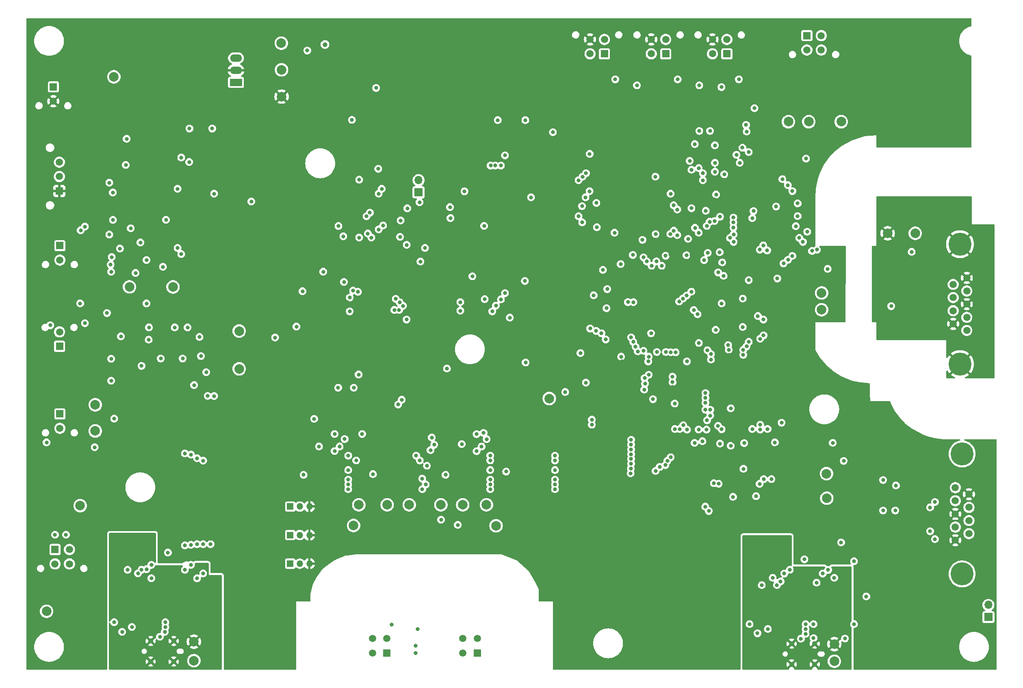
<source format=gbr>
%TF.GenerationSoftware,KiCad,Pcbnew,7.0.8*%
%TF.CreationDate,2024-01-22T14:24:45+01:00*%
%TF.ProjectId,BMS-Master,424d532d-4d61-4737-9465-722e6b696361,rev?*%
%TF.SameCoordinates,Original*%
%TF.FileFunction,Copper,L3,Inr*%
%TF.FilePolarity,Positive*%
%FSLAX46Y46*%
G04 Gerber Fmt 4.6, Leading zero omitted, Abs format (unit mm)*
G04 Created by KiCad (PCBNEW 7.0.8) date 2024-01-22 14:24:45*
%MOMM*%
%LPD*%
G01*
G04 APERTURE LIST*
%TA.AperFunction,ComponentPad*%
%ADD10R,1.700000X1.700000*%
%TD*%
%TA.AperFunction,ComponentPad*%
%ADD11O,1.700000X1.700000*%
%TD*%
%TA.AperFunction,ComponentPad*%
%ADD12R,1.520000X1.520000*%
%TD*%
%TA.AperFunction,ComponentPad*%
%ADD13C,1.520000*%
%TD*%
%TA.AperFunction,ComponentPad*%
%ADD14C,2.000000*%
%TD*%
%TA.AperFunction,ComponentPad*%
%ADD15R,2.500000X1.500000*%
%TD*%
%TA.AperFunction,ComponentPad*%
%ADD16O,2.500000X1.500000*%
%TD*%
%TA.AperFunction,ComponentPad*%
%ADD17R,1.350000X1.350000*%
%TD*%
%TA.AperFunction,ComponentPad*%
%ADD18O,1.350000X1.350000*%
%TD*%
%TA.AperFunction,ComponentPad*%
%ADD19C,1.100000*%
%TD*%
%TA.AperFunction,ComponentPad*%
%ADD20C,4.800000*%
%TD*%
%TA.AperFunction,ComponentPad*%
%ADD21C,1.500000*%
%TD*%
%TA.AperFunction,ViaPad*%
%ADD22C,0.800000*%
%TD*%
%TA.AperFunction,ViaPad*%
%ADD23C,1.000000*%
%TD*%
G04 APERTURE END LIST*
D10*
%TO.N,+3.3V*%
%TO.C,J5*%
X163000000Y-131040000D03*
D11*
%TO.N,/MCU1_secondary/MCU1_BOOT*%
X163000000Y-128500000D03*
%TD*%
D12*
%TO.N,Net-(IC2-Pad1)*%
%TO.C,J12*%
X88248500Y-142149000D03*
D13*
%TO.N,+3.3V*%
X88248500Y-145149000D03*
%TD*%
D12*
%TO.N,/Contactors/contactors_com_pos*%
%TO.C,J16*%
X227250001Y-102190000D03*
D13*
%TO.N,/Contactors/Contactor_out0*%
X224250002Y-102190000D03*
%TO.N,/Contactors/feedback0*%
X227250001Y-99190001D03*
%TO.N,GND*%
X224250002Y-99190001D03*
%TD*%
D14*
%TO.N,USB1_GND*%
%TO.C,TP3*%
X116180000Y-224657100D03*
%TD*%
%TO.N,/isoSPI_interface/OUT0_P*%
%TO.C,TP6*%
X172200000Y-196150000D03*
%TD*%
D12*
%TO.N,GND*%
%TO.C,J11*%
X88151750Y-130743000D03*
D13*
%TO.N,Net-(F1-Pad1)*%
X88151750Y-127743000D03*
%TO.N,/Shutdown/Bender_OK_EXT*%
X88151750Y-124743000D03*
%TD*%
D14*
%TO.N,/isoSPI_interface/OUT1_P_rv*%
%TO.C,TP13*%
X161050000Y-196150000D03*
%TD*%
%TO.N,Net-(C71-Pad1)*%
%TO.C,TP16*%
X125616750Y-159937000D03*
%TD*%
D12*
%TO.N,Net-(T1-PRI_6)*%
%TO.C,J7*%
X175239649Y-227015000D03*
D13*
%TO.N,Net-(T1-PRI_4)*%
X172239650Y-227015000D03*
%TO.N,Net-(T2-PRI_4)*%
X175239649Y-224015001D03*
%TO.N,Net-(T2-PRI_6)*%
X172239650Y-224015001D03*
%TD*%
D14*
%TO.N,+3.3V*%
%TO.C,TP33*%
X134454000Y-105505000D03*
%TD*%
%TO.N,/Contactors/contactors_com_pos*%
%TO.C,TP23*%
X95625500Y-175299000D03*
%TD*%
D15*
%TO.N,Net-(U21-Vin)*%
%TO.C,U21*%
X124954000Y-108145000D03*
D16*
%TO.N,GND*%
X124954000Y-105605000D03*
%TO.N,+5V*%
X124954000Y-103065000D03*
%TD*%
D14*
%TO.N,USB0_GND*%
%TO.C,TP4*%
X249650500Y-225171000D03*
%TD*%
%TO.N,/isoSPI_interface/OUT1_N_rv*%
%TO.C,TP12*%
X156450000Y-196150000D03*
%TD*%
%TO.N,GND_ISO*%
%TO.C,TP36*%
X260760000Y-139570000D03*
%TD*%
%TO.N,/Contactors/Contactor_feedback1*%
%TO.C,TP25*%
X244326000Y-116325000D03*
%TD*%
%TO.N,USB_VCC*%
%TO.C,TP5*%
X249650500Y-228750000D03*
%TD*%
%TO.N,/CAN0_interface/CAN0.RX*%
%TO.C,TP29*%
X248063000Y-194757000D03*
%TD*%
D17*
%TO.N,+3.3V*%
%TO.C,J9*%
X136250000Y-208400000D03*
D18*
%TO.N,/isoSPI_interface/PHA_0*%
X138250000Y-208400000D03*
%TO.N,GND*%
X140250000Y-208400000D03*
%TD*%
D14*
%TO.N,/isoSPI_interface/OUT0_N*%
%TO.C,TP7*%
X167650000Y-196150000D03*
%TD*%
%TO.N,/isoSPI_interface/OUT0_P_rv*%
%TO.C,TP9*%
X179150000Y-200500000D03*
%TD*%
D19*
%TO.N,USB1_GND*%
%TO.C,P1*%
X107180000Y-224507100D03*
X107180000Y-228807100D03*
X111980000Y-224507100D03*
X111980000Y-228807100D03*
%TD*%
D14*
%TO.N,/isoSPI_interface/OUT1_P*%
%TO.C,TP10*%
X150550000Y-196150000D03*
%TD*%
%TO.N,+5V_ISO*%
%TO.C,TP35*%
X266510000Y-139570000D03*
%TD*%
%TO.N,/Contactors/Contactor_feedback0*%
%TO.C,TP24*%
X240076000Y-116325000D03*
%TD*%
D12*
%TO.N,Net-(T1-PRI_3)*%
%TO.C,J6*%
X156389649Y-227000000D03*
D13*
%TO.N,Net-(T1-PRI_1)*%
X153389650Y-227000000D03*
%TO.N,Net-(T2-PRI_1)*%
X156389649Y-224000001D03*
%TO.N,Net-(T2-PRI_3)*%
X153389650Y-224000001D03*
%TD*%
D14*
%TO.N,/isoSPI_interface/OUT1_N*%
%TO.C,TP11*%
X149450000Y-200450000D03*
%TD*%
%TO.N,GND*%
%TO.C,TP34*%
X134454000Y-111105000D03*
%TD*%
%TO.N,/Shutdown/IMD_SHTDW*%
%TO.C,TP21*%
X85483325Y-218325326D03*
%TD*%
%TO.N,/CAN0_interface/CAN0.TX*%
%TO.C,TP27*%
X248013000Y-189657000D03*
%TD*%
D12*
%TO.N,/Contactors/contactors_com_pos*%
%TO.C,J19*%
X214500001Y-102190000D03*
D13*
%TO.N,/Contactors/Contactor_out2*%
X211500002Y-102190000D03*
%TO.N,/Contactors/feedback2*%
X214500001Y-99190001D03*
%TO.N,GND*%
X211500002Y-99190001D03*
%TD*%
D14*
%TO.N,Net-(R45-Pad2)*%
%TO.C,TP17*%
X125616750Y-167811000D03*
%TD*%
D20*
%TO.N,unconnected-(J20-PAD-Pad0)*%
%TO.C,J20*%
X276283000Y-210542000D03*
X276283000Y-185552000D03*
D21*
%TO.N,unconnected-(J20-Pad1)*%
X274863000Y-192567000D03*
%TO.N,/CAN0_interface/CAN0_L*%
X274863000Y-195307000D03*
%TO.N,GND*%
X274863000Y-198047000D03*
%TO.N,unconnected-(J20-Pad4)*%
X274863000Y-200787000D03*
%TO.N,GND*%
X274863000Y-203527000D03*
X277703000Y-193937000D03*
%TO.N,/CAN0_interface/CAN0_H*%
X277703000Y-196677000D03*
%TO.N,unconnected-(J20-Pad8)*%
X277703000Y-199417000D03*
%TO.N,+5V*%
X277703000Y-202157000D03*
%TD*%
D14*
%TO.N,/Contactors/Contactor_feedback2*%
%TO.C,TP26*%
X251076000Y-116325000D03*
%TD*%
D17*
%TO.N,+3.3V*%
%TO.C,J10*%
X136250000Y-196500000D03*
D18*
%TO.N,/isoSPI_interface/SLOW*%
X138250000Y-196500000D03*
%TO.N,GND*%
X140250000Y-196500000D03*
%TD*%
D14*
%TO.N,Net-(IC7-OUT_1)*%
%TO.C,TP22*%
X95625500Y-180760000D03*
%TD*%
D12*
%TO.N,Net-(IC8-C)*%
%TO.C,J14*%
X87243676Y-205460326D03*
D13*
%TO.N,Net-(IC8-E)*%
X90243675Y-205460326D03*
%TO.N,Net-(IC10-C)*%
X87243676Y-208460325D03*
%TO.N,Net-(IC10-E)*%
X90243675Y-208460325D03*
%TD*%
D20*
%TO.N,GND_ISO*%
%TO.C,J21*%
X275830000Y-141845000D03*
X275830000Y-166835000D03*
D21*
%TO.N,unconnected-(J21-Pad1)*%
X277250000Y-159820000D03*
%TO.N,/CAN0_interface/CAN1_-*%
X277250000Y-157080000D03*
%TO.N,GND_ISO*%
X277250000Y-154340000D03*
%TO.N,unconnected-(J21-Pad4)*%
X277250000Y-151600000D03*
%TO.N,GND_ISO*%
X277250000Y-148860000D03*
X274410000Y-158450000D03*
%TO.N,/CAN0_interface/CAN1_+*%
X274410000Y-155710000D03*
%TO.N,unconnected-(J21-Pad8)*%
X274410000Y-152970000D03*
%TO.N,+5V_ISO*%
X274410000Y-150230000D03*
%TD*%
D12*
%TO.N,Net-(IC11-C)*%
%TO.C,J17*%
X243921001Y-98385000D03*
D13*
%TO.N,Net-(IC12-C)*%
X246921000Y-98385000D03*
%TO.N,Net-(IC13-C)*%
X243921001Y-101384999D03*
%TO.N,Net-(IC11-E)*%
X246921000Y-101384999D03*
%TD*%
D12*
%TO.N,Net-(IC6-Pad1)*%
%TO.C,J13*%
X88182000Y-163121000D03*
D13*
%TO.N,+3.3V*%
X88182000Y-160121000D03*
%TD*%
D14*
%TO.N,/Shutdown/Bender_OK_EXT*%
%TO.C,TP14*%
X111829000Y-150749000D03*
%TD*%
%TO.N,SUPPLY*%
%TO.C,TP31*%
X99500000Y-106975000D03*
%TD*%
D12*
%TO.N,/Contactors/contactors_com_pos*%
%TO.C,J15*%
X88248500Y-177201000D03*
D13*
%TO.N,Net-(IC7-OUT_1)*%
X88248500Y-180201000D03*
%TD*%
D14*
%TO.N,/isoSPI_interface/OUT0_N_rv*%
%TO.C,TP8*%
X177150000Y-196150000D03*
%TD*%
%TO.N,/Shutdown/AMS_SHTDW*%
%TO.C,TP20*%
X92483325Y-196325326D03*
%TD*%
%TO.N,Net-(IC1-Pad6)*%
%TO.C,TP18*%
X102756750Y-150730000D03*
%TD*%
%TO.N,/CAN0_interface/CAN1.RX*%
%TO.C,TP30*%
X247000000Y-155500000D03*
%TD*%
%TO.N,/CAN0_interface/CAN1.TX*%
%TO.C,TP28*%
X247000000Y-152000000D03*
%TD*%
D19*
%TO.N,USB0_GND*%
%TO.C,P2*%
X240755500Y-225081000D03*
X240755500Y-229381000D03*
X245555500Y-225081000D03*
X245555500Y-229381000D03*
%TD*%
D17*
%TO.N,+3.3V*%
%TO.C,J8*%
X136250000Y-202450000D03*
D18*
%TO.N,/isoSPI_interface/POL_0*%
X138250000Y-202450000D03*
%TO.N,GND*%
X140250000Y-202450000D03*
%TD*%
D14*
%TO.N,USB1_VCC*%
%TO.C,TP2*%
X116180000Y-228607100D03*
%TD*%
%TO.N,+5V*%
%TO.C,TP32*%
X134404000Y-99955000D03*
%TD*%
D10*
%TO.N,+3.3V*%
%TO.C,J3*%
X281750000Y-219540000D03*
D11*
%TO.N,/MCU0_primary/MCU0_BOOT*%
X281750000Y-217000000D03*
%TD*%
D12*
%TO.N,/Contactors/contactors_com_pos*%
%TO.C,J18*%
X201733668Y-102181000D03*
D13*
%TO.N,/Contactors/Contactor_out1*%
X198733669Y-102181000D03*
%TO.N,/Contactors/feedback1*%
X201733668Y-99181001D03*
%TO.N,GND*%
X198733669Y-99181001D03*
%TD*%
D12*
%TO.N,Net-(F2-Pad1)*%
%TO.C,J22*%
X86896750Y-109060000D03*
D13*
%TO.N,GND*%
X86896750Y-112060000D03*
%TD*%
D14*
%TO.N,Net-(U1-VDDA)*%
%TO.C,TP1*%
X190246000Y-173990000D03*
%TD*%
D22*
%TO.N,GND*%
X153234000Y-162735000D03*
X199390000Y-154051000D03*
X199898000Y-174625000D03*
X175967000Y-150797000D03*
X227711000Y-164846000D03*
X237376001Y-191818600D03*
X204851000Y-136779000D03*
X234000000Y-151750000D03*
X122345000Y-169725000D03*
X113030000Y-207899000D03*
X253000000Y-114000000D03*
X94750000Y-220500000D03*
X108756000Y-168328000D03*
X179364500Y-170353000D03*
X243409500Y-200688000D03*
X96691000Y-164899000D03*
X110788000Y-175059000D03*
X104057000Y-146611000D03*
X149612000Y-138296000D03*
X215921000Y-171595503D03*
X182063000Y-150797000D03*
X233426000Y-198120000D03*
X109391000Y-140261000D03*
X170180000Y-148336000D03*
X103930000Y-144071000D03*
X237500000Y-158750000D03*
X230886000Y-176403000D03*
X208407000Y-137033000D03*
X230899001Y-191818600D03*
X174250000Y-200000000D03*
X175967000Y-158417000D03*
X255120000Y-196953000D03*
X105835000Y-176837000D03*
X248250000Y-157500000D03*
X139700000Y-108458000D03*
X141169000Y-153210000D03*
X181809000Y-158417000D03*
X196215000Y-171577000D03*
X172000000Y-191500000D03*
X227711500Y-158946026D03*
X153381600Y-199716800D03*
X248500000Y-118500000D03*
X137759714Y-190009714D03*
X233312001Y-183055600D03*
X214462000Y-137446000D03*
X148662000Y-162735000D03*
X227330353Y-153288647D03*
X228613001Y-182928600D03*
X186000000Y-185177500D03*
X135862000Y-159896000D03*
X112268000Y-113792000D03*
X266296000Y-196064000D03*
X227584000Y-147193000D03*
X230912000Y-171646000D03*
X205394500Y-166265500D03*
X230123002Y-109058000D03*
X112141000Y-96266000D03*
X160000000Y-193750000D03*
X241900000Y-134578000D03*
X232791000Y-125688000D03*
X252299500Y-204087100D03*
X101136000Y-175186000D03*
X194945000Y-177419000D03*
X148212000Y-143746000D03*
X119424000Y-166804000D03*
X114725000Y-174932000D03*
X215461645Y-144003149D03*
X109899000Y-133149000D03*
X205105000Y-154940000D03*
X219837000Y-144145000D03*
X122301000Y-178689000D03*
X262250000Y-187750000D03*
X239750000Y-124000000D03*
X193762000Y-162446000D03*
X231000000Y-167000000D03*
X232791000Y-133308000D03*
X229112000Y-171596000D03*
X112058000Y-157914000D03*
X167250000Y-194000000D03*
X169252000Y-199688799D03*
X166000000Y-142500000D03*
X96564000Y-156517000D03*
X140500000Y-184750000D03*
X205105000Y-161925000D03*
X140000000Y-148750000D03*
X219112000Y-173546000D03*
X122472000Y-157660000D03*
X192659000Y-160274000D03*
X216100737Y-192107263D03*
X88211675Y-188696326D03*
X228600000Y-198247000D03*
X218362000Y-136896000D03*
X146177000Y-109347000D03*
X152000000Y-179750000D03*
X228537000Y-179346000D03*
X144500000Y-147750000D03*
X172411000Y-127048000D03*
X194818000Y-165354000D03*
X159750000Y-184250000D03*
X161250000Y-170353000D03*
X238000000Y-114750000D03*
X107105000Y-138610000D03*
X96691000Y-168074000D03*
X198712000Y-135996000D03*
X198247000Y-167259000D03*
X265250000Y-113750000D03*
X94151000Y-143436000D03*
X118789000Y-158295000D03*
X96183000Y-140007000D03*
X94659000Y-146103000D03*
X181500000Y-179250000D03*
X198374000Y-161671000D03*
X148062000Y-153846000D03*
X187706000Y-163068000D03*
X180500000Y-194500000D03*
X257025000Y-188444000D03*
X224688500Y-132572193D03*
X195961000Y-148336000D03*
X159457000Y-162481000D03*
X227412000Y-136107499D03*
X120650000Y-207899000D03*
X159350600Y-199716800D03*
X205750000Y-108500000D03*
X187706000Y-168275000D03*
X205232000Y-150622000D03*
X216535000Y-176403000D03*
X100247000Y-133149000D03*
X159362000Y-144296000D03*
X223990214Y-170872510D03*
X260073000Y-207621000D03*
X235725001Y-191818600D03*
X236474000Y-176530000D03*
X111931000Y-168201000D03*
X170750000Y-184750000D03*
X219500000Y-109000000D03*
X136000000Y-167500000D03*
X226962001Y-191818600D03*
X232536500Y-130083500D03*
%TO.N,+3.3V*%
X163780299Y-192904000D03*
X143129000Y-147574000D03*
X177930299Y-192904000D03*
X139812000Y-101496000D03*
X218931500Y-166278637D03*
X149112000Y-115946000D03*
X128143000Y-132969000D03*
X230661500Y-164896000D03*
X151250000Y-181400000D03*
X172562000Y-130846000D03*
X243750000Y-124000000D03*
X218837497Y-144145000D03*
X228537201Y-194496000D03*
X196728738Y-164530154D03*
X230862000Y-183296000D03*
X174212000Y-148546000D03*
X110762000Y-206096000D03*
X205219077Y-165281512D03*
X160512000Y-157546000D03*
X182012000Y-157146000D03*
X191430299Y-192904000D03*
X193562000Y-172646000D03*
D23*
X143500000Y-100250000D03*
D22*
X106812000Y-159196000D03*
X214493336Y-144250908D03*
X216424521Y-180346761D03*
X119062000Y-173446000D03*
X225741342Y-143521568D03*
X164338000Y-142621000D03*
X147320000Y-140208000D03*
X223936500Y-165896000D03*
X133096000Y-161290000D03*
X148338000Y-192904000D03*
X235737001Y-180346000D03*
X219158000Y-140746000D03*
X119662000Y-204346000D03*
X225812000Y-183396000D03*
X207662000Y-144096000D03*
X233337001Y-194346000D03*
X248250000Y-147000000D03*
X225812000Y-136107499D03*
X106762000Y-161746000D03*
X238662000Y-179046000D03*
X202312000Y-151196000D03*
X105262000Y-167196000D03*
X230562500Y-159096000D03*
X215921000Y-170596000D03*
X185312000Y-166496000D03*
X200062000Y-133246000D03*
X251062000Y-203996000D03*
X98062000Y-156196000D03*
X186436000Y-132080000D03*
X243412000Y-207496000D03*
X203835000Y-139446000D03*
X98812000Y-146096000D03*
X202012000Y-161690000D03*
X148662000Y-152959500D03*
X185162000Y-149514000D03*
X103012000Y-138546000D03*
X230562000Y-153190000D03*
X202162000Y-155190000D03*
X226279319Y-145658208D03*
X148662500Y-155846000D03*
X176550000Y-181150000D03*
X104012000Y-147846000D03*
X242000000Y-133346000D03*
X251612000Y-186996000D03*
X116212000Y-171196000D03*
%TO.N,/MCU0_primary/MCU0_NRST*%
X197104000Y-137287000D03*
X198755000Y-159416500D03*
X197866000Y-170688000D03*
%TO.N,/MCU1_secondary/MCU1_NRST*%
X147447000Y-149733000D03*
X146304000Y-138049000D03*
X138812714Y-151650500D03*
X137541000Y-159004000D03*
%TO.N,Net-(U5-3V3OUT)*%
X105266000Y-209671161D03*
X102362000Y-209677000D03*
%TO.N,USB1_GND*%
X120650000Y-213487000D03*
X113030000Y-213614000D03*
%TO.N,USB1_VCC*%
X110236000Y-221615000D03*
X103251000Y-221615000D03*
%TO.N,Net-(U6-3V3OUT)*%
X234519500Y-212880000D03*
X237694500Y-212880000D03*
%TO.N,USB0_GND*%
X252299500Y-213261000D03*
X244679500Y-213261000D03*
X237948500Y-225072000D03*
%TO.N,USB_VCC*%
X235789500Y-222024000D03*
X251862000Y-223996000D03*
X245314500Y-221008000D03*
X243663500Y-222024000D03*
%TO.N,SUPPLY*%
X102166000Y-119889000D03*
X101981000Y-125349000D03*
%TO.N,Net-(IC3-OUT_1)*%
X99568000Y-178181000D03*
X99278098Y-131066458D03*
%TO.N,+5V*%
X185250000Y-116000000D03*
X246000000Y-143000000D03*
X224750000Y-124899502D03*
X237500000Y-134000000D03*
X118745000Y-168529000D03*
X224750000Y-121250000D03*
X237750000Y-149000000D03*
X219500000Y-124500000D03*
X242000000Y-136000000D03*
X117348000Y-161163000D03*
X179500000Y-116000000D03*
X154162000Y-109296000D03*
%TO.N,Net-(IC7-OUT_1)*%
X95504000Y-184150000D03*
%TO.N,+5V_ISO*%
X265760000Y-143445000D03*
X261500000Y-154750000D03*
%TO.N,GND_ISO*%
X262101463Y-148850000D03*
X261250000Y-146600000D03*
X259500000Y-158750000D03*
%TO.N,Net-(D1-A)*%
X199112000Y-178396000D03*
X200012000Y-159916500D03*
%TO.N,Net-(D2-A)*%
X201112000Y-160396000D03*
X199112000Y-179446000D03*
%TO.N,Net-(D3-A)*%
X149352000Y-151506500D03*
X149500000Y-171750000D03*
%TO.N,Net-(D4-A)*%
X150368000Y-151765000D03*
X150500000Y-169000000D03*
%TO.N,/Contactors/contactors_com_pos*%
X120000000Y-117750000D03*
X115250000Y-117750000D03*
X217000000Y-107500000D03*
X229750000Y-107500000D03*
X204000000Y-107500000D03*
%TO.N,/Shutdown/Bender_OK_EXT*%
X115189000Y-124714000D03*
%TO.N,Net-(IC1-Pad2)*%
X99060000Y-144526000D03*
X110363000Y-136779000D03*
X99314000Y-136779000D03*
X109728000Y-146558000D03*
%TO.N,/Shutdown/AMS_SHTDW*%
X92483325Y-154178000D03*
X106299000Y-154178000D03*
X106299000Y-145161000D03*
X92583000Y-138938000D03*
X98552000Y-139827000D03*
X98552000Y-129032000D03*
%TO.N,/MCU0_primary/SHUTDOWN_ctrl_MCU0*%
X113538000Y-123789500D03*
X113538000Y-143891000D03*
X220599000Y-138430000D03*
X220562000Y-121000000D03*
%TO.N,/MCU1_secondary/SHUTDOWN_ctrl_MCU0*%
X112776000Y-142621000D03*
X155321000Y-130302000D03*
X155612000Y-137946000D03*
X112776000Y-130302000D03*
%TO.N,Net-(IC1-Pad6)*%
X105029000Y-141478000D03*
%TO.N,/Shutdown/IMD_SHTDW*%
X86254798Y-158741061D03*
X93472000Y-138176000D03*
X93472000Y-158294000D03*
X85471000Y-183134000D03*
%TO.N,Net-(IC1-Pad10)*%
X100965000Y-161036000D03*
X100767500Y-142748000D03*
%TO.N,Net-(IC2-Pad3)*%
X98933000Y-147574000D03*
X98933000Y-170307000D03*
X98933000Y-165735000D03*
%TO.N,Net-(IC4-Pad1)*%
X117646000Y-165153000D03*
X113836000Y-165661000D03*
X109264000Y-165661000D03*
%TO.N,Net-(IC4-Pad6)*%
X112185000Y-159184000D03*
X114852000Y-159184000D03*
%TO.N,Net-(IC8-C)*%
X87245325Y-202385326D03*
X89531325Y-202385326D03*
%TO.N,/MCU0_primary/SHUTDOWN_feedback_MCU0*%
X154686500Y-138771131D03*
X154594000Y-126146000D03*
X120396000Y-131318000D03*
X120396000Y-173482000D03*
X154686000Y-131318000D03*
X219872500Y-126344500D03*
X219872500Y-134346000D03*
%TO.N,/Contactors/Contactor_feedback0*%
X238812000Y-128296000D03*
X239062000Y-145846000D03*
%TO.N,/Contactors/Contactor_feedback1*%
X239960000Y-129540000D03*
X240000000Y-145092000D03*
%TO.N,/Contactors/Contactor_feedback2*%
X240900000Y-130796000D03*
X240900000Y-144296000D03*
%TO.N,/MCU0_Memory/EEPROM.CS*%
X200152000Y-138303000D03*
X201422000Y-147193000D03*
%TO.N,/MCU0_Memory/EEPROM.MISO*%
X216916000Y-139954000D03*
X216916000Y-134620000D03*
%TO.N,/MCU0_Memory/EEPROM.MOSI*%
X215519000Y-131318000D03*
X215463000Y-139724830D03*
%TO.N,/MCU0_Memory/EEPROM.SCK*%
X216189500Y-139025985D03*
X216154000Y-133731000D03*
%TO.N,Net-(J1-+)*%
X205112000Y-145996000D03*
X191000000Y-118500000D03*
%TO.N,/MCU0_primary/MCU0_SWDIO*%
X231810500Y-149335073D03*
X198662000Y-123022000D03*
X231810000Y-122646000D03*
X198627136Y-130810000D03*
%TO.N,/MCU0_primary/MCU0_SWCLK*%
X197795000Y-132080000D03*
X197891637Y-127071000D03*
X224663000Y-137032500D03*
X222250000Y-127071000D03*
%TO.N,/MCU0_primary/MCU0_SWO*%
X212362000Y-127797500D03*
X197173636Y-127797500D03*
X197068500Y-133917626D03*
X212412000Y-139746000D03*
%TO.N,/MCU0_primary/MCU0_TDI*%
X196342000Y-136017000D03*
X222250000Y-128524000D03*
X196342000Y-128524000D03*
X223647000Y-137160000D03*
%TO.N,/MCU0_primary/MCU0_BOOT*%
X241626500Y-138096000D03*
X228602945Y-138372375D03*
X210564320Y-145450500D03*
X256312000Y-215250000D03*
%TO.N,/MCU1_secondary/MCU1_SWDIO*%
X163391500Y-145459500D03*
X163195000Y-133096000D03*
%TO.N,/MCU1_secondary/MCU1_SWCLK*%
X160655000Y-134366000D03*
X160528000Y-141986000D03*
%TO.N,/MCU1_secondary/MCU1_SWO*%
X152852755Y-135290500D03*
X153162000Y-140462000D03*
%TO.N,/MCU1_secondary/MCU1_TDI*%
X159131000Y-140335000D03*
X159258000Y-136906000D03*
%TO.N,/MCU1_secondary/MCU1_BOOT*%
X150622000Y-140462000D03*
X150622000Y-128397000D03*
%TO.N,Net-(T1-PRI_3)*%
X162400000Y-227000000D03*
%TO.N,Net-(T1-PRI_1)*%
X162400000Y-225500000D03*
%TO.N,Net-(T2-PRI_4)*%
X157400000Y-221100000D03*
%TO.N,Net-(T2-PRI_6)*%
X162850000Y-222000000D03*
%TO.N,/isoSPI_interface/POL_0*%
X191430299Y-186904000D03*
X163250000Y-186904000D03*
X150000000Y-186904000D03*
X177930299Y-186904000D03*
%TO.N,/isoSPI_interface/PHA_0*%
X191430299Y-185904000D03*
X148338000Y-185904000D03*
X177930299Y-185904000D03*
X162500000Y-185904000D03*
%TO.N,/isoSPI_interface/SLOW*%
X139038000Y-189904000D03*
X181250000Y-189226500D03*
X168630299Y-189904000D03*
X153500000Y-189750000D03*
%TO.N,/Contactors/feedback0*%
X226125000Y-109125000D03*
X226712000Y-127296000D03*
%TO.N,/Contactors/feedback1*%
X224750000Y-126750000D03*
X208500000Y-108750000D03*
X223750000Y-118250000D03*
X221500000Y-118250000D03*
%TO.N,/Contactors/feedback2*%
X225000000Y-131500000D03*
X221500000Y-108750000D03*
%TO.N,/CAN0_interface/CAN0_L*%
X270614000Y-203303000D03*
X270614000Y-195556000D03*
%TO.N,/CAN0_interface/CAN0_H*%
X269598000Y-201652000D03*
X269598000Y-196699000D03*
%TO.N,Net-(U17-CANL)*%
X262486000Y-192127000D03*
X262359000Y-197334000D03*
%TO.N,Net-(U17-CANH)*%
X259819000Y-190984000D03*
X259819000Y-197334000D03*
%TO.N,/USB_interface/D1+*%
X109093000Y-223647000D03*
X99568000Y-220599000D03*
X110236000Y-220599000D03*
%TO.N,/USB_interface/D1-*%
X110109000Y-222631000D03*
X101219000Y-222631000D03*
%TO.N,/USB_interface/D0+*%
X245314500Y-223929000D03*
X243663500Y-221008000D03*
X242679000Y-224056000D03*
X231979500Y-221008000D03*
%TO.N,/USB_interface/D0-*%
X233630500Y-222913000D03*
X243663500Y-223023503D03*
%TO.N,/MCU0_primary/FTDI_MCU0.DTR*%
X253746000Y-221000000D03*
X253746000Y-207899000D03*
%TO.N,/MCU1_secondary/FTDI_MCU1.DTR*%
X168910000Y-167750000D03*
X115570000Y-204470000D03*
X115570000Y-185674000D03*
X169545000Y-134112000D03*
%TO.N,/MCU1_secondary/FTDI_MCU1.RTS*%
X114300000Y-204597000D03*
X114300000Y-185450000D03*
%TO.N,/isoSPI_interface/OUT0_N*%
X167682000Y-199261799D03*
%TO.N,/isoSPI_interface/OUT0_P*%
X171173000Y-200323799D03*
%TO.N,Net-(R39-Pad2)*%
X175087500Y-184962500D03*
X175087500Y-181412500D03*
%TO.N,Net-(R40-Pad2)*%
X145500000Y-181400000D03*
X145500000Y-184950000D03*
%TO.N,/MCU0_primary/isoSPI0.DIR*%
X199500000Y-152500000D03*
X213677298Y-146346000D03*
%TO.N,/MCU1_secondary/isoSPI1.DIR*%
X169636500Y-136398000D03*
X152435500Y-139630364D03*
X141250000Y-178250000D03*
X152146000Y-136017000D03*
%TO.N,/Contactors/Contactor_ctrl0*%
X233000000Y-113500000D03*
X235662000Y-143146000D03*
%TO.N,/Contactors/Contactor_ctrl1*%
X231375000Y-118375000D03*
X234112000Y-142996000D03*
%TO.N,/Contactors/Contactor_ctrl2*%
X234838500Y-142096000D03*
X231250000Y-117000000D03*
%TO.N,/CAN0_interface/CAN0.TRANS_STBY_CTRL*%
X249312000Y-183246000D03*
X223262000Y-143646000D03*
X228655000Y-141369500D03*
X243100000Y-141369500D03*
%TO.N,/CAN0_interface/CAN1.TRANS_STBY_CTRL*%
X211562000Y-146346000D03*
X228655000Y-139796000D03*
%TO.N,/CAN0_interface/CAN0.TX*%
X230666252Y-163846275D03*
X230712000Y-188646000D03*
%TO.N,/CAN0_interface/CAN1.TX*%
X245000000Y-143250000D03*
X209662000Y-140946000D03*
X228612000Y-136296497D03*
%TO.N,/CAN0_interface/CAN0.RX*%
X227912000Y-140546000D03*
X242353000Y-140546000D03*
X212574889Y-145414132D03*
%TO.N,/CAN0_interface/CAN1.RX*%
X228612000Y-137296000D03*
X244000000Y-139250000D03*
X209884500Y-144596000D03*
%TO.N,/MCU0_Memory/MCU0_RAM.A0*%
X220512000Y-183246000D03*
X219853601Y-151752620D03*
%TO.N,/MCU0_Memory/MCU0_RAM.A1*%
X218857960Y-152548232D03*
X218948000Y-180467000D03*
%TO.N,/MCU0_Memory/MCU0_RAM.A2*%
X218150500Y-179572161D03*
X218077480Y-153172616D03*
%TO.N,/MCU0_Memory/MCU0_RAM.A3*%
X217424000Y-180340000D03*
X217297000Y-153797000D03*
%TO.N,/MCU0_Memory/MCU0_RAM.A4*%
X207186393Y-189589203D03*
X206629000Y-153916500D03*
%TO.N,/MCU0_Memory/MCU0_RAM.A5*%
X207244807Y-188591409D03*
X207772000Y-153924000D03*
%TO.N,/MCU0_Memory/MCU0_RAM.SDNWE*%
X225421323Y-179687024D03*
X224917000Y-159690000D03*
%TO.N,/MCU0_primary/isoSPI0.CS*%
X172000000Y-183500000D03*
X210025500Y-172146000D03*
%TO.N,/MCU0_primary/isoSPI0.SCK*%
X177930299Y-188904000D03*
X191430299Y-188904000D03*
X210201500Y-170896000D03*
%TO.N,/MCU0_primary/isoSPI0.MISO*%
X177930299Y-190904000D03*
X191430299Y-190904000D03*
X210111211Y-169745252D03*
%TO.N,/MCU0_primary/isoSPI0.MOSI*%
X210962000Y-169046000D03*
X191430299Y-191904000D03*
X177930299Y-191904000D03*
%TO.N,/MCU0_Memory/MCU0_RAM.SDNRAS*%
X211841500Y-174146000D03*
X210865478Y-166278637D03*
%TO.N,/MCU0_Memory/MCU0_RAM.A6*%
X212387000Y-189096000D03*
X210952041Y-165282890D03*
%TO.N,/MCU0_Memory/MCU0_RAM.A7*%
X212662000Y-164302500D03*
X213250000Y-188250000D03*
%TO.N,/MCU0_Memory/MCU0_RAM.A8*%
X214431232Y-187872593D03*
X214530484Y-164302500D03*
%TO.N,/MCU0_Memory/MCU0_RAM.A9*%
X214858298Y-186968922D03*
X215532121Y-164362604D03*
%TO.N,/MCU0_Memory/MCU0_RAM.A10*%
X215921000Y-169446000D03*
X216375000Y-175046000D03*
%TO.N,/MCU0_Memory/MCU0_RAM.A11*%
X215526900Y-186225970D03*
X216570857Y-164373913D03*
%TO.N,/MCU0_Memory/MCU0_RAM.D4*%
X223774000Y-177546000D03*
X222795500Y-172874780D03*
%TO.N,/MCU0_Memory/MCU0_RAM.D5*%
X222795500Y-173874283D03*
X223795503Y-176326786D03*
%TO.N,/MCU0_Memory/MCU0_RAM.D6*%
X222795500Y-174873786D03*
X222795500Y-176326786D03*
%TO.N,/MCU0_Memory/MCU0_RAM.D7*%
X228055323Y-183846000D03*
X228055323Y-176046000D03*
%TO.N,/MCU0_Memory/MCU0_RAM.D8*%
X207301500Y-186594012D03*
X209850855Y-164050009D03*
%TO.N,/MCU0_Memory/MCU0_RAM.D9*%
X207301500Y-185594509D03*
X208676274Y-164197162D03*
%TO.N,/MCU0_Memory/MCU0_RAM.D10*%
X207301500Y-184595006D03*
X208209500Y-163197667D03*
%TO.N,/MCU0_Memory/MCU0_RAM.D11*%
X207755500Y-162213209D03*
X207301500Y-183595503D03*
%TO.N,/MCU0_Memory/MCU0_RAM.D12*%
X207301500Y-161268500D03*
X207301500Y-182596000D03*
%TO.N,/MCU0_primary/FTDI_MCU0.TX*%
X222752018Y-196522513D03*
X223212000Y-163946000D03*
%TO.N,/MCU0_primary/FTDI_MCU0.RX*%
X223478518Y-197429482D03*
X223936500Y-164746000D03*
%TO.N,/MCU0_Memory/MCU0_RAM.SDNE1*%
X223012000Y-180467000D03*
X221412000Y-162427474D03*
%TO.N,/MCU0_Memory/MCU0_RAM.SDCKE1*%
X207301500Y-187593515D03*
X211455000Y-160416500D03*
%TO.N,/MCU0_primary/MCU_to_MCU_INTERFACE_MCU0.CS*%
X179112000Y-154646000D03*
X227656663Y-163847975D03*
X229937500Y-124887584D03*
X179012000Y-125469500D03*
%TO.N,/MCU0_primary/MCU_to_MCU_INTERFACE_MCU0.MISO*%
X178362000Y-155846000D03*
X178012497Y-125469500D03*
X227507094Y-162859727D03*
X229250000Y-123226500D03*
%TO.N,/MCU0_primary/MCU_to_MCU_INTERFACE_MCU0.MOSI*%
X181012000Y-123354500D03*
X230500000Y-121750000D03*
X231356500Y-163123390D03*
X181012000Y-152046000D03*
%TO.N,/MCU0_Memory/MCU0_RAM.D13*%
X231810500Y-162179000D03*
X234061000Y-191770000D03*
%TO.N,/MCU0_Memory/MCU0_RAM.D14*%
X234928962Y-190796000D03*
X234187500Y-161544000D03*
%TO.N,/MCU0_Memory/MCU0_RAM.D15*%
X234894717Y-160837708D03*
X236527242Y-190796000D03*
%TO.N,/MCU0_Memory/MCU0_RAM.D0*%
X237253742Y-183146000D03*
X234862000Y-157546000D03*
%TO.N,/MCU0_Memory/MCU0_RAM.D1*%
X233717500Y-156819500D03*
X234201962Y-179453535D03*
%TO.N,/MCU0_Memory/MCU0_RAM.BA0*%
X221144500Y-156428500D03*
X222162000Y-182896000D03*
%TO.N,/MCU0_Memory/MCU0_RAM.BA1*%
X220345000Y-155575000D03*
X221361000Y-180467000D03*
%TO.N,/MCU0_Memory/MCU0_RAM.SDCLK*%
X224537001Y-191643000D03*
X226151500Y-154178000D03*
%TO.N,/MCU0_Memory/MCU0_RAM.D2*%
X222849500Y-134896000D03*
X234188000Y-180467000D03*
X223062000Y-138046000D03*
X232800000Y-134926999D03*
%TO.N,/MCU0_Memory/MCU0_RAM.D3*%
X232537000Y-136398000D03*
X232537000Y-180340000D03*
%TO.N,/MCU0_primary/MCU_to_MCU_INTERFACE_MCU0.SCK*%
X221384500Y-139446000D03*
X180162000Y-153346000D03*
X180162000Y-125469500D03*
X221398000Y-126000000D03*
%TO.N,/MCU0_Memory/MCU0_RAM.SDNCAS*%
X222504000Y-145161000D03*
X223129281Y-178528719D03*
%TO.N,/MCU0_Memory/MCU0_RAM.NBL0*%
X226147823Y-180410326D03*
X225425000Y-147719500D03*
%TO.N,/MCU0_Memory/MCU0_RAM.NBL1*%
X225528765Y-191767134D03*
X226568000Y-148446000D03*
%TO.N,/MCU1_secondary/MCU_to_MCU_INTERFACE_MCU1.CS*%
X171704000Y-153924000D03*
X171704000Y-155702000D03*
%TO.N,/MCU1_secondary/MCU_to_MCU_INTERFACE_MCU1.SCK*%
X176784000Y-153289000D03*
X176657000Y-138049000D03*
%TO.N,/MCU1_secondary/isoSPI1.CS*%
X142250000Y-184000000D03*
X146250000Y-171750000D03*
%TO.N,/MCU1_secondary/isoSPI1.SCK*%
X164750000Y-188000000D03*
X158242000Y-153233000D03*
X148338000Y-188904000D03*
X165500000Y-184750000D03*
%TO.N,/MCU1_secondary/isoSPI1.MISO*%
X148338000Y-190904000D03*
X163750000Y-190704001D03*
X159059245Y-153959500D03*
X166273500Y-183624647D03*
%TO.N,/MCU1_secondary/isoSPI1.MOSI*%
X148338000Y-191904000D03*
X164500000Y-191904000D03*
X165750000Y-182126500D03*
X159766000Y-154686000D03*
%TO.N,/MCU1_secondary/FTDI_MCU1.TX*%
X118110000Y-204343000D03*
X158750000Y-175250000D03*
X157950683Y-155544903D03*
X118110000Y-186944000D03*
%TO.N,/MCU1_secondary/FTDI_MCU1.RX*%
X158950164Y-155538303D03*
X116840000Y-186436000D03*
X116840000Y-204343000D03*
X159500000Y-174250000D03*
%TO.N,/USB_interface/USB_MCU1.DTR*%
X107315000Y-208661000D03*
X115570000Y-208661000D03*
%TO.N,/USB_interface/USB_MCU1.RTS*%
X106299000Y-209550000D03*
X114300000Y-209677000D03*
%TO.N,/USB_interface/USB_MCU1.RX*%
X118110000Y-210439000D03*
X104521000Y-210439000D03*
%TO.N,/USB_interface/USB_MCU1.TX*%
X107315000Y-211455000D03*
X116840000Y-211455000D03*
%TO.N,/USB_interface/USB_MCU0.DTR*%
X247219500Y-210467000D03*
X239218500Y-210467000D03*
%TO.N,/USB_interface/USB_MCU0.RTS*%
X238456500Y-212118000D03*
X245949500Y-212372000D03*
%TO.N,/USB_interface/USB_MCU0.RX*%
X236805500Y-211356000D03*
X249632500Y-211356000D03*
%TO.N,/USB_interface/USB_MCU0.TX*%
X240361500Y-209677000D03*
X248362500Y-209705000D03*
%TO.N,Net-(U13-Pad10)*%
X176137500Y-184012500D03*
X177187500Y-182462500D03*
%TO.N,Net-(U14-Pad10)*%
X146550000Y-184000000D03*
X147600000Y-182450000D03*
%TD*%
%TA.AperFunction,Conductor*%
%TO.N,GND*%
G36*
X278175500Y-94769962D02*
G01*
X278230038Y-94824500D01*
X278250000Y-94899000D01*
X278250000Y-96314199D01*
X278230038Y-96388699D01*
X278175500Y-96443237D01*
X278125960Y-96461093D01*
X278070920Y-96470445D01*
X278058981Y-96472474D01*
X277815176Y-96542714D01*
X277724356Y-96568879D01*
X277724353Y-96568879D01*
X277724350Y-96568881D01*
X277724345Y-96568882D01*
X277402618Y-96702147D01*
X277402614Y-96702149D01*
X277097835Y-96870595D01*
X277097834Y-96870595D01*
X276813834Y-97072104D01*
X276813817Y-97072118D01*
X276554164Y-97304157D01*
X276554157Y-97304164D01*
X276322118Y-97563817D01*
X276322104Y-97563834D01*
X276120595Y-97847834D01*
X276120595Y-97847835D01*
X275952149Y-98152614D01*
X275952147Y-98152618D01*
X275818882Y-98474345D01*
X275818881Y-98474350D01*
X275818879Y-98474356D01*
X275736591Y-98759984D01*
X275722471Y-98808994D01*
X275664142Y-99152299D01*
X275664141Y-99152306D01*
X275644615Y-99500000D01*
X275664141Y-99847693D01*
X275664142Y-99847700D01*
X275722471Y-100191005D01*
X275722472Y-100191010D01*
X275722473Y-100191013D01*
X275818879Y-100525644D01*
X275818880Y-100525648D01*
X275818881Y-100525649D01*
X275818882Y-100525654D01*
X275952147Y-100847381D01*
X275952149Y-100847385D01*
X276120595Y-101152164D01*
X276120595Y-101152165D01*
X276322104Y-101436165D01*
X276322112Y-101436176D01*
X276375574Y-101496000D01*
X276554157Y-101695835D01*
X276554164Y-101695842D01*
X276625935Y-101759980D01*
X276813824Y-101927888D01*
X276813834Y-101927895D01*
X277097834Y-102129404D01*
X277402614Y-102297850D01*
X277402618Y-102297852D01*
X277402620Y-102297852D01*
X277402624Y-102297855D01*
X277542890Y-102355955D01*
X277724345Y-102431117D01*
X277724347Y-102431117D01*
X277724356Y-102431121D01*
X278058987Y-102527527D01*
X278058996Y-102527528D01*
X278058998Y-102527529D01*
X278058995Y-102527529D01*
X278099829Y-102534466D01*
X278125957Y-102538905D01*
X278196060Y-102571063D01*
X278240693Y-102633965D01*
X278250000Y-102685800D01*
X278250000Y-121549917D01*
X278230038Y-121624417D01*
X278175500Y-121678955D01*
X278101000Y-121698917D01*
X258559000Y-121698917D01*
X258484500Y-121678955D01*
X258429962Y-121624417D01*
X258410000Y-121549917D01*
X258410000Y-119170000D01*
X258409999Y-119169999D01*
X255910003Y-119369999D01*
X253209999Y-120270000D01*
X251210000Y-121370000D01*
X251209998Y-121370001D01*
X249710000Y-122569999D01*
X248610001Y-123769998D01*
X248609997Y-123770003D01*
X247510004Y-125269992D01*
X247510000Y-125269999D01*
X247510000Y-125270000D01*
X246638935Y-127012131D01*
X246609998Y-127070005D01*
X246210000Y-128270000D01*
X245810000Y-130269996D01*
X245810000Y-130270000D01*
X245795845Y-130496477D01*
X245710000Y-131869997D01*
X245710000Y-142154461D01*
X245690038Y-142228961D01*
X245640273Y-142280623D01*
X245497738Y-142370184D01*
X245497731Y-142370189D01*
X245411417Y-142456503D01*
X245344622Y-142495067D01*
X245267494Y-142495067D01*
X245256848Y-142491783D01*
X245179253Y-142464631D01*
X245000001Y-142444435D01*
X244999999Y-142444435D01*
X244820747Y-142464631D01*
X244650477Y-142524211D01*
X244497738Y-142620184D01*
X244370184Y-142747738D01*
X244274211Y-142900477D01*
X244214631Y-143070747D01*
X244194435Y-143249998D01*
X244194435Y-143250001D01*
X244214631Y-143429252D01*
X244214631Y-143429254D01*
X244214632Y-143429255D01*
X244274211Y-143599522D01*
X244370184Y-143752262D01*
X244497738Y-143879816D01*
X244650478Y-143975789D01*
X244820745Y-144035368D01*
X244910372Y-144045466D01*
X244999999Y-144055565D01*
X245000000Y-144055565D01*
X245000001Y-144055565D01*
X245044813Y-144050515D01*
X245179255Y-144035368D01*
X245349522Y-143975789D01*
X245502262Y-143879816D01*
X245588581Y-143793497D01*
X245655375Y-143754932D01*
X245732503Y-143754932D01*
X245743127Y-143758208D01*
X245820745Y-143785368D01*
X245901990Y-143794522D01*
X245999999Y-143805565D01*
X246000000Y-143805565D01*
X246000001Y-143805565D01*
X246044813Y-143800515D01*
X246179255Y-143785368D01*
X246349522Y-143725789D01*
X246502262Y-143629816D01*
X246629816Y-143502262D01*
X246725789Y-143349522D01*
X246785368Y-143179255D01*
X246803742Y-143016184D01*
X246805565Y-143000001D01*
X246805565Y-142999998D01*
X246789862Y-142860631D01*
X246785368Y-142820745D01*
X246725789Y-142650478D01*
X246629816Y-142497738D01*
X246556437Y-142424359D01*
X246517873Y-142357564D01*
X246517873Y-142280436D01*
X246556437Y-142213641D01*
X246623232Y-142175077D01*
X246661796Y-142170000D01*
X251860906Y-142170000D01*
X251935406Y-142189962D01*
X251989944Y-142244500D01*
X252009906Y-142319000D01*
X252009906Y-142319094D01*
X252000093Y-157951094D01*
X251980084Y-158025581D01*
X251925512Y-158080085D01*
X251851093Y-158100000D01*
X245699999Y-158100000D01*
X245700978Y-162147711D01*
X245701369Y-163766745D01*
X245701401Y-163899281D01*
X246156460Y-164653075D01*
X246710000Y-165570001D01*
X246710001Y-165570003D01*
X247780586Y-166793527D01*
X248110000Y-167170000D01*
X248110007Y-167170006D01*
X248110011Y-167170010D01*
X248378891Y-167400478D01*
X249398246Y-168274211D01*
X249510000Y-168370000D01*
X250973586Y-169264414D01*
X251310000Y-169470000D01*
X253310000Y-170270000D01*
X255210000Y-170670000D01*
X256210000Y-170770000D01*
X256860861Y-170794716D01*
X256934546Y-170817490D01*
X256986975Y-170874058D01*
X257004137Y-170939180D01*
X257063733Y-172943738D01*
X257110000Y-174500000D01*
X261108289Y-174499430D01*
X261182790Y-174519382D01*
X261237335Y-174573912D01*
X261242263Y-174583183D01*
X261699162Y-175521221D01*
X262210000Y-176570000D01*
X262210001Y-176570001D01*
X262210003Y-176570005D01*
X263409997Y-178069997D01*
X263425050Y-178086304D01*
X264357517Y-179096477D01*
X264610000Y-179370000D01*
X265872328Y-180311246D01*
X267610000Y-181270000D01*
X267610008Y-181270003D01*
X267610012Y-181270005D01*
X268045675Y-181444270D01*
X269110000Y-181870000D01*
X270213788Y-182185368D01*
X270510000Y-182270000D01*
X270510004Y-182270001D01*
X271671109Y-182392222D01*
X272410000Y-182470000D01*
X272924678Y-182496170D01*
X272999998Y-182500000D01*
X273000000Y-182500000D01*
X275742056Y-182500000D01*
X275816556Y-182519962D01*
X275871094Y-182574500D01*
X275891056Y-182649000D01*
X275871094Y-182723500D01*
X275816556Y-182778038D01*
X275776423Y-182793981D01*
X275478446Y-182864604D01*
X275478442Y-182864605D01*
X275171896Y-182976179D01*
X275171893Y-182976180D01*
X274880391Y-183122578D01*
X274880381Y-183122583D01*
X274607823Y-183301847D01*
X274607820Y-183301849D01*
X274357926Y-183511534D01*
X274134056Y-183748823D01*
X273939258Y-184010481D01*
X273939247Y-184010498D01*
X273776141Y-184293007D01*
X273776139Y-184293011D01*
X273646930Y-184592549D01*
X273646928Y-184592556D01*
X273553372Y-184905055D01*
X273553370Y-184905065D01*
X273496723Y-185226324D01*
X273496721Y-185226338D01*
X273477754Y-185552000D01*
X273496721Y-185877661D01*
X273496723Y-185877675D01*
X273553370Y-186198934D01*
X273553372Y-186198944D01*
X273646928Y-186511443D01*
X273646930Y-186511450D01*
X273765154Y-186785522D01*
X273776141Y-186810992D01*
X273939251Y-187093508D01*
X273939255Y-187093513D01*
X273939258Y-187093518D01*
X274073780Y-187274211D01*
X274134057Y-187355177D01*
X274340331Y-187573816D01*
X274357926Y-187592465D01*
X274450078Y-187669789D01*
X274607823Y-187802153D01*
X274880377Y-187981414D01*
X275171899Y-188127822D01*
X275478446Y-188239396D01*
X275795874Y-188314628D01*
X276043643Y-188343588D01*
X276119880Y-188352499D01*
X276119886Y-188352500D01*
X276119889Y-188352500D01*
X276446114Y-188352500D01*
X276446118Y-188352499D01*
X276770126Y-188314628D01*
X277087554Y-188239396D01*
X277394101Y-188127822D01*
X277685623Y-187981414D01*
X277958177Y-187802153D01*
X278208077Y-187592462D01*
X278431943Y-187355177D01*
X278626749Y-187093508D01*
X278789859Y-186810992D01*
X278919069Y-186511451D01*
X279012630Y-186198934D01*
X279069278Y-185877669D01*
X279088246Y-185552000D01*
X279069278Y-185226331D01*
X279012630Y-184905066D01*
X279005950Y-184882754D01*
X278936946Y-184652262D01*
X278919069Y-184592549D01*
X278789859Y-184293008D01*
X278626749Y-184010492D01*
X278618936Y-183999998D01*
X278431943Y-183748823D01*
X278337068Y-183648261D01*
X278208077Y-183511538D01*
X278208075Y-183511537D01*
X278208073Y-183511534D01*
X278008101Y-183343738D01*
X277958177Y-183301847D01*
X277685623Y-183122586D01*
X277685621Y-183122585D01*
X277685618Y-183122583D01*
X277685608Y-183122578D01*
X277394106Y-182976180D01*
X277394103Y-182976179D01*
X277394102Y-182976178D01*
X277394101Y-182976178D01*
X277087554Y-182864604D01*
X276789579Y-182793982D01*
X276721694Y-182757379D01*
X276681204Y-182691734D01*
X276678960Y-182614638D01*
X276715565Y-182546750D01*
X276781210Y-182506260D01*
X276823944Y-182500000D01*
X283351000Y-182500000D01*
X283425500Y-182519962D01*
X283480038Y-182574500D01*
X283500000Y-182649000D01*
X283500000Y-230351000D01*
X283480038Y-230425500D01*
X283425500Y-230480038D01*
X283351000Y-230500000D01*
X253804500Y-230500000D01*
X253730000Y-230480038D01*
X253675462Y-230425500D01*
X253655500Y-230351000D01*
X253655500Y-225750000D01*
X275644615Y-225750000D01*
X275664141Y-226097693D01*
X275664142Y-226097700D01*
X275722471Y-226441005D01*
X275722472Y-226441010D01*
X275722473Y-226441013D01*
X275818879Y-226775644D01*
X275818880Y-226775648D01*
X275818881Y-226775649D01*
X275818882Y-226775654D01*
X275952147Y-227097381D01*
X275952149Y-227097385D01*
X276120595Y-227402164D01*
X276120595Y-227402165D01*
X276281830Y-227629404D01*
X276322112Y-227686176D01*
X276423986Y-227800173D01*
X276541005Y-227931118D01*
X276554161Y-227945839D01*
X276813824Y-228177888D01*
X276813834Y-228177895D01*
X277097834Y-228379404D01*
X277402614Y-228547850D01*
X277402618Y-228547852D01*
X277402620Y-228547852D01*
X277402624Y-228547855D01*
X277557227Y-228611893D01*
X277724345Y-228681117D01*
X277724347Y-228681117D01*
X277724356Y-228681121D01*
X278058987Y-228777527D01*
X278402307Y-228835859D01*
X278750000Y-228855385D01*
X279097693Y-228835859D01*
X279441013Y-228777527D01*
X279775644Y-228681121D01*
X280097376Y-228547855D01*
X280402164Y-228379405D01*
X280686176Y-228177888D01*
X280945839Y-227945839D01*
X281177888Y-227686176D01*
X281379405Y-227402164D01*
X281547855Y-227097376D01*
X281681121Y-226775644D01*
X281777527Y-226441013D01*
X281835859Y-226097693D01*
X281855385Y-225750000D01*
X281835859Y-225402307D01*
X281777527Y-225058987D01*
X281681121Y-224724356D01*
X281681117Y-224724347D01*
X281681117Y-224724345D01*
X281587802Y-224499064D01*
X281547855Y-224402624D01*
X281547852Y-224402618D01*
X281547850Y-224402614D01*
X281410457Y-224154021D01*
X281379405Y-224097836D01*
X281372064Y-224087490D01*
X281177895Y-223813834D01*
X281177888Y-223813824D01*
X280968022Y-223578984D01*
X280945842Y-223554164D01*
X280945835Y-223554157D01*
X280838053Y-223457838D01*
X280686176Y-223322112D01*
X280673582Y-223313176D01*
X280402165Y-223120595D01*
X280097385Y-222952149D01*
X280097381Y-222952147D01*
X279775654Y-222818882D01*
X279775649Y-222818881D01*
X279775648Y-222818880D01*
X279775644Y-222818879D01*
X279441013Y-222722473D01*
X279441010Y-222722472D01*
X279441005Y-222722471D01*
X279097700Y-222664142D01*
X279097693Y-222664141D01*
X278750000Y-222644615D01*
X278402306Y-222664141D01*
X278402299Y-222664142D01*
X278058994Y-222722471D01*
X278058987Y-222722472D01*
X278058987Y-222722473D01*
X277724356Y-222818879D01*
X277724353Y-222818879D01*
X277724350Y-222818881D01*
X277724345Y-222818882D01*
X277402618Y-222952147D01*
X277402614Y-222952149D01*
X277097835Y-223120595D01*
X277097834Y-223120595D01*
X276813834Y-223322104D01*
X276813817Y-223322118D01*
X276554164Y-223554157D01*
X276554157Y-223554164D01*
X276322118Y-223813817D01*
X276322104Y-223813834D01*
X276120595Y-224097834D01*
X276120595Y-224097835D01*
X275952149Y-224402614D01*
X275952147Y-224402618D01*
X275818882Y-224724345D01*
X275818881Y-224724350D01*
X275818879Y-224724356D01*
X275774041Y-224879992D01*
X275722471Y-225058994D01*
X275664142Y-225402299D01*
X275664141Y-225402306D01*
X275644615Y-225750000D01*
X253655500Y-225750000D01*
X253655500Y-221948916D01*
X253675462Y-221874416D01*
X253730000Y-221819878D01*
X253787816Y-221800853D01*
X253925255Y-221785368D01*
X254095522Y-221725789D01*
X254248262Y-221629816D01*
X254375816Y-221502262D01*
X254471789Y-221349522D01*
X254531368Y-221179255D01*
X254551565Y-221000000D01*
X254531368Y-220820745D01*
X254471789Y-220650478D01*
X254375816Y-220497738D01*
X254248262Y-220370184D01*
X254095522Y-220274211D01*
X253925255Y-220214632D01*
X253925254Y-220214631D01*
X253925252Y-220214631D01*
X253787817Y-220199146D01*
X253716020Y-220170968D01*
X253667932Y-220110666D01*
X253655500Y-220051083D01*
X253655500Y-217000000D01*
X280494723Y-217000000D01*
X280513793Y-217217978D01*
X280570424Y-217429328D01*
X280570425Y-217429330D01*
X280662894Y-217627633D01*
X280662897Y-217627638D01*
X280683092Y-217656479D01*
X280788402Y-217806877D01*
X280943123Y-217961598D01*
X281024312Y-218018447D01*
X281073889Y-218077529D01*
X281087282Y-218153486D01*
X281060903Y-218225962D01*
X281001820Y-218275540D01*
X280938851Y-218289500D01*
X280868481Y-218289500D01*
X280774695Y-218304354D01*
X280774693Y-218304355D01*
X280661657Y-218361950D01*
X280571950Y-218451657D01*
X280514354Y-218564694D01*
X280514354Y-218564696D01*
X280499500Y-218658481D01*
X280499500Y-218658482D01*
X280499500Y-218658485D01*
X280499500Y-220421518D01*
X280507208Y-220470184D01*
X280514354Y-220515304D01*
X280571950Y-220628342D01*
X280661658Y-220718050D01*
X280774696Y-220775646D01*
X280868481Y-220790500D01*
X282631518Y-220790499D01*
X282725304Y-220775646D01*
X282838342Y-220718050D01*
X282928050Y-220628342D01*
X282985646Y-220515304D01*
X283000500Y-220421519D01*
X283000499Y-218658482D01*
X282985646Y-218564696D01*
X282928050Y-218451658D01*
X282838342Y-218361950D01*
X282766460Y-218325324D01*
X282725305Y-218304354D01*
X282709673Y-218301878D01*
X282631519Y-218289500D01*
X282631514Y-218289500D01*
X282561151Y-218289500D01*
X282486651Y-218269538D01*
X282432113Y-218215000D01*
X282412151Y-218140500D01*
X282432113Y-218066000D01*
X282475687Y-218018447D01*
X282556877Y-217961598D01*
X282711598Y-217806877D01*
X282837102Y-217627639D01*
X282929575Y-217429330D01*
X282986207Y-217217977D01*
X283005277Y-217000000D01*
X282986207Y-216782023D01*
X282929575Y-216570670D01*
X282837102Y-216372362D01*
X282711598Y-216193123D01*
X282556877Y-216038402D01*
X282377639Y-215912898D01*
X282377640Y-215912898D01*
X282377638Y-215912897D01*
X282377633Y-215912894D01*
X282179330Y-215820425D01*
X282179328Y-215820424D01*
X281967977Y-215763793D01*
X281967978Y-215763793D01*
X281750000Y-215744723D01*
X281532021Y-215763793D01*
X281320673Y-215820424D01*
X281320672Y-215820424D01*
X281320670Y-215820425D01*
X281122362Y-215912898D01*
X281122359Y-215912899D01*
X281122359Y-215912900D01*
X280943120Y-216038404D01*
X280788404Y-216193120D01*
X280748927Y-216249500D01*
X280662898Y-216372362D01*
X280570425Y-216570670D01*
X280570424Y-216570673D01*
X280513793Y-216782021D01*
X280494723Y-216999999D01*
X280494723Y-217000000D01*
X253655500Y-217000000D01*
X253655500Y-215250001D01*
X255506435Y-215250001D01*
X255526631Y-215429252D01*
X255526631Y-215429254D01*
X255526632Y-215429255D01*
X255586211Y-215599522D01*
X255682184Y-215752262D01*
X255809738Y-215879816D01*
X255962478Y-215975789D01*
X256132745Y-216035368D01*
X256222372Y-216045466D01*
X256311999Y-216055565D01*
X256312000Y-216055565D01*
X256312001Y-216055565D01*
X256356813Y-216050515D01*
X256491255Y-216035368D01*
X256661522Y-215975789D01*
X256814262Y-215879816D01*
X256941816Y-215752262D01*
X257037789Y-215599522D01*
X257097368Y-215429255D01*
X257117565Y-215250000D01*
X257097368Y-215070745D01*
X257037789Y-214900478D01*
X256941816Y-214747738D01*
X256814262Y-214620184D01*
X256661522Y-214524211D01*
X256491255Y-214464632D01*
X256491254Y-214464631D01*
X256491253Y-214464631D01*
X256312001Y-214444435D01*
X256311999Y-214444435D01*
X256132747Y-214464631D01*
X255962477Y-214524211D01*
X255809738Y-214620184D01*
X255682184Y-214747738D01*
X255586211Y-214900477D01*
X255526631Y-215070747D01*
X255506435Y-215249998D01*
X255506435Y-215250001D01*
X253655500Y-215250001D01*
X253655500Y-210542000D01*
X273477754Y-210542000D01*
X273496721Y-210867661D01*
X273496723Y-210867675D01*
X273553370Y-211188934D01*
X273553372Y-211188944D01*
X273646928Y-211501443D01*
X273646930Y-211501450D01*
X273740851Y-211719181D01*
X273776141Y-211800992D01*
X273939251Y-212083508D01*
X273939255Y-212083513D01*
X273939258Y-212083518D01*
X274134056Y-212345176D01*
X274357926Y-212582465D01*
X274482873Y-212687307D01*
X274607823Y-212792153D01*
X274880377Y-212971414D01*
X275171899Y-213117822D01*
X275478446Y-213229396D01*
X275795874Y-213304628D01*
X276043643Y-213333588D01*
X276119880Y-213342499D01*
X276119886Y-213342500D01*
X276119889Y-213342500D01*
X276446114Y-213342500D01*
X276446118Y-213342499D01*
X276770126Y-213304628D01*
X277087554Y-213229396D01*
X277394101Y-213117822D01*
X277685623Y-212971414D01*
X277958177Y-212792153D01*
X278208077Y-212582462D01*
X278431943Y-212345177D01*
X278626749Y-212083508D01*
X278789859Y-211800992D01*
X278919069Y-211501451D01*
X279012630Y-211188934D01*
X279069278Y-210867669D01*
X279088246Y-210542000D01*
X279069278Y-210216331D01*
X279012630Y-209895066D01*
X279001399Y-209857553D01*
X278919071Y-209582556D01*
X278919069Y-209582549D01*
X278904433Y-209548619D01*
X278789859Y-209283008D01*
X278626749Y-209000492D01*
X278603719Y-208969558D01*
X278431943Y-208738823D01*
X278348143Y-208650000D01*
X278208077Y-208501538D01*
X278208075Y-208501537D01*
X278208073Y-208501534D01*
X277997214Y-208324603D01*
X277958177Y-208291847D01*
X277685623Y-208112586D01*
X277685621Y-208112585D01*
X277685618Y-208112583D01*
X277685608Y-208112578D01*
X277394106Y-207966180D01*
X277394103Y-207966179D01*
X277394102Y-207966178D01*
X277394101Y-207966178D01*
X277098508Y-207858591D01*
X277087557Y-207854605D01*
X277087556Y-207854604D01*
X277087554Y-207854604D01*
X276770126Y-207779372D01*
X276770120Y-207779371D01*
X276770115Y-207779370D01*
X276446119Y-207741500D01*
X276446111Y-207741500D01*
X276119889Y-207741500D01*
X276119880Y-207741500D01*
X275795884Y-207779370D01*
X275795877Y-207779371D01*
X275795874Y-207779372D01*
X275496897Y-207850231D01*
X275478442Y-207854605D01*
X275171896Y-207966179D01*
X275171893Y-207966180D01*
X274880391Y-208112578D01*
X274880381Y-208112583D01*
X274607823Y-208291847D01*
X274607820Y-208291849D01*
X274357926Y-208501534D01*
X274134056Y-208738823D01*
X273939258Y-209000481D01*
X273939247Y-209000498D01*
X273776141Y-209283007D01*
X273776139Y-209283011D01*
X273646930Y-209582549D01*
X273646928Y-209582556D01*
X273553372Y-209895055D01*
X273553370Y-209895065D01*
X273496723Y-210216324D01*
X273496721Y-210216338D01*
X273477754Y-210542000D01*
X253655500Y-210542000D01*
X253655500Y-209149000D01*
X253655499Y-209148994D01*
X253648661Y-209097057D01*
X253641683Y-209044050D01*
X253621721Y-208969550D01*
X253621717Y-208969540D01*
X253621714Y-208969530D01*
X253597658Y-208906863D01*
X253589595Y-208830158D01*
X253620966Y-208759698D01*
X253683364Y-208714363D01*
X253737632Y-208707451D01*
X253737632Y-208704565D01*
X253746001Y-208704565D01*
X253790813Y-208699515D01*
X253925255Y-208684368D01*
X254095522Y-208624789D01*
X254248262Y-208528816D01*
X254375816Y-208401262D01*
X254471789Y-208248522D01*
X254531368Y-208078255D01*
X254551565Y-207899000D01*
X254546656Y-207855435D01*
X254535147Y-207753282D01*
X254531368Y-207719745D01*
X254471789Y-207549478D01*
X254375816Y-207396738D01*
X254248262Y-207269184D01*
X254095522Y-207173211D01*
X253925255Y-207113632D01*
X253925254Y-207113631D01*
X253925253Y-207113631D01*
X253746001Y-207093435D01*
X253745999Y-207093435D01*
X253566747Y-207113631D01*
X253396477Y-207173211D01*
X253243738Y-207269184D01*
X253116184Y-207396738D01*
X253020211Y-207549477D01*
X252960631Y-207719747D01*
X252940435Y-207898998D01*
X252940435Y-207899001D01*
X252960631Y-208078252D01*
X253020211Y-208248522D01*
X253094170Y-208366227D01*
X253116904Y-208439929D01*
X253099741Y-208515123D01*
X253047281Y-208571662D01*
X252973579Y-208594396D01*
X252968008Y-208594500D01*
X249130738Y-208594500D01*
X249121383Y-208594675D01*
X249121379Y-208594675D01*
X249121374Y-208594676D01*
X249009431Y-208612618D01*
X249009428Y-208612619D01*
X248935737Y-208635349D01*
X248935713Y-208635358D01*
X248857775Y-208668670D01*
X248857774Y-208668672D01*
X248757993Y-208747031D01*
X248705539Y-208803564D01*
X248705536Y-208803567D01*
X248663702Y-208859371D01*
X248603042Y-208907006D01*
X248527801Y-208918059D01*
X248362502Y-208899435D01*
X248362499Y-208899435D01*
X248194419Y-208918373D01*
X248118152Y-208906878D01*
X248057851Y-208858789D01*
X248057283Y-208858013D01*
X248006247Y-208787768D01*
X247951709Y-208733230D01*
X247885827Y-208679880D01*
X247860649Y-208668670D01*
X247769925Y-208628278D01*
X247695428Y-208608317D01*
X247695411Y-208608314D01*
X247590482Y-208594500D01*
X247590477Y-208594500D01*
X243465321Y-208594500D01*
X243418429Y-208581935D01*
X243418263Y-208582068D01*
X243358679Y-208594500D01*
X241304500Y-208594500D01*
X241230000Y-208574538D01*
X241175462Y-208520000D01*
X241155500Y-208445500D01*
X241155500Y-207496001D01*
X242606435Y-207496001D01*
X242626631Y-207675252D01*
X242626631Y-207675254D01*
X242626632Y-207675255D01*
X242686211Y-207845522D01*
X242782184Y-207998262D01*
X242909738Y-208125816D01*
X243062478Y-208221789D01*
X243232745Y-208281368D01*
X243319393Y-208291130D01*
X243375362Y-208297437D01*
X243408779Y-208310552D01*
X243448638Y-208297437D01*
X243478716Y-208294048D01*
X243591255Y-208281368D01*
X243761522Y-208221789D01*
X243914262Y-208125816D01*
X244041816Y-207998262D01*
X244137789Y-207845522D01*
X244197368Y-207675255D01*
X244217565Y-207496000D01*
X244216512Y-207486658D01*
X244200402Y-207343674D01*
X244197368Y-207316745D01*
X244137789Y-207146478D01*
X244041816Y-206993738D01*
X243914262Y-206866184D01*
X243761522Y-206770211D01*
X243591255Y-206710632D01*
X243591254Y-206710631D01*
X243591253Y-206710631D01*
X243412001Y-206690435D01*
X243411999Y-206690435D01*
X243232747Y-206710631D01*
X243062477Y-206770211D01*
X242909738Y-206866184D01*
X242782184Y-206993738D01*
X242686211Y-207146477D01*
X242626631Y-207316747D01*
X242606435Y-207495998D01*
X242606435Y-207496001D01*
X241155500Y-207496001D01*
X241155500Y-203996001D01*
X250256435Y-203996001D01*
X250276631Y-204175252D01*
X250276631Y-204175254D01*
X250276632Y-204175255D01*
X250336211Y-204345522D01*
X250432184Y-204498262D01*
X250559738Y-204625816D01*
X250712478Y-204721789D01*
X250882745Y-204781368D01*
X250972372Y-204791466D01*
X251061999Y-204801565D01*
X251062000Y-204801565D01*
X251062001Y-204801565D01*
X251106813Y-204796515D01*
X251241255Y-204781368D01*
X251411522Y-204721789D01*
X251564262Y-204625816D01*
X251691816Y-204498262D01*
X251787789Y-204345522D01*
X251847368Y-204175255D01*
X251867565Y-203996000D01*
X251847368Y-203816745D01*
X251787789Y-203646478D01*
X251691816Y-203493738D01*
X251564262Y-203366184D01*
X251463707Y-203303001D01*
X269808435Y-203303001D01*
X269828631Y-203482252D01*
X269828631Y-203482254D01*
X269828632Y-203482255D01*
X269888211Y-203652522D01*
X269984184Y-203805262D01*
X270111738Y-203932816D01*
X270264478Y-204028789D01*
X270434745Y-204088368D01*
X270491281Y-204094738D01*
X270613999Y-204108565D01*
X270614000Y-204108565D01*
X270614001Y-204108565D01*
X270658813Y-204103515D01*
X270793255Y-204088368D01*
X270963522Y-204028789D01*
X271116262Y-203932816D01*
X271243816Y-203805262D01*
X271339789Y-203652522D01*
X271383711Y-203527000D01*
X273608225Y-203527000D01*
X273627288Y-203744890D01*
X273683896Y-203956156D01*
X273683897Y-203956158D01*
X273776332Y-204154386D01*
X273776334Y-204154391D01*
X273819873Y-204216571D01*
X273819874Y-204216572D01*
X274379922Y-203656522D01*
X274403507Y-203736844D01*
X274481239Y-203857798D01*
X274589900Y-203951952D01*
X274720685Y-204011680D01*
X274730466Y-204013086D01*
X274173427Y-204570124D01*
X274235610Y-204613665D01*
X274235619Y-204613670D01*
X274433841Y-204706102D01*
X274433843Y-204706103D01*
X274645110Y-204762711D01*
X274645109Y-204762711D01*
X274862999Y-204781775D01*
X274863001Y-204781775D01*
X275080890Y-204762711D01*
X275292156Y-204706103D01*
X275292158Y-204706102D01*
X275490382Y-204613669D01*
X275490395Y-204613662D01*
X275552572Y-204570125D01*
X274995533Y-204013086D01*
X275005315Y-204011680D01*
X275136100Y-203951952D01*
X275244761Y-203857798D01*
X275322493Y-203736844D01*
X275346077Y-203656523D01*
X275906125Y-204216571D01*
X275949662Y-204154395D01*
X275949669Y-204154382D01*
X276042102Y-203956158D01*
X276042103Y-203956156D01*
X276098711Y-203744890D01*
X276117775Y-203527000D01*
X276117775Y-203526999D01*
X276098711Y-203309109D01*
X276042103Y-203097843D01*
X276042102Y-203097842D01*
X275949665Y-202899611D01*
X275949662Y-202899605D01*
X275906124Y-202837427D01*
X275346076Y-203397475D01*
X275322493Y-203317156D01*
X275244761Y-203196202D01*
X275136100Y-203102048D01*
X275005315Y-203042320D01*
X274995531Y-203040913D01*
X275552572Y-202483874D01*
X275552571Y-202483873D01*
X275490391Y-202440334D01*
X275490386Y-202440332D01*
X275292158Y-202347897D01*
X275292156Y-202347896D01*
X275080889Y-202291288D01*
X275080890Y-202291288D01*
X274863001Y-202272225D01*
X274862999Y-202272225D01*
X274645109Y-202291288D01*
X274433843Y-202347896D01*
X274433841Y-202347897D01*
X274235618Y-202440329D01*
X274235613Y-202440332D01*
X274173428Y-202483875D01*
X274730466Y-203040913D01*
X274720685Y-203042320D01*
X274589900Y-203102048D01*
X274481239Y-203196202D01*
X274403507Y-203317156D01*
X274379923Y-203397476D01*
X273819875Y-202837428D01*
X273776332Y-202899613D01*
X273776329Y-202899618D01*
X273683897Y-203097841D01*
X273683896Y-203097843D01*
X273627288Y-203309109D01*
X273608225Y-203526999D01*
X273608225Y-203527000D01*
X271383711Y-203527000D01*
X271399368Y-203482255D01*
X271419565Y-203303000D01*
X271417758Y-203286966D01*
X271403061Y-203156519D01*
X271399368Y-203123745D01*
X271339789Y-202953478D01*
X271243816Y-202800738D01*
X271116262Y-202673184D01*
X270963522Y-202577211D01*
X270793255Y-202517632D01*
X270793254Y-202517631D01*
X270793253Y-202517631D01*
X270614001Y-202497435D01*
X270613999Y-202497435D01*
X270434747Y-202517631D01*
X270264477Y-202577211D01*
X270111738Y-202673184D01*
X269984184Y-202800738D01*
X269888211Y-202953477D01*
X269828631Y-203123747D01*
X269808435Y-203302998D01*
X269808435Y-203303001D01*
X251463707Y-203303001D01*
X251411522Y-203270211D01*
X251241255Y-203210632D01*
X251241254Y-203210631D01*
X251241253Y-203210631D01*
X251062001Y-203190435D01*
X251061999Y-203190435D01*
X250882747Y-203210631D01*
X250712477Y-203270211D01*
X250559738Y-203366184D01*
X250432184Y-203493738D01*
X250336211Y-203646477D01*
X250276631Y-203816747D01*
X250256435Y-203995998D01*
X250256435Y-203996001D01*
X241155500Y-203996001D01*
X241155500Y-202649000D01*
X241155499Y-202648994D01*
X241141685Y-202544065D01*
X241141684Y-202544064D01*
X241141683Y-202544050D01*
X241121721Y-202469550D01*
X241091341Y-202390407D01*
X241091340Y-202390405D01*
X241016775Y-202287774D01*
X241016768Y-202287766D01*
X240962235Y-202233233D01*
X240962233Y-202233231D01*
X240962232Y-202233230D01*
X240896350Y-202179880D01*
X240844949Y-202156995D01*
X240780448Y-202128278D01*
X240705951Y-202108317D01*
X240705934Y-202108314D01*
X240601005Y-202094500D01*
X240601000Y-202094500D01*
X230649000Y-202094500D01*
X230648994Y-202094500D01*
X230544065Y-202108314D01*
X230544048Y-202108317D01*
X230469558Y-202128276D01*
X230469540Y-202128282D01*
X230390406Y-202158659D01*
X230390405Y-202158659D01*
X230287774Y-202233224D01*
X230287766Y-202233231D01*
X230233233Y-202287764D01*
X230179879Y-202353651D01*
X230128278Y-202469551D01*
X230108317Y-202544048D01*
X230108314Y-202544065D01*
X230094500Y-202648994D01*
X230094500Y-230351000D01*
X230074538Y-230425500D01*
X230020000Y-230480038D01*
X229945500Y-230500000D01*
X191149000Y-230500000D01*
X191074500Y-230480038D01*
X191019962Y-230425500D01*
X191000000Y-230351000D01*
X191000000Y-225000000D01*
X199394615Y-225000000D01*
X199414141Y-225347693D01*
X199414142Y-225347700D01*
X199472471Y-225691005D01*
X199472472Y-225691010D01*
X199472473Y-225691013D01*
X199568879Y-226025644D01*
X199568880Y-226025648D01*
X199568881Y-226025649D01*
X199568882Y-226025654D01*
X199702147Y-226347381D01*
X199702149Y-226347385D01*
X199870595Y-226652164D01*
X199870595Y-226652165D01*
X200050668Y-226905954D01*
X200072112Y-226936176D01*
X200155289Y-227029251D01*
X200304157Y-227195835D01*
X200304164Y-227195842D01*
X200354682Y-227240987D01*
X200563824Y-227427888D01*
X200563834Y-227427895D01*
X200847834Y-227629404D01*
X201152614Y-227797850D01*
X201152618Y-227797852D01*
X201152620Y-227797852D01*
X201152624Y-227797855D01*
X201292663Y-227855861D01*
X201474345Y-227931117D01*
X201474347Y-227931117D01*
X201474356Y-227931121D01*
X201808987Y-228027527D01*
X202152307Y-228085859D01*
X202500000Y-228105385D01*
X202847693Y-228085859D01*
X203191013Y-228027527D01*
X203525644Y-227931121D01*
X203847376Y-227797855D01*
X204152164Y-227629405D01*
X204436176Y-227427888D01*
X204695839Y-227195839D01*
X204927888Y-226936176D01*
X205129405Y-226652164D01*
X205297855Y-226347376D01*
X205431121Y-226025644D01*
X205527527Y-225691013D01*
X205585859Y-225347693D01*
X205605385Y-225000000D01*
X205585859Y-224652307D01*
X205527527Y-224308987D01*
X205431121Y-223974356D01*
X205431117Y-223974347D01*
X205431117Y-223974345D01*
X205338838Y-223751565D01*
X205297855Y-223652624D01*
X205297852Y-223652618D01*
X205297850Y-223652614D01*
X205182181Y-223443328D01*
X205129405Y-223347836D01*
X205122064Y-223337490D01*
X204956763Y-223104520D01*
X204927888Y-223063824D01*
X204742084Y-222855909D01*
X204695842Y-222804164D01*
X204695835Y-222804157D01*
X204547793Y-222671859D01*
X204436176Y-222572112D01*
X204436165Y-222572104D01*
X204152165Y-222370595D01*
X203847385Y-222202149D01*
X203847381Y-222202147D01*
X203525654Y-222068882D01*
X203525649Y-222068881D01*
X203525648Y-222068880D01*
X203525644Y-222068879D01*
X203191013Y-221972473D01*
X203191010Y-221972472D01*
X203191005Y-221972471D01*
X202847700Y-221914142D01*
X202847693Y-221914141D01*
X202500000Y-221894615D01*
X202152306Y-221914141D01*
X202152299Y-221914142D01*
X201808994Y-221972471D01*
X201808987Y-221972472D01*
X201808987Y-221972473D01*
X201474356Y-222068879D01*
X201474353Y-222068879D01*
X201474350Y-222068881D01*
X201474345Y-222068882D01*
X201152618Y-222202147D01*
X201152614Y-222202149D01*
X200847835Y-222370595D01*
X200847834Y-222370595D01*
X200563834Y-222572104D01*
X200563817Y-222572118D01*
X200304164Y-222804157D01*
X200304157Y-222804164D01*
X200072118Y-223063817D01*
X200072104Y-223063834D01*
X199870595Y-223347834D01*
X199870595Y-223347835D01*
X199702149Y-223652614D01*
X199702147Y-223652618D01*
X199568882Y-223974345D01*
X199568881Y-223974350D01*
X199568879Y-223974356D01*
X199495472Y-224229156D01*
X199472471Y-224308994D01*
X199414142Y-224652299D01*
X199414141Y-224652306D01*
X199394615Y-225000000D01*
X191000000Y-225000000D01*
X191000000Y-216250000D01*
X188149500Y-216250000D01*
X188075000Y-216230038D01*
X188020462Y-216175500D01*
X188000500Y-216101000D01*
X188000500Y-215955372D01*
X188000136Y-215949355D01*
X188000000Y-215944855D01*
X188000000Y-213750000D01*
X187250000Y-212250000D01*
X186000001Y-210000001D01*
X185917515Y-209925764D01*
X183500000Y-207750000D01*
X183499999Y-207749999D01*
X180250001Y-206500000D01*
X180250000Y-206500000D01*
X178555144Y-206500000D01*
X178550650Y-206499864D01*
X178544629Y-206499500D01*
X178250099Y-206499500D01*
X150250500Y-206499500D01*
X150250000Y-206499500D01*
X149955371Y-206499500D01*
X149367188Y-206535079D01*
X148782226Y-206606106D01*
X148701902Y-206620826D01*
X148296729Y-206695076D01*
X148290711Y-206695927D01*
X147750003Y-206749999D01*
X147749999Y-206750000D01*
X147256340Y-206969403D01*
X147248240Y-206972453D01*
X147067903Y-207028649D01*
X146686725Y-207173211D01*
X146516942Y-207237601D01*
X146516939Y-207237602D01*
X146516932Y-207237605D01*
X145979591Y-207479443D01*
X145457837Y-207753281D01*
X145457838Y-207753281D01*
X145457836Y-207753282D01*
X144953560Y-208058128D01*
X144599409Y-208302580D01*
X144538678Y-208344500D01*
X144468610Y-208392864D01*
X144004756Y-208756271D01*
X143790654Y-208945947D01*
X143783970Y-208951220D01*
X143000003Y-209499997D01*
X142999996Y-209500004D01*
X141750002Y-211249994D01*
X141750001Y-211249997D01*
X140999999Y-212750002D01*
X140999998Y-212750005D01*
X140500000Y-214749999D01*
X140500000Y-215944855D01*
X140499864Y-215949355D01*
X140499500Y-215955372D01*
X140499500Y-216101000D01*
X140479538Y-216175500D01*
X140425000Y-216230038D01*
X140350500Y-216250000D01*
X137500000Y-216250000D01*
X137500000Y-230351000D01*
X137480038Y-230425500D01*
X137425500Y-230480038D01*
X137351000Y-230500000D01*
X122554500Y-230500000D01*
X122480000Y-230480038D01*
X122425462Y-230425500D01*
X122405500Y-230351000D01*
X122405500Y-210899000D01*
X122405499Y-210898994D01*
X122391685Y-210794065D01*
X122391684Y-210794064D01*
X122391683Y-210794050D01*
X122371721Y-210719550D01*
X122341341Y-210640407D01*
X122269845Y-210542000D01*
X122266775Y-210537774D01*
X122266768Y-210537766D01*
X122212235Y-210483233D01*
X122212232Y-210483230D01*
X122146350Y-210429880D01*
X122030450Y-210378279D01*
X122030448Y-210378278D01*
X121955951Y-210358317D01*
X121955934Y-210358314D01*
X121851005Y-210344500D01*
X121851000Y-210344500D01*
X119804500Y-210344500D01*
X119730000Y-210324538D01*
X119675462Y-210270000D01*
X119655500Y-210195500D01*
X119655500Y-209106518D01*
X135174500Y-209106518D01*
X135188435Y-209194499D01*
X135189354Y-209200304D01*
X135246950Y-209313342D01*
X135336658Y-209403050D01*
X135449696Y-209460646D01*
X135543481Y-209475500D01*
X136956518Y-209475499D01*
X137050304Y-209460646D01*
X137163342Y-209403050D01*
X137253050Y-209313342D01*
X137291966Y-209236964D01*
X137343574Y-209179649D01*
X137416927Y-209155815D01*
X137492370Y-209171851D01*
X137525103Y-209194497D01*
X137581049Y-209245498D01*
X137599089Y-209261944D01*
X137599090Y-209261945D01*
X137768552Y-209366872D01*
X137768557Y-209366875D01*
X137954409Y-209438875D01*
X137954413Y-209438875D01*
X137954414Y-209438876D01*
X137988662Y-209445278D01*
X138150333Y-209475499D01*
X138150336Y-209475499D01*
X138150340Y-209475500D01*
X138150343Y-209475500D01*
X138349657Y-209475500D01*
X138349660Y-209475500D01*
X138349664Y-209475499D01*
X138349666Y-209475499D01*
X138429129Y-209460645D01*
X138545586Y-209438876D01*
X138545587Y-209438875D01*
X138545590Y-209438875D01*
X138731442Y-209366875D01*
X138731444Y-209366873D01*
X138731446Y-209366873D01*
X138900910Y-209261945D01*
X139048209Y-209127664D01*
X139068754Y-209100457D01*
X139129576Y-209053037D01*
X139205964Y-209042380D01*
X139277447Y-209071344D01*
X139306561Y-209100458D01*
X139377942Y-209194982D01*
X139377944Y-209194984D01*
X139538874Y-209341688D01*
X139724012Y-209456322D01*
X139724017Y-209456325D01*
X139927063Y-209534986D01*
X140000000Y-209548619D01*
X140000000Y-208715686D01*
X140011955Y-208727641D01*
X140124852Y-208785165D01*
X140218519Y-208800000D01*
X140281481Y-208800000D01*
X140375148Y-208785165D01*
X140488045Y-208727641D01*
X140500000Y-208715686D01*
X140500000Y-209548618D01*
X140572936Y-209534986D01*
X140775982Y-209456325D01*
X140775987Y-209456322D01*
X140961125Y-209341688D01*
X141122055Y-209194984D01*
X141253286Y-209021206D01*
X141350348Y-208826278D01*
X141400505Y-208650000D01*
X140565686Y-208650000D01*
X140577641Y-208638045D01*
X140635165Y-208525148D01*
X140654986Y-208400000D01*
X140635165Y-208274852D01*
X140577641Y-208161955D01*
X140565686Y-208150000D01*
X141400504Y-208150000D01*
X141350348Y-207973721D01*
X141253286Y-207778793D01*
X141122055Y-207605015D01*
X140961125Y-207458311D01*
X140775987Y-207343677D01*
X140775982Y-207343674D01*
X140572938Y-207265014D01*
X140572934Y-207265013D01*
X140500000Y-207251379D01*
X140500000Y-208084314D01*
X140488045Y-208072359D01*
X140375148Y-208014835D01*
X140281481Y-208000000D01*
X140218519Y-208000000D01*
X140124852Y-208014835D01*
X140011955Y-208072359D01*
X140000000Y-208084314D01*
X140000000Y-207251379D01*
X139999999Y-207251379D01*
X139927065Y-207265013D01*
X139927061Y-207265014D01*
X139724017Y-207343674D01*
X139724012Y-207343677D01*
X139538874Y-207458311D01*
X139377944Y-207605015D01*
X139377942Y-207605017D01*
X139306561Y-207699541D01*
X139245734Y-207746963D01*
X139169346Y-207757619D01*
X139097864Y-207728652D01*
X139068753Y-207699541D01*
X139048209Y-207672336D01*
X138900910Y-207538055D01*
X138900909Y-207538054D01*
X138731447Y-207433127D01*
X138731442Y-207433124D01*
X138545590Y-207361124D01*
X138349666Y-207324500D01*
X138349660Y-207324500D01*
X138150340Y-207324500D01*
X138150333Y-207324500D01*
X137954409Y-207361124D01*
X137768557Y-207433124D01*
X137768552Y-207433127D01*
X137599090Y-207538054D01*
X137599090Y-207538055D01*
X137525105Y-207605501D01*
X137456601Y-207640938D01*
X137379555Y-207637376D01*
X137314612Y-207595768D01*
X137291965Y-207563033D01*
X137253050Y-207486658D01*
X137163342Y-207396950D01*
X137093030Y-207361124D01*
X137050305Y-207339354D01*
X137034673Y-207336878D01*
X136956519Y-207324500D01*
X136956514Y-207324500D01*
X135543481Y-207324500D01*
X135449695Y-207339354D01*
X135449693Y-207339355D01*
X135336657Y-207396950D01*
X135246950Y-207486657D01*
X135189354Y-207599694D01*
X135186574Y-207617246D01*
X135174500Y-207693481D01*
X135174500Y-207693482D01*
X135174500Y-207693485D01*
X135174500Y-209106518D01*
X119655500Y-209106518D01*
X119655500Y-208399000D01*
X119655499Y-208398994D01*
X119654691Y-208392859D01*
X119641683Y-208294050D01*
X119621721Y-208219550D01*
X119591341Y-208140407D01*
X119581778Y-208127244D01*
X119516775Y-208037774D01*
X119516768Y-208037766D01*
X119462235Y-207983233D01*
X119462232Y-207983230D01*
X119396350Y-207929880D01*
X119343972Y-207906560D01*
X119280448Y-207878278D01*
X119205951Y-207858317D01*
X119205934Y-207858314D01*
X119101005Y-207844500D01*
X119101000Y-207844500D01*
X116484272Y-207844500D01*
X116416345Y-207850230D01*
X116367132Y-207858592D01*
X116336727Y-207865591D01*
X116321344Y-207869133D01*
X116321342Y-207869133D01*
X116321341Y-207869134D01*
X116301985Y-207878278D01*
X116206630Y-207923324D01*
X116140463Y-207968436D01*
X116067663Y-207993909D01*
X115991879Y-207979570D01*
X115977264Y-207971492D01*
X115919522Y-207935211D01*
X115919521Y-207935210D01*
X115919520Y-207935210D01*
X115749252Y-207875631D01*
X115749253Y-207875631D01*
X115570001Y-207855435D01*
X115569999Y-207855435D01*
X115390747Y-207875631D01*
X115220474Y-207935212D01*
X115097488Y-208012489D01*
X115023787Y-208035223D01*
X114949566Y-208018570D01*
X114845907Y-207964758D01*
X114845902Y-207964757D01*
X114772747Y-207940372D01*
X114772733Y-207940369D01*
X114749338Y-207935210D01*
X114689964Y-207922117D01*
X114689963Y-207922117D01*
X114563221Y-207927794D01*
X114563218Y-207927794D01*
X114487657Y-207943256D01*
X114387614Y-207977830D01*
X114387608Y-207977833D01*
X113844845Y-208249214D01*
X113795302Y-208278556D01*
X113795298Y-208278559D01*
X113760626Y-208302573D01*
X113760627Y-208302573D01*
X113760617Y-208302580D01*
X113745531Y-208314062D01*
X113674162Y-208343300D01*
X113655288Y-208344500D01*
X108796800Y-208344500D01*
X108722300Y-208324538D01*
X108667762Y-208270000D01*
X108647800Y-208195500D01*
X108649075Y-208176053D01*
X108655499Y-208127251D01*
X108655500Y-208127244D01*
X108655500Y-206096001D01*
X109956435Y-206096001D01*
X109976631Y-206275252D01*
X109976631Y-206275254D01*
X109976632Y-206275255D01*
X110036211Y-206445522D01*
X110132184Y-206598262D01*
X110259738Y-206725816D01*
X110412478Y-206821789D01*
X110582745Y-206881368D01*
X110672372Y-206891466D01*
X110761999Y-206901565D01*
X110762000Y-206901565D01*
X110762001Y-206901565D01*
X110806813Y-206896515D01*
X110941255Y-206881368D01*
X111111522Y-206821789D01*
X111264262Y-206725816D01*
X111391816Y-206598262D01*
X111487789Y-206445522D01*
X111547368Y-206275255D01*
X111567565Y-206096000D01*
X111565071Y-206073868D01*
X111547368Y-205916747D01*
X111547368Y-205916745D01*
X111487789Y-205746478D01*
X111391816Y-205593738D01*
X111264262Y-205466184D01*
X111111522Y-205370211D01*
X110941255Y-205310632D01*
X110941254Y-205310631D01*
X110941253Y-205310631D01*
X110762001Y-205290435D01*
X110761999Y-205290435D01*
X110582747Y-205310631D01*
X110412477Y-205370211D01*
X110259738Y-205466184D01*
X110132184Y-205593738D01*
X110036211Y-205746477D01*
X109976631Y-205916747D01*
X109956435Y-206095998D01*
X109956435Y-206096001D01*
X108655500Y-206096001D01*
X108655500Y-204597001D01*
X113494435Y-204597001D01*
X113514631Y-204776252D01*
X113514631Y-204776254D01*
X113514632Y-204776255D01*
X113574211Y-204946522D01*
X113670184Y-205099262D01*
X113797738Y-205226816D01*
X113950478Y-205322789D01*
X114120745Y-205382368D01*
X114210372Y-205392466D01*
X114299999Y-205402565D01*
X114300000Y-205402565D01*
X114300001Y-205402565D01*
X114344813Y-205397515D01*
X114479255Y-205382368D01*
X114649522Y-205322789D01*
X114802262Y-205226816D01*
X114898675Y-205130403D01*
X114965469Y-205091838D01*
X115042597Y-205091838D01*
X115083307Y-205109599D01*
X115148742Y-205150714D01*
X115220478Y-205195789D01*
X115390745Y-205255368D01*
X115480372Y-205265466D01*
X115569999Y-205275565D01*
X115570000Y-205275565D01*
X115570001Y-205275565D01*
X115614813Y-205270515D01*
X115749255Y-205255368D01*
X115919522Y-205195789D01*
X116072262Y-205099816D01*
X116168675Y-205003403D01*
X116235469Y-204964838D01*
X116312597Y-204964838D01*
X116353307Y-204982599D01*
X116386417Y-205003403D01*
X116490478Y-205068789D01*
X116660745Y-205128368D01*
X116750372Y-205138466D01*
X116839999Y-205148565D01*
X116840000Y-205148565D01*
X116840001Y-205148565D01*
X116884813Y-205143515D01*
X117019255Y-205128368D01*
X117189522Y-205068789D01*
X117342262Y-204972816D01*
X117369641Y-204945437D01*
X117436436Y-204906873D01*
X117513564Y-204906873D01*
X117580359Y-204945437D01*
X117607738Y-204972816D01*
X117760478Y-205068789D01*
X117930745Y-205128368D01*
X118020372Y-205138466D01*
X118109999Y-205148565D01*
X118110000Y-205148565D01*
X118110001Y-205148565D01*
X118154813Y-205143515D01*
X118289255Y-205128368D01*
X118459522Y-205068789D01*
X118612262Y-204972816D01*
X118739816Y-204845262D01*
X118758896Y-204814895D01*
X118815433Y-204762437D01*
X118890627Y-204745274D01*
X118964329Y-204768007D01*
X119011218Y-204814896D01*
X119032181Y-204848259D01*
X119032183Y-204848261D01*
X119032184Y-204848262D01*
X119159738Y-204975816D01*
X119312478Y-205071789D01*
X119482745Y-205131368D01*
X119572372Y-205141466D01*
X119661999Y-205151565D01*
X119662000Y-205151565D01*
X119662001Y-205151565D01*
X119706813Y-205146515D01*
X119841255Y-205131368D01*
X120011522Y-205071789D01*
X120164262Y-204975816D01*
X120291816Y-204848262D01*
X120387789Y-204695522D01*
X120447368Y-204525255D01*
X120467565Y-204346000D01*
X120466815Y-204339347D01*
X120447368Y-204166747D01*
X120447368Y-204166745D01*
X120387789Y-203996478D01*
X120291816Y-203843738D01*
X120164262Y-203716184D01*
X120011522Y-203620211D01*
X119841255Y-203560632D01*
X119841254Y-203560631D01*
X119841253Y-203560631D01*
X119662001Y-203540435D01*
X119661999Y-203540435D01*
X119482747Y-203560631D01*
X119312477Y-203620211D01*
X119159738Y-203716184D01*
X119032182Y-203843740D01*
X119013102Y-203874105D01*
X118956562Y-203926564D01*
X118881367Y-203943725D01*
X118807666Y-203920989D01*
X118760780Y-203874102D01*
X118758963Y-203871211D01*
X118739816Y-203840738D01*
X118612262Y-203713184D01*
X118459522Y-203617211D01*
X118289255Y-203557632D01*
X118289254Y-203557631D01*
X118289253Y-203557631D01*
X118110001Y-203537435D01*
X118109999Y-203537435D01*
X117930747Y-203557631D01*
X117760477Y-203617211D01*
X117607738Y-203713184D01*
X117580359Y-203740563D01*
X117513564Y-203779127D01*
X117436436Y-203779127D01*
X117369641Y-203740563D01*
X117342263Y-203713185D01*
X117342262Y-203713184D01*
X117189522Y-203617211D01*
X117019255Y-203557632D01*
X117019254Y-203557631D01*
X117019253Y-203557631D01*
X116840001Y-203537435D01*
X116839999Y-203537435D01*
X116660747Y-203557631D01*
X116490477Y-203617211D01*
X116337738Y-203713184D01*
X116241324Y-203809598D01*
X116174529Y-203848162D01*
X116097401Y-203848162D01*
X116056692Y-203830401D01*
X116026821Y-203811632D01*
X115919522Y-203744211D01*
X115749255Y-203684632D01*
X115749254Y-203684631D01*
X115749253Y-203684631D01*
X115570001Y-203664435D01*
X115569999Y-203664435D01*
X115390747Y-203684631D01*
X115220477Y-203744211D01*
X115067738Y-203840184D01*
X114971324Y-203936598D01*
X114904529Y-203975162D01*
X114827401Y-203975162D01*
X114786692Y-203957401D01*
X114753584Y-203936598D01*
X114649522Y-203871211D01*
X114479255Y-203811632D01*
X114479254Y-203811631D01*
X114479253Y-203811631D01*
X114300001Y-203791435D01*
X114299999Y-203791435D01*
X114120747Y-203811631D01*
X113950477Y-203871211D01*
X113797738Y-203967184D01*
X113670184Y-204094738D01*
X113574211Y-204247477D01*
X113514631Y-204417747D01*
X113494435Y-204596998D01*
X113494435Y-204597001D01*
X108655500Y-204597001D01*
X108655500Y-203156518D01*
X135174500Y-203156518D01*
X135182308Y-203205815D01*
X135189354Y-203250304D01*
X135246950Y-203363342D01*
X135336658Y-203453050D01*
X135449696Y-203510646D01*
X135543481Y-203525500D01*
X136956518Y-203525499D01*
X137050304Y-203510646D01*
X137163342Y-203453050D01*
X137253050Y-203363342D01*
X137291966Y-203286964D01*
X137343574Y-203229649D01*
X137416927Y-203205815D01*
X137492370Y-203221851D01*
X137525103Y-203244497D01*
X137589276Y-203302998D01*
X137599089Y-203311944D01*
X137599090Y-203311945D01*
X137768552Y-203416872D01*
X137768557Y-203416875D01*
X137954409Y-203488875D01*
X138150333Y-203525499D01*
X138150336Y-203525499D01*
X138150340Y-203525500D01*
X138150343Y-203525500D01*
X138349657Y-203525500D01*
X138349660Y-203525500D01*
X138349664Y-203525499D01*
X138349666Y-203525499D01*
X138429129Y-203510645D01*
X138545586Y-203488876D01*
X138545587Y-203488875D01*
X138545590Y-203488875D01*
X138731442Y-203416875D01*
X138731444Y-203416873D01*
X138731446Y-203416873D01*
X138900910Y-203311945D01*
X139048209Y-203177664D01*
X139068754Y-203150457D01*
X139129576Y-203103037D01*
X139205964Y-203092380D01*
X139277447Y-203121344D01*
X139306561Y-203150458D01*
X139377942Y-203244982D01*
X139377944Y-203244984D01*
X139538874Y-203391688D01*
X139724012Y-203506322D01*
X139724017Y-203506325D01*
X139927063Y-203584986D01*
X140000000Y-203598619D01*
X140000000Y-202765686D01*
X140011955Y-202777641D01*
X140124852Y-202835165D01*
X140218519Y-202850000D01*
X140281481Y-202850000D01*
X140375148Y-202835165D01*
X140488045Y-202777641D01*
X140500000Y-202765686D01*
X140500000Y-203598618D01*
X140572936Y-203584986D01*
X140775982Y-203506325D01*
X140775987Y-203506322D01*
X140961125Y-203391688D01*
X141122055Y-203244984D01*
X141253286Y-203071206D01*
X141350348Y-202876278D01*
X141400505Y-202700000D01*
X140565686Y-202700000D01*
X140577641Y-202688045D01*
X140635165Y-202575148D01*
X140654986Y-202450000D01*
X140635165Y-202324852D01*
X140577641Y-202211955D01*
X140565686Y-202200000D01*
X141400504Y-202200000D01*
X141350348Y-202023721D01*
X141253286Y-201828793D01*
X141122055Y-201655015D01*
X140961125Y-201508311D01*
X140775987Y-201393677D01*
X140775982Y-201393674D01*
X140572938Y-201315014D01*
X140572934Y-201315013D01*
X140500000Y-201301379D01*
X140500000Y-202134314D01*
X140488045Y-202122359D01*
X140375148Y-202064835D01*
X140281481Y-202050000D01*
X140218519Y-202050000D01*
X140124852Y-202064835D01*
X140011955Y-202122359D01*
X140000000Y-202134314D01*
X140000000Y-201301379D01*
X139999999Y-201301379D01*
X139927065Y-201315013D01*
X139927061Y-201315014D01*
X139724017Y-201393674D01*
X139724012Y-201393677D01*
X139538874Y-201508311D01*
X139377944Y-201655015D01*
X139377942Y-201655017D01*
X139306561Y-201749541D01*
X139245734Y-201796963D01*
X139169346Y-201807619D01*
X139097864Y-201778652D01*
X139068753Y-201749541D01*
X139048209Y-201722336D01*
X138900910Y-201588055D01*
X138900909Y-201588054D01*
X138731447Y-201483127D01*
X138731442Y-201483124D01*
X138545590Y-201411124D01*
X138349666Y-201374500D01*
X138349660Y-201374500D01*
X138150340Y-201374500D01*
X138150333Y-201374500D01*
X137954409Y-201411124D01*
X137768557Y-201483124D01*
X137768552Y-201483127D01*
X137599090Y-201588054D01*
X137599090Y-201588055D01*
X137525105Y-201655501D01*
X137456601Y-201690938D01*
X137379555Y-201687376D01*
X137314612Y-201645768D01*
X137291965Y-201613033D01*
X137285303Y-201599958D01*
X137253050Y-201536658D01*
X137163342Y-201446950D01*
X137093030Y-201411124D01*
X137050305Y-201389354D01*
X137034673Y-201386878D01*
X136956519Y-201374500D01*
X136956514Y-201374500D01*
X135543481Y-201374500D01*
X135449695Y-201389354D01*
X135449693Y-201389355D01*
X135336657Y-201446950D01*
X135246950Y-201536657D01*
X135189354Y-201649694D01*
X135184573Y-201679880D01*
X135174500Y-201743481D01*
X135174500Y-201743482D01*
X135174500Y-201743485D01*
X135174500Y-203156518D01*
X108655500Y-203156518D01*
X108655500Y-202149000D01*
X108655499Y-202148994D01*
X108652771Y-202128276D01*
X108641683Y-202044050D01*
X108621721Y-201969550D01*
X108591341Y-201890407D01*
X108591340Y-201890405D01*
X108516775Y-201787774D01*
X108516768Y-201787766D01*
X108462235Y-201733233D01*
X108462233Y-201733231D01*
X108462232Y-201733230D01*
X108396350Y-201679880D01*
X108333730Y-201652000D01*
X108280448Y-201628278D01*
X108205951Y-201608317D01*
X108205934Y-201608314D01*
X108101005Y-201594500D01*
X108101000Y-201594500D01*
X98649000Y-201594500D01*
X98648994Y-201594500D01*
X98544065Y-201608314D01*
X98544048Y-201608317D01*
X98469558Y-201628276D01*
X98469540Y-201628282D01*
X98390406Y-201658659D01*
X98390405Y-201658659D01*
X98287774Y-201733224D01*
X98287766Y-201733231D01*
X98233233Y-201787764D01*
X98179879Y-201853651D01*
X98128278Y-201969551D01*
X98108317Y-202044048D01*
X98108314Y-202044065D01*
X98094500Y-202148994D01*
X98094500Y-220360000D01*
X98095386Y-220378939D01*
X98095386Y-220378938D01*
X98098870Y-220416076D01*
X98100767Y-220432641D01*
X98138163Y-220557175D01*
X98140470Y-220634268D01*
X98131579Y-220660624D01*
X98128281Y-220668031D01*
X98128278Y-220668038D01*
X98108317Y-220742537D01*
X98108314Y-220742554D01*
X98094500Y-220847483D01*
X98094500Y-230351000D01*
X98074538Y-230425500D01*
X98020000Y-230480038D01*
X97945500Y-230500000D01*
X81399000Y-230500000D01*
X81324500Y-230480038D01*
X81269962Y-230425500D01*
X81250000Y-230351000D01*
X81250000Y-225750000D01*
X82894615Y-225750000D01*
X82914141Y-226097693D01*
X82914142Y-226097700D01*
X82972471Y-226441005D01*
X82972472Y-226441010D01*
X82972473Y-226441013D01*
X83068879Y-226775644D01*
X83068880Y-226775648D01*
X83068881Y-226775649D01*
X83068882Y-226775654D01*
X83202147Y-227097381D01*
X83202149Y-227097385D01*
X83370595Y-227402164D01*
X83370595Y-227402165D01*
X83531830Y-227629404D01*
X83572112Y-227686176D01*
X83673986Y-227800173D01*
X83791005Y-227931118D01*
X83804161Y-227945839D01*
X84063824Y-228177888D01*
X84063834Y-228177895D01*
X84347834Y-228379404D01*
X84652614Y-228547850D01*
X84652618Y-228547852D01*
X84652620Y-228547852D01*
X84652624Y-228547855D01*
X84807227Y-228611893D01*
X84974345Y-228681117D01*
X84974347Y-228681117D01*
X84974356Y-228681121D01*
X85308987Y-228777527D01*
X85652307Y-228835859D01*
X86000000Y-228855385D01*
X86347693Y-228835859D01*
X86691013Y-228777527D01*
X87025644Y-228681121D01*
X87347376Y-228547855D01*
X87652164Y-228379405D01*
X87936176Y-228177888D01*
X88195839Y-227945839D01*
X88427888Y-227686176D01*
X88629405Y-227402164D01*
X88797855Y-227097376D01*
X88931121Y-226775644D01*
X89027527Y-226441013D01*
X89085859Y-226097693D01*
X89105385Y-225750000D01*
X89085859Y-225402307D01*
X89027527Y-225058987D01*
X88931121Y-224724356D01*
X88931117Y-224724347D01*
X88931117Y-224724345D01*
X88837802Y-224499064D01*
X88797855Y-224402624D01*
X88797852Y-224402618D01*
X88797850Y-224402614D01*
X88660457Y-224154021D01*
X88629405Y-224097836D01*
X88622064Y-224087490D01*
X88427895Y-223813834D01*
X88427888Y-223813824D01*
X88218022Y-223578984D01*
X88195842Y-223554164D01*
X88195835Y-223554157D01*
X88088053Y-223457838D01*
X87936176Y-223322112D01*
X87923582Y-223313176D01*
X87652165Y-223120595D01*
X87347385Y-222952149D01*
X87347381Y-222952147D01*
X87025654Y-222818882D01*
X87025649Y-222818881D01*
X87025648Y-222818880D01*
X87025644Y-222818879D01*
X86691013Y-222722473D01*
X86691010Y-222722472D01*
X86691005Y-222722471D01*
X86347700Y-222664142D01*
X86347693Y-222664141D01*
X86000000Y-222644615D01*
X85652306Y-222664141D01*
X85652299Y-222664142D01*
X85308994Y-222722471D01*
X85308987Y-222722472D01*
X85308987Y-222722473D01*
X84974356Y-222818879D01*
X84974353Y-222818879D01*
X84974350Y-222818881D01*
X84974345Y-222818882D01*
X84652618Y-222952147D01*
X84652614Y-222952149D01*
X84347835Y-223120595D01*
X84347834Y-223120595D01*
X84063834Y-223322104D01*
X84063817Y-223322118D01*
X83804164Y-223554157D01*
X83804157Y-223554164D01*
X83572118Y-223813817D01*
X83572104Y-223813834D01*
X83370595Y-224097834D01*
X83370595Y-224097835D01*
X83202149Y-224402614D01*
X83202147Y-224402618D01*
X83068882Y-224724345D01*
X83068881Y-224724350D01*
X83068879Y-224724356D01*
X83024041Y-224879992D01*
X82972471Y-225058994D01*
X82914142Y-225402299D01*
X82914141Y-225402306D01*
X82894615Y-225750000D01*
X81250000Y-225750000D01*
X81250000Y-218325327D01*
X84078025Y-218325327D01*
X84097190Y-218556626D01*
X84097190Y-218556629D01*
X84097191Y-218556631D01*
X84154168Y-218781626D01*
X84247401Y-218994175D01*
X84374346Y-219188479D01*
X84374348Y-219188481D01*
X84531543Y-219359241D01*
X84531545Y-219359243D01*
X84694749Y-219486268D01*
X84714699Y-219501796D01*
X84918822Y-219612262D01*
X85138344Y-219687624D01*
X85367276Y-219725826D01*
X85367278Y-219725826D01*
X85599372Y-219725826D01*
X85599374Y-219725826D01*
X85828306Y-219687624D01*
X86047828Y-219612262D01*
X86251951Y-219501796D01*
X86435109Y-219359239D01*
X86592304Y-219188479D01*
X86719249Y-218994175D01*
X86812482Y-218781626D01*
X86869459Y-218556631D01*
X86888625Y-218325326D01*
X86885656Y-218289500D01*
X86869459Y-218094025D01*
X86869459Y-218094021D01*
X86812482Y-217869026D01*
X86719249Y-217656477D01*
X86592304Y-217462173D01*
X86435109Y-217291413D01*
X86435108Y-217291412D01*
X86435106Y-217291410D01*
X86435104Y-217291408D01*
X86251955Y-217148859D01*
X86251949Y-217148855D01*
X86047828Y-217038390D01*
X85828309Y-216963029D01*
X85828308Y-216963028D01*
X85828306Y-216963028D01*
X85599374Y-216924826D01*
X85367276Y-216924826D01*
X85138344Y-216963028D01*
X85138342Y-216963028D01*
X85138340Y-216963029D01*
X84918821Y-217038390D01*
X84714700Y-217148855D01*
X84714694Y-217148859D01*
X84531545Y-217291408D01*
X84531543Y-217291410D01*
X84374348Y-217462170D01*
X84374346Y-217462172D01*
X84374346Y-217462173D01*
X84266243Y-217627638D01*
X84247400Y-217656479D01*
X84247398Y-217656482D01*
X84154168Y-217869024D01*
X84097190Y-218094025D01*
X84078025Y-218325324D01*
X84078025Y-218325327D01*
X81250000Y-218325327D01*
X81250000Y-209444846D01*
X83479295Y-209444846D01*
X83510164Y-209619918D01*
X83510165Y-209619922D01*
X83510166Y-209619925D01*
X83510168Y-209619929D01*
X83580578Y-209783159D01*
X83580580Y-209783162D01*
X83686741Y-209925762D01*
X83686743Y-209925764D01*
X83822928Y-210040038D01*
X83822929Y-210040038D01*
X83822931Y-210040040D01*
X83981800Y-210119827D01*
X84154787Y-210160826D01*
X84154790Y-210160826D01*
X84287972Y-210160826D01*
X84287976Y-210160825D01*
X84420254Y-210145364D01*
X84587312Y-210084560D01*
X84735845Y-209986869D01*
X84857844Y-209857557D01*
X84946734Y-209703595D01*
X84997722Y-209533284D01*
X85008059Y-209355806D01*
X84977188Y-209180727D01*
X84918230Y-209044048D01*
X84906775Y-209017492D01*
X84906773Y-209017489D01*
X84906773Y-209017488D01*
X84824427Y-208906878D01*
X84800612Y-208874889D01*
X84800610Y-208874887D01*
X84664425Y-208760613D01*
X84505557Y-208680826D01*
X84505555Y-208680825D01*
X84505554Y-208680825D01*
X84332567Y-208639826D01*
X84199385Y-208639826D01*
X84199376Y-208639826D01*
X84067104Y-208655287D01*
X84067100Y-208655287D01*
X83900043Y-208716091D01*
X83900042Y-208716091D01*
X83751510Y-208813782D01*
X83629507Y-208943098D01*
X83540620Y-209097055D01*
X83540619Y-209097058D01*
X83489632Y-209267366D01*
X83479295Y-209444839D01*
X83479295Y-209444846D01*
X81250000Y-209444846D01*
X81250000Y-208460329D01*
X86078204Y-208460329D01*
X86098047Y-208674475D01*
X86098047Y-208674477D01*
X86098048Y-208674480D01*
X86109888Y-208716092D01*
X86156906Y-208881344D01*
X86252769Y-209073864D01*
X86382381Y-209245497D01*
X86541321Y-209390391D01*
X86541322Y-209390392D01*
X86724175Y-209503610D01*
X86724182Y-209503614D01*
X86800770Y-209533284D01*
X86924729Y-209581306D01*
X87136140Y-209620825D01*
X87136143Y-209620825D01*
X87351209Y-209620825D01*
X87351212Y-209620825D01*
X87562623Y-209581306D01*
X87763172Y-209503613D01*
X87946030Y-209390392D01*
X88104970Y-209245498D01*
X88234580Y-209073867D01*
X88234580Y-209073865D01*
X88234582Y-209073864D01*
X88330445Y-208881344D01*
X88332282Y-208874889D01*
X88389304Y-208674480D01*
X88400328Y-208555505D01*
X88409148Y-208460329D01*
X89078203Y-208460329D01*
X89098046Y-208674475D01*
X89098046Y-208674477D01*
X89098047Y-208674480D01*
X89109887Y-208716092D01*
X89156905Y-208881344D01*
X89252768Y-209073864D01*
X89382380Y-209245497D01*
X89541320Y-209390391D01*
X89541321Y-209390392D01*
X89724174Y-209503610D01*
X89724181Y-209503614D01*
X89800769Y-209533284D01*
X89924728Y-209581306D01*
X90136139Y-209620825D01*
X90136142Y-209620825D01*
X90351208Y-209620825D01*
X90351211Y-209620825D01*
X90562622Y-209581306D01*
X90763171Y-209503613D01*
X90858083Y-209444846D01*
X92479277Y-209444846D01*
X92510146Y-209619918D01*
X92510147Y-209619922D01*
X92510148Y-209619925D01*
X92510150Y-209619929D01*
X92580560Y-209783159D01*
X92580562Y-209783162D01*
X92686723Y-209925762D01*
X92686725Y-209925764D01*
X92822910Y-210040038D01*
X92822911Y-210040038D01*
X92822913Y-210040040D01*
X92981782Y-210119827D01*
X93154769Y-210160826D01*
X93154772Y-210160826D01*
X93287954Y-210160826D01*
X93287958Y-210160825D01*
X93420236Y-210145364D01*
X93587294Y-210084560D01*
X93735827Y-209986869D01*
X93857826Y-209857557D01*
X93946716Y-209703595D01*
X93997704Y-209533284D01*
X94008041Y-209355806D01*
X93977170Y-209180727D01*
X93918212Y-209044048D01*
X93906757Y-209017492D01*
X93906755Y-209017489D01*
X93906755Y-209017488D01*
X93824409Y-208906878D01*
X93800594Y-208874889D01*
X93800592Y-208874887D01*
X93664407Y-208760613D01*
X93505539Y-208680826D01*
X93505537Y-208680825D01*
X93505536Y-208680825D01*
X93332549Y-208639826D01*
X93199367Y-208639826D01*
X93199358Y-208639826D01*
X93067086Y-208655287D01*
X93067082Y-208655287D01*
X92900025Y-208716091D01*
X92900024Y-208716091D01*
X92751492Y-208813782D01*
X92629489Y-208943098D01*
X92540602Y-209097055D01*
X92540601Y-209097058D01*
X92489614Y-209267366D01*
X92479277Y-209444839D01*
X92479277Y-209444846D01*
X90858083Y-209444846D01*
X90946029Y-209390392D01*
X91104969Y-209245498D01*
X91234579Y-209073867D01*
X91234579Y-209073865D01*
X91234581Y-209073864D01*
X91330444Y-208881344D01*
X91332281Y-208874889D01*
X91389303Y-208674480D01*
X91400327Y-208555505D01*
X91409147Y-208460329D01*
X91409147Y-208460320D01*
X91393741Y-208294065D01*
X91389303Y-208246170D01*
X91330445Y-208039308D01*
X91330444Y-208039305D01*
X91234581Y-207846785D01*
X91104969Y-207675152D01*
X90946029Y-207530258D01*
X90946028Y-207530257D01*
X90763175Y-207417039D01*
X90763168Y-207417035D01*
X90562628Y-207339346D01*
X90562624Y-207339345D01*
X90562622Y-207339344D01*
X90520339Y-207331440D01*
X90351215Y-207299825D01*
X90351211Y-207299825D01*
X90136139Y-207299825D01*
X90136134Y-207299825D01*
X89924728Y-207339344D01*
X89924721Y-207339346D01*
X89724181Y-207417035D01*
X89724174Y-207417039D01*
X89541321Y-207530257D01*
X89541320Y-207530258D01*
X89382380Y-207675152D01*
X89252768Y-207846785D01*
X89156905Y-208039305D01*
X89098046Y-208246174D01*
X89078203Y-208460320D01*
X89078203Y-208460329D01*
X88409148Y-208460329D01*
X88409148Y-208460320D01*
X88393742Y-208294065D01*
X88389304Y-208246170D01*
X88330446Y-208039308D01*
X88330445Y-208039305D01*
X88234582Y-207846785D01*
X88104970Y-207675152D01*
X87946030Y-207530258D01*
X87946029Y-207530257D01*
X87763176Y-207417039D01*
X87763169Y-207417035D01*
X87562629Y-207339346D01*
X87562625Y-207339345D01*
X87562623Y-207339344D01*
X87520340Y-207331440D01*
X87351216Y-207299825D01*
X87351212Y-207299825D01*
X87136140Y-207299825D01*
X87136135Y-207299825D01*
X86924729Y-207339344D01*
X86924722Y-207339346D01*
X86724182Y-207417035D01*
X86724175Y-207417039D01*
X86541322Y-207530257D01*
X86541321Y-207530258D01*
X86382381Y-207675152D01*
X86252769Y-207846785D01*
X86156906Y-208039305D01*
X86098047Y-208246174D01*
X86078204Y-208460320D01*
X86078204Y-208460329D01*
X81250000Y-208460329D01*
X81250000Y-206251844D01*
X86083176Y-206251844D01*
X86098030Y-206345630D01*
X86155626Y-206458668D01*
X86245334Y-206548376D01*
X86358372Y-206605972D01*
X86452157Y-206620826D01*
X88035194Y-206620825D01*
X88128980Y-206605972D01*
X88242018Y-206548376D01*
X88331726Y-206458668D01*
X88389322Y-206345630D01*
X88404176Y-206251845D01*
X88404176Y-205460330D01*
X89078203Y-205460330D01*
X89098046Y-205674476D01*
X89156905Y-205881345D01*
X89252768Y-206073865D01*
X89382380Y-206245498D01*
X89541320Y-206390392D01*
X89541321Y-206390393D01*
X89724174Y-206503611D01*
X89724181Y-206503615D01*
X89762054Y-206518287D01*
X89924728Y-206581307D01*
X90136139Y-206620826D01*
X90136142Y-206620826D01*
X90351208Y-206620826D01*
X90351211Y-206620826D01*
X90562622Y-206581307D01*
X90763171Y-206503614D01*
X90946029Y-206390393D01*
X91104969Y-206245499D01*
X91234579Y-206073868D01*
X91234579Y-206073866D01*
X91234581Y-206073865D01*
X91330444Y-205881345D01*
X91330445Y-205881343D01*
X91389303Y-205674481D01*
X91408604Y-205466185D01*
X91409147Y-205460330D01*
X91409147Y-205460321D01*
X91398122Y-205341351D01*
X91389303Y-205246171D01*
X91330445Y-205039309D01*
X91330444Y-205039306D01*
X91234581Y-204846786D01*
X91104969Y-204675153D01*
X90946029Y-204530259D01*
X90946028Y-204530258D01*
X90763175Y-204417040D01*
X90763168Y-204417036D01*
X90562628Y-204339347D01*
X90562624Y-204339346D01*
X90562622Y-204339345D01*
X90520339Y-204331441D01*
X90351215Y-204299826D01*
X90351211Y-204299826D01*
X90136139Y-204299826D01*
X90136134Y-204299826D01*
X89924728Y-204339345D01*
X89924721Y-204339347D01*
X89724181Y-204417036D01*
X89724174Y-204417040D01*
X89541321Y-204530258D01*
X89541320Y-204530259D01*
X89382380Y-204675153D01*
X89252768Y-204846786D01*
X89156905Y-205039306D01*
X89124965Y-205151565D01*
X89103556Y-205226811D01*
X89098046Y-205246175D01*
X89078203Y-205460321D01*
X89078203Y-205460330D01*
X88404176Y-205460330D01*
X88404175Y-204668808D01*
X88389322Y-204575022D01*
X88331726Y-204461984D01*
X88242018Y-204372276D01*
X88189511Y-204345522D01*
X88128981Y-204314680D01*
X88113349Y-204312204D01*
X88035195Y-204299826D01*
X88035190Y-204299826D01*
X86452157Y-204299826D01*
X86358371Y-204314680D01*
X86358369Y-204314681D01*
X86245333Y-204372276D01*
X86155626Y-204461983D01*
X86098030Y-204575020D01*
X86098030Y-204575022D01*
X86083176Y-204668807D01*
X86083176Y-204668808D01*
X86083176Y-204668811D01*
X86083176Y-206251844D01*
X81250000Y-206251844D01*
X81250000Y-202385327D01*
X86439760Y-202385327D01*
X86459956Y-202564578D01*
X86459956Y-202564580D01*
X86459957Y-202564581D01*
X86519536Y-202734848D01*
X86615509Y-202887588D01*
X86743063Y-203015142D01*
X86895803Y-203111115D01*
X87066070Y-203170694D01*
X87127922Y-203177663D01*
X87245324Y-203190891D01*
X87245325Y-203190891D01*
X87245326Y-203190891D01*
X87290138Y-203185841D01*
X87424580Y-203170694D01*
X87594847Y-203111115D01*
X87747587Y-203015142D01*
X87875141Y-202887588D01*
X87971114Y-202734848D01*
X88030693Y-202564581D01*
X88050890Y-202385327D01*
X88725760Y-202385327D01*
X88745956Y-202564578D01*
X88745956Y-202564580D01*
X88745957Y-202564581D01*
X88805536Y-202734848D01*
X88901509Y-202887588D01*
X89029063Y-203015142D01*
X89181803Y-203111115D01*
X89352070Y-203170694D01*
X89413922Y-203177663D01*
X89531324Y-203190891D01*
X89531325Y-203190891D01*
X89531326Y-203190891D01*
X89576138Y-203185841D01*
X89710580Y-203170694D01*
X89880847Y-203111115D01*
X90033587Y-203015142D01*
X90161141Y-202887588D01*
X90257114Y-202734848D01*
X90316693Y-202564581D01*
X90336890Y-202385326D01*
X90335085Y-202369310D01*
X90325898Y-202287766D01*
X90316693Y-202206071D01*
X90257114Y-202035804D01*
X90161141Y-201883064D01*
X90033587Y-201755510D01*
X89880847Y-201659537D01*
X89710580Y-201599958D01*
X89710579Y-201599957D01*
X89710578Y-201599957D01*
X89531326Y-201579761D01*
X89531324Y-201579761D01*
X89352072Y-201599957D01*
X89181802Y-201659537D01*
X89029063Y-201755510D01*
X88901509Y-201883064D01*
X88805536Y-202035803D01*
X88745956Y-202206073D01*
X88725760Y-202385324D01*
X88725760Y-202385327D01*
X88050890Y-202385327D01*
X88050890Y-202385326D01*
X88049085Y-202369310D01*
X88039898Y-202287766D01*
X88030693Y-202206071D01*
X87971114Y-202035804D01*
X87875141Y-201883064D01*
X87747587Y-201755510D01*
X87594847Y-201659537D01*
X87424580Y-201599958D01*
X87424579Y-201599957D01*
X87424578Y-201599957D01*
X87245326Y-201579761D01*
X87245324Y-201579761D01*
X87066072Y-201599957D01*
X86895802Y-201659537D01*
X86743063Y-201755510D01*
X86615509Y-201883064D01*
X86519536Y-202035803D01*
X86459956Y-202206073D01*
X86439760Y-202385324D01*
X86439760Y-202385327D01*
X81250000Y-202385327D01*
X81250000Y-200450001D01*
X148044700Y-200450001D01*
X148063865Y-200681300D01*
X148120843Y-200906301D01*
X148183695Y-201049588D01*
X148214076Y-201118849D01*
X148341021Y-201313153D01*
X148497493Y-201483127D01*
X148498218Y-201483915D01*
X148498220Y-201483917D01*
X148602920Y-201565407D01*
X148681374Y-201626470D01*
X148885497Y-201736936D01*
X149105019Y-201812298D01*
X149333951Y-201850500D01*
X149333953Y-201850500D01*
X149566047Y-201850500D01*
X149566049Y-201850500D01*
X149794981Y-201812298D01*
X150014503Y-201736936D01*
X150218626Y-201626470D01*
X150401784Y-201483913D01*
X150558979Y-201313153D01*
X150685924Y-201118849D01*
X150779157Y-200906300D01*
X150836134Y-200681305D01*
X150855192Y-200451299D01*
X150855300Y-200450001D01*
X150855300Y-200449998D01*
X150844843Y-200323800D01*
X170367435Y-200323800D01*
X170387631Y-200503051D01*
X170387631Y-200503053D01*
X170387632Y-200503054D01*
X170447211Y-200673321D01*
X170543184Y-200826061D01*
X170670738Y-200953615D01*
X170823478Y-201049588D01*
X170993745Y-201109167D01*
X171079623Y-201118843D01*
X171172999Y-201129364D01*
X171173000Y-201129364D01*
X171173001Y-201129364D01*
X171217813Y-201124314D01*
X171352255Y-201109167D01*
X171522522Y-201049588D01*
X171675262Y-200953615D01*
X171802816Y-200826061D01*
X171898789Y-200673321D01*
X171958368Y-200503054D01*
X171958712Y-200500001D01*
X177744700Y-200500001D01*
X177763865Y-200731300D01*
X177820843Y-200956301D01*
X177905693Y-201149738D01*
X177914076Y-201168849D01*
X178041021Y-201363153D01*
X178151465Y-201483127D01*
X178198218Y-201533915D01*
X178198220Y-201533917D01*
X178353811Y-201655017D01*
X178381374Y-201676470D01*
X178585497Y-201786936D01*
X178805019Y-201862298D01*
X179033951Y-201900500D01*
X179033953Y-201900500D01*
X179266047Y-201900500D01*
X179266049Y-201900500D01*
X179494981Y-201862298D01*
X179714503Y-201786936D01*
X179918626Y-201676470D01*
X179950064Y-201652001D01*
X268792435Y-201652001D01*
X268812631Y-201831252D01*
X268812631Y-201831254D01*
X268812632Y-201831255D01*
X268872211Y-202001522D01*
X268968184Y-202154262D01*
X269095738Y-202281816D01*
X269248478Y-202377789D01*
X269418745Y-202437368D01*
X269508372Y-202447466D01*
X269597999Y-202457565D01*
X269598000Y-202457565D01*
X269598001Y-202457565D01*
X269642813Y-202452515D01*
X269777255Y-202437368D01*
X269947522Y-202377789D01*
X270100262Y-202281816D01*
X270225074Y-202157004D01*
X276547571Y-202157004D01*
X276567243Y-202369305D01*
X276567243Y-202369307D01*
X276567244Y-202369310D01*
X276573247Y-202390407D01*
X276625593Y-202574385D01*
X276625594Y-202574387D01*
X276720636Y-202765259D01*
X276822097Y-202899613D01*
X276849128Y-202935407D01*
X276998092Y-203071206D01*
X277006697Y-203079051D01*
X277006698Y-203079052D01*
X277187977Y-203191296D01*
X277187983Y-203191299D01*
X277237888Y-203210632D01*
X277386802Y-203268321D01*
X277596390Y-203307500D01*
X277596393Y-203307500D01*
X277809607Y-203307500D01*
X277809610Y-203307500D01*
X278019198Y-203268321D01*
X278218019Y-203191298D01*
X278399302Y-203079052D01*
X278556872Y-202935407D01*
X278685366Y-202765255D01*
X278780405Y-202574389D01*
X278838756Y-202369310D01*
X278856309Y-202179879D01*
X278858429Y-202157004D01*
X278858429Y-202156995D01*
X278841060Y-201969558D01*
X278838756Y-201944690D01*
X278781507Y-201743485D01*
X278780406Y-201739614D01*
X278780405Y-201739612D01*
X278779073Y-201736936D01*
X278685366Y-201548745D01*
X278685364Y-201548743D01*
X278685363Y-201548740D01*
X278556872Y-201378593D01*
X278399302Y-201234948D01*
X278399301Y-201234947D01*
X278218022Y-201122703D01*
X278218016Y-201122700D01*
X278019204Y-201045681D01*
X278019200Y-201045680D01*
X278019198Y-201045679D01*
X277977280Y-201037843D01*
X277809614Y-201006500D01*
X277809610Y-201006500D01*
X277596390Y-201006500D01*
X277596385Y-201006500D01*
X277386802Y-201045679D01*
X277386795Y-201045681D01*
X277187983Y-201122700D01*
X277187977Y-201122703D01*
X277006698Y-201234947D01*
X277006697Y-201234948D01*
X276849127Y-201378593D01*
X276720636Y-201548740D01*
X276625594Y-201739612D01*
X276625593Y-201739614D01*
X276567243Y-201944694D01*
X276547571Y-202156995D01*
X276547571Y-202157004D01*
X270225074Y-202157004D01*
X270227816Y-202154262D01*
X270323789Y-202001522D01*
X270383368Y-201831255D01*
X270403565Y-201652000D01*
X270403305Y-201649696D01*
X270391931Y-201548745D01*
X270383368Y-201472745D01*
X270323789Y-201302478D01*
X270227816Y-201149738D01*
X270100262Y-201022184D01*
X269947522Y-200926211D01*
X269777255Y-200866632D01*
X269777254Y-200866631D01*
X269777253Y-200866631D01*
X269598001Y-200846435D01*
X269597999Y-200846435D01*
X269418747Y-200866631D01*
X269248477Y-200926211D01*
X269095738Y-201022184D01*
X268968184Y-201149738D01*
X268872211Y-201302477D01*
X268812631Y-201472747D01*
X268792435Y-201651998D01*
X268792435Y-201652001D01*
X179950064Y-201652001D01*
X180098257Y-201536658D01*
X180101779Y-201533917D01*
X180101781Y-201533915D01*
X180101784Y-201533913D01*
X180258979Y-201363153D01*
X180385924Y-201168849D01*
X180479157Y-200956300D01*
X180522029Y-200787004D01*
X273707571Y-200787004D01*
X273727243Y-200999305D01*
X273727243Y-200999307D01*
X273727244Y-200999310D01*
X273733753Y-201022185D01*
X273785593Y-201204385D01*
X273785594Y-201204387D01*
X273880636Y-201395259D01*
X273996545Y-201548745D01*
X274009128Y-201565407D01*
X274130958Y-201676470D01*
X274166697Y-201709051D01*
X274166698Y-201709052D01*
X274347977Y-201821296D01*
X274347983Y-201821299D01*
X274367328Y-201828793D01*
X274546802Y-201898321D01*
X274756390Y-201937500D01*
X274756393Y-201937500D01*
X274969607Y-201937500D01*
X274969610Y-201937500D01*
X275179198Y-201898321D01*
X275378019Y-201821298D01*
X275559302Y-201709052D01*
X275716872Y-201565407D01*
X275845366Y-201395255D01*
X275940405Y-201204389D01*
X275998756Y-200999310D01*
X276012922Y-200846435D01*
X276018429Y-200787004D01*
X276018429Y-200786995D01*
X275998756Y-200574694D01*
X275998756Y-200574690D01*
X275940405Y-200369611D01*
X275845366Y-200178745D01*
X275845364Y-200178743D01*
X275845363Y-200178740D01*
X275716872Y-200008593D01*
X275559302Y-199864948D01*
X275559301Y-199864947D01*
X275378022Y-199752703D01*
X275378016Y-199752700D01*
X275179204Y-199675681D01*
X275179200Y-199675680D01*
X275179198Y-199675679D01*
X275137280Y-199667843D01*
X274969614Y-199636500D01*
X274969610Y-199636500D01*
X274756390Y-199636500D01*
X274756385Y-199636500D01*
X274546802Y-199675679D01*
X274546795Y-199675681D01*
X274347983Y-199752700D01*
X274347977Y-199752703D01*
X274166698Y-199864947D01*
X274166697Y-199864948D01*
X274009127Y-200008593D01*
X273880636Y-200178740D01*
X273785594Y-200369612D01*
X273785593Y-200369614D01*
X273727243Y-200574694D01*
X273707571Y-200786995D01*
X273707571Y-200787004D01*
X180522029Y-200787004D01*
X180536134Y-200731305D01*
X180555300Y-200500000D01*
X180536134Y-200268695D01*
X180479157Y-200043700D01*
X180385924Y-199831151D01*
X180258979Y-199636847D01*
X180101784Y-199466087D01*
X180101783Y-199466086D01*
X180101781Y-199466084D01*
X180101779Y-199466082D01*
X180038723Y-199417004D01*
X276547571Y-199417004D01*
X276567243Y-199629305D01*
X276567243Y-199629307D01*
X276567244Y-199629310D01*
X276580437Y-199675679D01*
X276625593Y-199834385D01*
X276625594Y-199834387D01*
X276720636Y-200025259D01*
X276836545Y-200178745D01*
X276849128Y-200195407D01*
X276989968Y-200323800D01*
X277006697Y-200339051D01*
X277006698Y-200339052D01*
X277187977Y-200451296D01*
X277187983Y-200451299D01*
X277275189Y-200485082D01*
X277386802Y-200528321D01*
X277596390Y-200567500D01*
X277596393Y-200567500D01*
X277809607Y-200567500D01*
X277809610Y-200567500D01*
X278019198Y-200528321D01*
X278218019Y-200451298D01*
X278399302Y-200339052D01*
X278556872Y-200195407D01*
X278685366Y-200025255D01*
X278780405Y-199834389D01*
X278838756Y-199629310D01*
X278856200Y-199441054D01*
X278858429Y-199417004D01*
X278858429Y-199416995D01*
X278847499Y-199299050D01*
X278838756Y-199204690D01*
X278780405Y-198999611D01*
X278685366Y-198808745D01*
X278685364Y-198808743D01*
X278685363Y-198808740D01*
X278556872Y-198638593D01*
X278399302Y-198494948D01*
X278399301Y-198494947D01*
X278218022Y-198382703D01*
X278218016Y-198382700D01*
X278019204Y-198305681D01*
X278019200Y-198305680D01*
X278019198Y-198305679D01*
X277977280Y-198297843D01*
X277809614Y-198266500D01*
X277809610Y-198266500D01*
X277596390Y-198266500D01*
X277596385Y-198266500D01*
X277386802Y-198305679D01*
X277386795Y-198305681D01*
X277187983Y-198382700D01*
X277187977Y-198382703D01*
X277006698Y-198494947D01*
X277006697Y-198494948D01*
X276849127Y-198638593D01*
X276720636Y-198808740D01*
X276625594Y-198999612D01*
X276625593Y-198999614D01*
X276567243Y-199204694D01*
X276547571Y-199416995D01*
X276547571Y-199417004D01*
X180038723Y-199417004D01*
X179918630Y-199323533D01*
X179918624Y-199323529D01*
X179714503Y-199213064D01*
X179494984Y-199137703D01*
X179494983Y-199137702D01*
X179494981Y-199137702D01*
X179266049Y-199099500D01*
X179033951Y-199099500D01*
X178805019Y-199137702D01*
X178805017Y-199137702D01*
X178805015Y-199137703D01*
X178585496Y-199213064D01*
X178381375Y-199323529D01*
X178381369Y-199323533D01*
X178198220Y-199466082D01*
X178198218Y-199466084D01*
X178041023Y-199636844D01*
X178041021Y-199636846D01*
X178041021Y-199636847D01*
X177946740Y-199781156D01*
X177914075Y-199831153D01*
X177914073Y-199831156D01*
X177820843Y-200043698D01*
X177763865Y-200268699D01*
X177744700Y-200499998D01*
X177744700Y-200500001D01*
X171958712Y-200500001D01*
X171978565Y-200323799D01*
X171958368Y-200144544D01*
X171898789Y-199974277D01*
X171802816Y-199821537D01*
X171675262Y-199693983D01*
X171522522Y-199598010D01*
X171352255Y-199538431D01*
X171352254Y-199538430D01*
X171352253Y-199538430D01*
X171173001Y-199518234D01*
X171172999Y-199518234D01*
X170993747Y-199538430D01*
X170823477Y-199598010D01*
X170670738Y-199693983D01*
X170543184Y-199821537D01*
X170447211Y-199974276D01*
X170387631Y-200144546D01*
X170367435Y-200323797D01*
X170367435Y-200323800D01*
X150844843Y-200323800D01*
X150836134Y-200218699D01*
X150836134Y-200218695D01*
X150779157Y-199993700D01*
X150685924Y-199781151D01*
X150558979Y-199586847D01*
X150401784Y-199416087D01*
X150401783Y-199416086D01*
X150401781Y-199416084D01*
X150401779Y-199416082D01*
X150218630Y-199273533D01*
X150218624Y-199273529D01*
X150196951Y-199261800D01*
X166876435Y-199261800D01*
X166896631Y-199441051D01*
X166896631Y-199441053D01*
X166896632Y-199441054D01*
X166956211Y-199611321D01*
X167052184Y-199764061D01*
X167179738Y-199891615D01*
X167332478Y-199987588D01*
X167502745Y-200047167D01*
X167592372Y-200057265D01*
X167681999Y-200067364D01*
X167682000Y-200067364D01*
X167682001Y-200067364D01*
X167726813Y-200062314D01*
X167861255Y-200047167D01*
X168031522Y-199987588D01*
X168184262Y-199891615D01*
X168311816Y-199764061D01*
X168407789Y-199611321D01*
X168467368Y-199441054D01*
X168487565Y-199261799D01*
X168481130Y-199204690D01*
X168473128Y-199133665D01*
X168467368Y-199082544D01*
X168407789Y-198912277D01*
X168311816Y-198759537D01*
X168184262Y-198631983D01*
X168031522Y-198536010D01*
X167861255Y-198476431D01*
X167861254Y-198476430D01*
X167861253Y-198476430D01*
X167682001Y-198456234D01*
X167681999Y-198456234D01*
X167502747Y-198476430D01*
X167332477Y-198536010D01*
X167179738Y-198631983D01*
X167052184Y-198759537D01*
X166956211Y-198912276D01*
X166896631Y-199082546D01*
X166876435Y-199261797D01*
X166876435Y-199261800D01*
X150196951Y-199261800D01*
X150014503Y-199163064D01*
X149794984Y-199087703D01*
X149794983Y-199087702D01*
X149794981Y-199087702D01*
X149566049Y-199049500D01*
X149333951Y-199049500D01*
X149105019Y-199087702D01*
X149105017Y-199087702D01*
X149105015Y-199087703D01*
X148885496Y-199163064D01*
X148681375Y-199273529D01*
X148681369Y-199273533D01*
X148498220Y-199416082D01*
X148498218Y-199416084D01*
X148341023Y-199586844D01*
X148341021Y-199586846D01*
X148341021Y-199586847D01*
X148225242Y-199764061D01*
X148214075Y-199781153D01*
X148214073Y-199781156D01*
X148120843Y-199993698D01*
X148063865Y-200218699D01*
X148044700Y-200449998D01*
X148044700Y-200450001D01*
X81250000Y-200450001D01*
X81250000Y-196325327D01*
X91078025Y-196325327D01*
X91097190Y-196556626D01*
X91097190Y-196556629D01*
X91097191Y-196556631D01*
X91109769Y-196606300D01*
X91154168Y-196781627D01*
X91232556Y-196960332D01*
X91247401Y-196994175D01*
X91374346Y-197188479D01*
X91511038Y-197336966D01*
X91531543Y-197359241D01*
X91531545Y-197359243D01*
X91637472Y-197441688D01*
X91714699Y-197501796D01*
X91918822Y-197612262D01*
X92138344Y-197687624D01*
X92367276Y-197725826D01*
X92367278Y-197725826D01*
X92599372Y-197725826D01*
X92599374Y-197725826D01*
X92828306Y-197687624D01*
X93047828Y-197612262D01*
X93251951Y-197501796D01*
X93435109Y-197359239D01*
X93575698Y-197206518D01*
X135174500Y-197206518D01*
X135182308Y-197255815D01*
X135189354Y-197300304D01*
X135246950Y-197413342D01*
X135336658Y-197503050D01*
X135449696Y-197560646D01*
X135543481Y-197575500D01*
X136956518Y-197575499D01*
X137050304Y-197560646D01*
X137163342Y-197503050D01*
X137253050Y-197413342D01*
X137291966Y-197336964D01*
X137343574Y-197279649D01*
X137416927Y-197255815D01*
X137492370Y-197271851D01*
X137525103Y-197294497D01*
X137594134Y-197357427D01*
X137599089Y-197361944D01*
X137599090Y-197361945D01*
X137768552Y-197466872D01*
X137768557Y-197466875D01*
X137954409Y-197538875D01*
X138150333Y-197575499D01*
X138150336Y-197575499D01*
X138150340Y-197575500D01*
X138150343Y-197575500D01*
X138349657Y-197575500D01*
X138349660Y-197575500D01*
X138349664Y-197575499D01*
X138349666Y-197575499D01*
X138413374Y-197563590D01*
X138545586Y-197538876D01*
X138545587Y-197538875D01*
X138545590Y-197538875D01*
X138731442Y-197466875D01*
X138731444Y-197466873D01*
X138731446Y-197466873D01*
X138900910Y-197361945D01*
X139048209Y-197227664D01*
X139068754Y-197200457D01*
X139129576Y-197153037D01*
X139205964Y-197142380D01*
X139277447Y-197171344D01*
X139306561Y-197200458D01*
X139377942Y-197294982D01*
X139377944Y-197294984D01*
X139538874Y-197441688D01*
X139724012Y-197556322D01*
X139724017Y-197556325D01*
X139927063Y-197634986D01*
X140000000Y-197648619D01*
X140000000Y-196815686D01*
X140011955Y-196827641D01*
X140124852Y-196885165D01*
X140218519Y-196900000D01*
X140281481Y-196900000D01*
X140375148Y-196885165D01*
X140488045Y-196827641D01*
X140500000Y-196815686D01*
X140500000Y-197648618D01*
X140572936Y-197634986D01*
X140775982Y-197556325D01*
X140775987Y-197556322D01*
X140961125Y-197441688D01*
X141122055Y-197294984D01*
X141253286Y-197121206D01*
X141350348Y-196926278D01*
X141400505Y-196750000D01*
X140565686Y-196750000D01*
X140577641Y-196738045D01*
X140635165Y-196625148D01*
X140654986Y-196500000D01*
X140635165Y-196374852D01*
X140577641Y-196261955D01*
X140565686Y-196250000D01*
X141400504Y-196250000D01*
X141372052Y-196150001D01*
X149144700Y-196150001D01*
X149163865Y-196381300D01*
X149163865Y-196381303D01*
X149163866Y-196381305D01*
X149183161Y-196457499D01*
X149220843Y-196606301D01*
X149305662Y-196799667D01*
X149314076Y-196818849D01*
X149441021Y-197013153D01*
X149586646Y-197171344D01*
X149598218Y-197183915D01*
X149598220Y-197183917D01*
X149747756Y-197300304D01*
X149781374Y-197326470D01*
X149985497Y-197436936D01*
X150205019Y-197512298D01*
X150433951Y-197550500D01*
X150433953Y-197550500D01*
X150666047Y-197550500D01*
X150666049Y-197550500D01*
X150894981Y-197512298D01*
X151114503Y-197436936D01*
X151318626Y-197326470D01*
X151501784Y-197183913D01*
X151658979Y-197013153D01*
X151785924Y-196818849D01*
X151879157Y-196606300D01*
X151936134Y-196381305D01*
X151955300Y-196150001D01*
X155044700Y-196150001D01*
X155063865Y-196381300D01*
X155063865Y-196381303D01*
X155063866Y-196381305D01*
X155083161Y-196457499D01*
X155120843Y-196606301D01*
X155205662Y-196799667D01*
X155214076Y-196818849D01*
X155341021Y-197013153D01*
X155486646Y-197171344D01*
X155498218Y-197183915D01*
X155498220Y-197183917D01*
X155647756Y-197300304D01*
X155681374Y-197326470D01*
X155885497Y-197436936D01*
X156105019Y-197512298D01*
X156333951Y-197550500D01*
X156333953Y-197550500D01*
X156566047Y-197550500D01*
X156566049Y-197550500D01*
X156794981Y-197512298D01*
X157014503Y-197436936D01*
X157218626Y-197326470D01*
X157401784Y-197183913D01*
X157558979Y-197013153D01*
X157685924Y-196818849D01*
X157779157Y-196606300D01*
X157836134Y-196381305D01*
X157855300Y-196150001D01*
X159644700Y-196150001D01*
X159663865Y-196381300D01*
X159663865Y-196381303D01*
X159663866Y-196381305D01*
X159683161Y-196457499D01*
X159720843Y-196606301D01*
X159805662Y-196799667D01*
X159814076Y-196818849D01*
X159941021Y-197013153D01*
X160086646Y-197171344D01*
X160098218Y-197183915D01*
X160098220Y-197183917D01*
X160247756Y-197300304D01*
X160281374Y-197326470D01*
X160485497Y-197436936D01*
X160705019Y-197512298D01*
X160933951Y-197550500D01*
X160933953Y-197550500D01*
X161166047Y-197550500D01*
X161166049Y-197550500D01*
X161394981Y-197512298D01*
X161614503Y-197436936D01*
X161818626Y-197326470D01*
X162001784Y-197183913D01*
X162158979Y-197013153D01*
X162285924Y-196818849D01*
X162379157Y-196606300D01*
X162436134Y-196381305D01*
X162455300Y-196150001D01*
X166244700Y-196150001D01*
X166263865Y-196381300D01*
X166263865Y-196381303D01*
X166263866Y-196381305D01*
X166283161Y-196457499D01*
X166320843Y-196606301D01*
X166405662Y-196799667D01*
X166414076Y-196818849D01*
X166541021Y-197013153D01*
X166686646Y-197171344D01*
X166698218Y-197183915D01*
X166698220Y-197183917D01*
X166847756Y-197300304D01*
X166881374Y-197326470D01*
X167085497Y-197436936D01*
X167305019Y-197512298D01*
X167533951Y-197550500D01*
X167533953Y-197550500D01*
X167766047Y-197550500D01*
X167766049Y-197550500D01*
X167994981Y-197512298D01*
X168214503Y-197436936D01*
X168418626Y-197326470D01*
X168601784Y-197183913D01*
X168758979Y-197013153D01*
X168885924Y-196818849D01*
X168979157Y-196606300D01*
X169036134Y-196381305D01*
X169055300Y-196150001D01*
X170794700Y-196150001D01*
X170813865Y-196381300D01*
X170813865Y-196381303D01*
X170813866Y-196381305D01*
X170833161Y-196457499D01*
X170870843Y-196606301D01*
X170955662Y-196799667D01*
X170964076Y-196818849D01*
X171091021Y-197013153D01*
X171236646Y-197171344D01*
X171248218Y-197183915D01*
X171248220Y-197183917D01*
X171397756Y-197300304D01*
X171431374Y-197326470D01*
X171635497Y-197436936D01*
X171855019Y-197512298D01*
X172083951Y-197550500D01*
X172083953Y-197550500D01*
X172316047Y-197550500D01*
X172316049Y-197550500D01*
X172544981Y-197512298D01*
X172764503Y-197436936D01*
X172968626Y-197326470D01*
X173151784Y-197183913D01*
X173308979Y-197013153D01*
X173435924Y-196818849D01*
X173529157Y-196606300D01*
X173586134Y-196381305D01*
X173605300Y-196150001D01*
X175744700Y-196150001D01*
X175763865Y-196381300D01*
X175763865Y-196381303D01*
X175763866Y-196381305D01*
X175783161Y-196457499D01*
X175820843Y-196606301D01*
X175905662Y-196799667D01*
X175914076Y-196818849D01*
X176041021Y-197013153D01*
X176186646Y-197171344D01*
X176198218Y-197183915D01*
X176198220Y-197183917D01*
X176347756Y-197300304D01*
X176381374Y-197326470D01*
X176585497Y-197436936D01*
X176805019Y-197512298D01*
X177033951Y-197550500D01*
X177033953Y-197550500D01*
X177266047Y-197550500D01*
X177266049Y-197550500D01*
X177494981Y-197512298D01*
X177714503Y-197436936D01*
X177918626Y-197326470D01*
X178101784Y-197183913D01*
X178258979Y-197013153D01*
X178385924Y-196818849D01*
X178479157Y-196606300D01*
X178500375Y-196522514D01*
X221946453Y-196522514D01*
X221966649Y-196701765D01*
X221966649Y-196701767D01*
X221966650Y-196701768D01*
X222026229Y-196872035D01*
X222122202Y-197024775D01*
X222249756Y-197152329D01*
X222402496Y-197248302D01*
X222572763Y-197307881D01*
X222572765Y-197307881D01*
X222574431Y-197308464D01*
X222638157Y-197351912D01*
X222671622Y-197421402D01*
X222673283Y-197432420D01*
X222693149Y-197608734D01*
X222693149Y-197608736D01*
X222693150Y-197608737D01*
X222752729Y-197779004D01*
X222848702Y-197931744D01*
X222976256Y-198059298D01*
X223128996Y-198155271D01*
X223299263Y-198214850D01*
X223388890Y-198224948D01*
X223478517Y-198235047D01*
X223478518Y-198235047D01*
X223478519Y-198235047D01*
X223523331Y-198229997D01*
X223657773Y-198214850D01*
X223828040Y-198155271D01*
X223980780Y-198059298D01*
X224108334Y-197931744D01*
X224204307Y-197779004D01*
X224263886Y-197608737D01*
X224284083Y-197429482D01*
X224282264Y-197413342D01*
X224273325Y-197334001D01*
X259013435Y-197334001D01*
X259033631Y-197513252D01*
X259033631Y-197513254D01*
X259033632Y-197513255D01*
X259093211Y-197683522D01*
X259189184Y-197836262D01*
X259316738Y-197963816D01*
X259469478Y-198059789D01*
X259639745Y-198119368D01*
X259729372Y-198129466D01*
X259818999Y-198139565D01*
X259819000Y-198139565D01*
X259819001Y-198139565D01*
X259863813Y-198134515D01*
X259998255Y-198119368D01*
X260168522Y-198059789D01*
X260321262Y-197963816D01*
X260448816Y-197836262D01*
X260544789Y-197683522D01*
X260604368Y-197513255D01*
X260621416Y-197361945D01*
X260624565Y-197334001D01*
X261553435Y-197334001D01*
X261573631Y-197513252D01*
X261573631Y-197513254D01*
X261573632Y-197513255D01*
X261633211Y-197683522D01*
X261729184Y-197836262D01*
X261856738Y-197963816D01*
X262009478Y-198059789D01*
X262179745Y-198119368D01*
X262269372Y-198129466D01*
X262358999Y-198139565D01*
X262359000Y-198139565D01*
X262359001Y-198139565D01*
X262403813Y-198134515D01*
X262538255Y-198119368D01*
X262708522Y-198059789D01*
X262728876Y-198047000D01*
X273608225Y-198047000D01*
X273627288Y-198264890D01*
X273683896Y-198476156D01*
X273683897Y-198476158D01*
X273776332Y-198674386D01*
X273776334Y-198674391D01*
X273819873Y-198736571D01*
X273819874Y-198736572D01*
X274379922Y-198176522D01*
X274403507Y-198256844D01*
X274481239Y-198377798D01*
X274589900Y-198471952D01*
X274720685Y-198531680D01*
X274730466Y-198533086D01*
X274173427Y-199090124D01*
X274235610Y-199133665D01*
X274235619Y-199133670D01*
X274433841Y-199226102D01*
X274433843Y-199226103D01*
X274645110Y-199282711D01*
X274645109Y-199282711D01*
X274862999Y-199301775D01*
X274863001Y-199301775D01*
X275080890Y-199282711D01*
X275292156Y-199226103D01*
X275292158Y-199226102D01*
X275490382Y-199133669D01*
X275490395Y-199133662D01*
X275552572Y-199090125D01*
X274995533Y-198533086D01*
X275005315Y-198531680D01*
X275136100Y-198471952D01*
X275244761Y-198377798D01*
X275322493Y-198256844D01*
X275346077Y-198176523D01*
X275906125Y-198736571D01*
X275949662Y-198674395D01*
X275949669Y-198674382D01*
X276042102Y-198476158D01*
X276042103Y-198476156D01*
X276098711Y-198264890D01*
X276117775Y-198047000D01*
X276117775Y-198046999D01*
X276098711Y-197829109D01*
X276042103Y-197617843D01*
X276042102Y-197617842D01*
X275949665Y-197419611D01*
X275949662Y-197419605D01*
X275906124Y-197357427D01*
X275346076Y-197917475D01*
X275322493Y-197837156D01*
X275244761Y-197716202D01*
X275136100Y-197622048D01*
X275005315Y-197562320D01*
X274995531Y-197560913D01*
X275552572Y-197003874D01*
X275552571Y-197003873D01*
X275490391Y-196960334D01*
X275490386Y-196960332D01*
X275292158Y-196867897D01*
X275292156Y-196867896D01*
X275080889Y-196811288D01*
X275080890Y-196811288D01*
X274863001Y-196792225D01*
X274862999Y-196792225D01*
X274645109Y-196811288D01*
X274433843Y-196867896D01*
X274433841Y-196867897D01*
X274235618Y-196960329D01*
X274235613Y-196960332D01*
X274173428Y-197003875D01*
X274730466Y-197560913D01*
X274720685Y-197562320D01*
X274589900Y-197622048D01*
X274481239Y-197716202D01*
X274403507Y-197837156D01*
X274379923Y-197917476D01*
X273819875Y-197357428D01*
X273776332Y-197419613D01*
X273776329Y-197419618D01*
X273683897Y-197617841D01*
X273683896Y-197617843D01*
X273627288Y-197829109D01*
X273608225Y-198046999D01*
X273608225Y-198047000D01*
X262728876Y-198047000D01*
X262861262Y-197963816D01*
X262988816Y-197836262D01*
X263084789Y-197683522D01*
X263144368Y-197513255D01*
X263161416Y-197361945D01*
X263164565Y-197334001D01*
X263164565Y-197333998D01*
X263149519Y-197200461D01*
X263144368Y-197154745D01*
X263084789Y-196984478D01*
X262988816Y-196831738D01*
X262861262Y-196704184D01*
X262853013Y-196699001D01*
X268792435Y-196699001D01*
X268812631Y-196878252D01*
X268812631Y-196878254D01*
X268812632Y-196878255D01*
X268872211Y-197048522D01*
X268968184Y-197201262D01*
X269095738Y-197328816D01*
X269248478Y-197424789D01*
X269418745Y-197484368D01*
X269508372Y-197494466D01*
X269597999Y-197504565D01*
X269598000Y-197504565D01*
X269598001Y-197504565D01*
X269642813Y-197499515D01*
X269777255Y-197484368D01*
X269947522Y-197424789D01*
X270100262Y-197328816D01*
X270227816Y-197201262D01*
X270323789Y-197048522D01*
X270383368Y-196878255D01*
X270403253Y-196701768D01*
X270403565Y-196699001D01*
X270403565Y-196698998D01*
X270401087Y-196677004D01*
X276547571Y-196677004D01*
X276567243Y-196889305D01*
X276567243Y-196889307D01*
X276567244Y-196889310D01*
X276578030Y-196927219D01*
X276625593Y-197094385D01*
X276625594Y-197094387D01*
X276720636Y-197285259D01*
X276849127Y-197455406D01*
X276849128Y-197455407D01*
X276940688Y-197538875D01*
X277006697Y-197599051D01*
X277006698Y-197599052D01*
X277187977Y-197711296D01*
X277187983Y-197711299D01*
X277225480Y-197725825D01*
X277386802Y-197788321D01*
X277596390Y-197827500D01*
X277596393Y-197827500D01*
X277809607Y-197827500D01*
X277809610Y-197827500D01*
X278019198Y-197788321D01*
X278218019Y-197711298D01*
X278399302Y-197599052D01*
X278556872Y-197455407D01*
X278685366Y-197285255D01*
X278780405Y-197094389D01*
X278838756Y-196889310D01*
X278851665Y-196750000D01*
X278858429Y-196677004D01*
X278858429Y-196676995D01*
X278846534Y-196548631D01*
X278838756Y-196464690D01*
X278780405Y-196259611D01*
X278685366Y-196068745D01*
X278685364Y-196068743D01*
X278685363Y-196068740D01*
X278556872Y-195898593D01*
X278399302Y-195754948D01*
X278399301Y-195754947D01*
X278218022Y-195642703D01*
X278218016Y-195642700D01*
X278019204Y-195565681D01*
X278019200Y-195565680D01*
X278019198Y-195565679D01*
X277967410Y-195555998D01*
X277809614Y-195526500D01*
X277809610Y-195526500D01*
X277596390Y-195526500D01*
X277596385Y-195526500D01*
X277386802Y-195565679D01*
X277386795Y-195565681D01*
X277187983Y-195642700D01*
X277187977Y-195642703D01*
X277006698Y-195754947D01*
X277006697Y-195754948D01*
X276849127Y-195898593D01*
X276720636Y-196068740D01*
X276625594Y-196259612D01*
X276625593Y-196259614D01*
X276567243Y-196464694D01*
X276547571Y-196676995D01*
X276547571Y-196677004D01*
X270401087Y-196677004D01*
X270383270Y-196518876D01*
X270394765Y-196442609D01*
X270442854Y-196382308D01*
X270514650Y-196354130D01*
X270548012Y-196354130D01*
X270614000Y-196361565D01*
X270614001Y-196361565D01*
X270679988Y-196354130D01*
X270793255Y-196341368D01*
X270963522Y-196281789D01*
X271116262Y-196185816D01*
X271243816Y-196058262D01*
X271339789Y-195905522D01*
X271399368Y-195735255D01*
X271418474Y-195565681D01*
X271419565Y-195556001D01*
X271419565Y-195555998D01*
X271399368Y-195376747D01*
X271399368Y-195376745D01*
X271374965Y-195307004D01*
X273707571Y-195307004D01*
X273727243Y-195519305D01*
X273727243Y-195519307D01*
X273727244Y-195519310D01*
X273737684Y-195556001D01*
X273785593Y-195724385D01*
X273785594Y-195724387D01*
X273880636Y-195915259D01*
X273996545Y-196068745D01*
X274009128Y-196085407D01*
X274131252Y-196196738D01*
X274166697Y-196229051D01*
X274166698Y-196229052D01*
X274347977Y-196341296D01*
X274347983Y-196341299D01*
X274434595Y-196374852D01*
X274546802Y-196418321D01*
X274756390Y-196457500D01*
X274756393Y-196457500D01*
X274969607Y-196457500D01*
X274969610Y-196457500D01*
X275179198Y-196418321D01*
X275378019Y-196341298D01*
X275559302Y-196229052D01*
X275716872Y-196085407D01*
X275845366Y-195915255D01*
X275940405Y-195724389D01*
X275998756Y-195519310D01*
X276013053Y-195365014D01*
X276018429Y-195307004D01*
X276018429Y-195306995D01*
X276007499Y-195189050D01*
X275998756Y-195094690D01*
X275940405Y-194889611D01*
X275845366Y-194698745D01*
X275845364Y-194698743D01*
X275845363Y-194698740D01*
X275716872Y-194528593D01*
X275559302Y-194384948D01*
X275559301Y-194384947D01*
X275378022Y-194272703D01*
X275378016Y-194272700D01*
X275179204Y-194195681D01*
X275179200Y-194195680D01*
X275179198Y-194195679D01*
X275137280Y-194187843D01*
X274969614Y-194156500D01*
X274969610Y-194156500D01*
X274756390Y-194156500D01*
X274756385Y-194156500D01*
X274546802Y-194195679D01*
X274546795Y-194195681D01*
X274347983Y-194272700D01*
X274347977Y-194272703D01*
X274166698Y-194384947D01*
X274166697Y-194384948D01*
X274009127Y-194528593D01*
X273880636Y-194698740D01*
X273785594Y-194889612D01*
X273785593Y-194889614D01*
X273727243Y-195094694D01*
X273707571Y-195306995D01*
X273707571Y-195307004D01*
X271374965Y-195307004D01*
X271339789Y-195206478D01*
X271243816Y-195053738D01*
X271116262Y-194926184D01*
X270963522Y-194830211D01*
X270793255Y-194770632D01*
X270793254Y-194770631D01*
X270793253Y-194770631D01*
X270614001Y-194750435D01*
X270613999Y-194750435D01*
X270434747Y-194770631D01*
X270264477Y-194830211D01*
X270111738Y-194926184D01*
X269984184Y-195053738D01*
X269888211Y-195206477D01*
X269828631Y-195376747D01*
X269808435Y-195555998D01*
X269808435Y-195556002D01*
X269828729Y-195736124D01*
X269817234Y-195812391D01*
X269769145Y-195872691D01*
X269697348Y-195900869D01*
X269663984Y-195900869D01*
X269598002Y-195893435D01*
X269597999Y-195893435D01*
X269418747Y-195913631D01*
X269248477Y-195973211D01*
X269095738Y-196069184D01*
X268968184Y-196196738D01*
X268872211Y-196349477D01*
X268812631Y-196519747D01*
X268792435Y-196698998D01*
X268792435Y-196699001D01*
X262853013Y-196699001D01*
X262708522Y-196608211D01*
X262538255Y-196548632D01*
X262538254Y-196548631D01*
X262538253Y-196548631D01*
X262359001Y-196528435D01*
X262358999Y-196528435D01*
X262179747Y-196548631D01*
X262009477Y-196608211D01*
X261856738Y-196704184D01*
X261729184Y-196831738D01*
X261633211Y-196984477D01*
X261573631Y-197154747D01*
X261553435Y-197333998D01*
X261553435Y-197334001D01*
X260624565Y-197334001D01*
X260624565Y-197333998D01*
X260609519Y-197200461D01*
X260604368Y-197154745D01*
X260544789Y-196984478D01*
X260448816Y-196831738D01*
X260321262Y-196704184D01*
X260168522Y-196608211D01*
X259998255Y-196548632D01*
X259998254Y-196548631D01*
X259998253Y-196548631D01*
X259819001Y-196528435D01*
X259818999Y-196528435D01*
X259639747Y-196548631D01*
X259469477Y-196608211D01*
X259316738Y-196704184D01*
X259189184Y-196831738D01*
X259093211Y-196984477D01*
X259033631Y-197154747D01*
X259013435Y-197333998D01*
X259013435Y-197334001D01*
X224273325Y-197334001D01*
X224266322Y-197271851D01*
X224263886Y-197250227D01*
X224204307Y-197079960D01*
X224108334Y-196927220D01*
X223980780Y-196799666D01*
X223828040Y-196703693D01*
X223657773Y-196644114D01*
X223657771Y-196644113D01*
X223656103Y-196643530D01*
X223592376Y-196600082D01*
X223558912Y-196530592D01*
X223557253Y-196519592D01*
X223537386Y-196343258D01*
X223477807Y-196172991D01*
X223381834Y-196020251D01*
X223254280Y-195892697D01*
X223101540Y-195796724D01*
X222931273Y-195737145D01*
X222931272Y-195737144D01*
X222931271Y-195737144D01*
X222752019Y-195716948D01*
X222752017Y-195716948D01*
X222572765Y-195737144D01*
X222402495Y-195796724D01*
X222249756Y-195892697D01*
X222122202Y-196020251D01*
X222026229Y-196172990D01*
X221966649Y-196343260D01*
X221946453Y-196522511D01*
X221946453Y-196522514D01*
X178500375Y-196522514D01*
X178536134Y-196381305D01*
X178555300Y-196150000D01*
X178548979Y-196073721D01*
X178547698Y-196058261D01*
X178536134Y-195918695D01*
X178479157Y-195693700D01*
X178385924Y-195481151D01*
X178258979Y-195286847D01*
X178101784Y-195116087D01*
X178101783Y-195116086D01*
X178101781Y-195116084D01*
X178101779Y-195116082D01*
X177918630Y-194973533D01*
X177918624Y-194973529D01*
X177714503Y-194863064D01*
X177494984Y-194787703D01*
X177494983Y-194787702D01*
X177494981Y-194787702D01*
X177266049Y-194749500D01*
X177033951Y-194749500D01*
X176805019Y-194787702D01*
X176805017Y-194787702D01*
X176805015Y-194787703D01*
X176585496Y-194863064D01*
X176381375Y-194973529D01*
X176381369Y-194973533D01*
X176198220Y-195116082D01*
X176198218Y-195116084D01*
X176041023Y-195286844D01*
X176041021Y-195286846D01*
X176041021Y-195286847D01*
X175927161Y-195461124D01*
X175914075Y-195481153D01*
X175914073Y-195481156D01*
X175820843Y-195693698D01*
X175763865Y-195918699D01*
X175744700Y-196149998D01*
X175744700Y-196150001D01*
X173605300Y-196150001D01*
X173605300Y-196150000D01*
X173598979Y-196073721D01*
X173597698Y-196058261D01*
X173586134Y-195918695D01*
X173529157Y-195693700D01*
X173435924Y-195481151D01*
X173308979Y-195286847D01*
X173151784Y-195116087D01*
X173151783Y-195116086D01*
X173151781Y-195116084D01*
X173151779Y-195116082D01*
X172968630Y-194973533D01*
X172968624Y-194973529D01*
X172764503Y-194863064D01*
X172544984Y-194787703D01*
X172544983Y-194787702D01*
X172544981Y-194787702D01*
X172316049Y-194749500D01*
X172083951Y-194749500D01*
X171855019Y-194787702D01*
X171855017Y-194787702D01*
X171855015Y-194787703D01*
X171635496Y-194863064D01*
X171431375Y-194973529D01*
X171431369Y-194973533D01*
X171248220Y-195116082D01*
X171248218Y-195116084D01*
X171091023Y-195286844D01*
X171091021Y-195286846D01*
X171091021Y-195286847D01*
X170977161Y-195461124D01*
X170964075Y-195481153D01*
X170964073Y-195481156D01*
X170870843Y-195693698D01*
X170813865Y-195918699D01*
X170794700Y-196149998D01*
X170794700Y-196150001D01*
X169055300Y-196150001D01*
X169055300Y-196150000D01*
X169048979Y-196073721D01*
X169047698Y-196058261D01*
X169036134Y-195918695D01*
X168979157Y-195693700D01*
X168885924Y-195481151D01*
X168758979Y-195286847D01*
X168601784Y-195116087D01*
X168601783Y-195116086D01*
X168601781Y-195116084D01*
X168601779Y-195116082D01*
X168418630Y-194973533D01*
X168418624Y-194973529D01*
X168214503Y-194863064D01*
X167994984Y-194787703D01*
X167994983Y-194787702D01*
X167994981Y-194787702D01*
X167766049Y-194749500D01*
X167533951Y-194749500D01*
X167305019Y-194787702D01*
X167305017Y-194787702D01*
X167305015Y-194787703D01*
X167085496Y-194863064D01*
X166881375Y-194973529D01*
X166881369Y-194973533D01*
X166698220Y-195116082D01*
X166698218Y-195116084D01*
X166541023Y-195286844D01*
X166541021Y-195286846D01*
X166541021Y-195286847D01*
X166427161Y-195461124D01*
X166414075Y-195481153D01*
X166414073Y-195481156D01*
X166320843Y-195693698D01*
X166263865Y-195918699D01*
X166244700Y-196149998D01*
X166244700Y-196150001D01*
X162455300Y-196150001D01*
X162455300Y-196150000D01*
X162448979Y-196073721D01*
X162447698Y-196058261D01*
X162436134Y-195918695D01*
X162379157Y-195693700D01*
X162285924Y-195481151D01*
X162158979Y-195286847D01*
X162001784Y-195116087D01*
X162001783Y-195116086D01*
X162001781Y-195116084D01*
X162001779Y-195116082D01*
X161818630Y-194973533D01*
X161818624Y-194973529D01*
X161614503Y-194863064D01*
X161394984Y-194787703D01*
X161394983Y-194787702D01*
X161394981Y-194787702D01*
X161166049Y-194749500D01*
X160933951Y-194749500D01*
X160705019Y-194787702D01*
X160705017Y-194787702D01*
X160705015Y-194787703D01*
X160485496Y-194863064D01*
X160281375Y-194973529D01*
X160281369Y-194973533D01*
X160098220Y-195116082D01*
X160098218Y-195116084D01*
X159941023Y-195286844D01*
X159941021Y-195286846D01*
X159941021Y-195286847D01*
X159827161Y-195461124D01*
X159814075Y-195481153D01*
X159814073Y-195481156D01*
X159720843Y-195693698D01*
X159663865Y-195918699D01*
X159644700Y-196149998D01*
X159644700Y-196150001D01*
X157855300Y-196150001D01*
X157855300Y-196150000D01*
X157848979Y-196073721D01*
X157847698Y-196058261D01*
X157836134Y-195918695D01*
X157779157Y-195693700D01*
X157685924Y-195481151D01*
X157558979Y-195286847D01*
X157401784Y-195116087D01*
X157401783Y-195116086D01*
X157401781Y-195116084D01*
X157401779Y-195116082D01*
X157218630Y-194973533D01*
X157218624Y-194973529D01*
X157014503Y-194863064D01*
X156794984Y-194787703D01*
X156794983Y-194787702D01*
X156794981Y-194787702D01*
X156566049Y-194749500D01*
X156333951Y-194749500D01*
X156105019Y-194787702D01*
X156105017Y-194787702D01*
X156105015Y-194787703D01*
X155885496Y-194863064D01*
X155681375Y-194973529D01*
X155681369Y-194973533D01*
X155498220Y-195116082D01*
X155498218Y-195116084D01*
X155341023Y-195286844D01*
X155341021Y-195286846D01*
X155341021Y-195286847D01*
X155227161Y-195461124D01*
X155214075Y-195481153D01*
X155214073Y-195481156D01*
X155120843Y-195693698D01*
X155063865Y-195918699D01*
X155044700Y-196149998D01*
X155044700Y-196150001D01*
X151955300Y-196150001D01*
X151955300Y-196150000D01*
X151948979Y-196073721D01*
X151947698Y-196058261D01*
X151936134Y-195918695D01*
X151879157Y-195693700D01*
X151785924Y-195481151D01*
X151658979Y-195286847D01*
X151501784Y-195116087D01*
X151501783Y-195116086D01*
X151501781Y-195116084D01*
X151501779Y-195116082D01*
X151318630Y-194973533D01*
X151318624Y-194973529D01*
X151114503Y-194863064D01*
X150894984Y-194787703D01*
X150894983Y-194787702D01*
X150894981Y-194787702D01*
X150666049Y-194749500D01*
X150433951Y-194749500D01*
X150205019Y-194787702D01*
X150205017Y-194787702D01*
X150205015Y-194787703D01*
X149985496Y-194863064D01*
X149781375Y-194973529D01*
X149781369Y-194973533D01*
X149598220Y-195116082D01*
X149598218Y-195116084D01*
X149441023Y-195286844D01*
X149441021Y-195286846D01*
X149441021Y-195286847D01*
X149327161Y-195461124D01*
X149314075Y-195481153D01*
X149314073Y-195481156D01*
X149220843Y-195693698D01*
X149163865Y-195918699D01*
X149144700Y-196149998D01*
X149144700Y-196150001D01*
X141372052Y-196150001D01*
X141350348Y-196073721D01*
X141253286Y-195878793D01*
X141122055Y-195705015D01*
X140961125Y-195558311D01*
X140775987Y-195443677D01*
X140775982Y-195443674D01*
X140572938Y-195365014D01*
X140572934Y-195365013D01*
X140500000Y-195351379D01*
X140500000Y-196184314D01*
X140488045Y-196172359D01*
X140375148Y-196114835D01*
X140281481Y-196100000D01*
X140218519Y-196100000D01*
X140124852Y-196114835D01*
X140011955Y-196172359D01*
X140000000Y-196184314D01*
X140000000Y-195351379D01*
X139999999Y-195351379D01*
X139927065Y-195365013D01*
X139927061Y-195365014D01*
X139724017Y-195443674D01*
X139724012Y-195443677D01*
X139538874Y-195558311D01*
X139377944Y-195705015D01*
X139377942Y-195705017D01*
X139306561Y-195799541D01*
X139245734Y-195846963D01*
X139169346Y-195857619D01*
X139097864Y-195828652D01*
X139068753Y-195799541D01*
X139048209Y-195772336D01*
X138900910Y-195638055D01*
X138900909Y-195638054D01*
X138731447Y-195533127D01*
X138731442Y-195533124D01*
X138545590Y-195461124D01*
X138349666Y-195424500D01*
X138349660Y-195424500D01*
X138150340Y-195424500D01*
X138150333Y-195424500D01*
X137954409Y-195461124D01*
X137768557Y-195533124D01*
X137768552Y-195533127D01*
X137599090Y-195638054D01*
X137599090Y-195638055D01*
X137525105Y-195705501D01*
X137456601Y-195740938D01*
X137379555Y-195737376D01*
X137314612Y-195695768D01*
X137291965Y-195663033D01*
X137279238Y-195638055D01*
X137253050Y-195586658D01*
X137163342Y-195496950D01*
X137093030Y-195461124D01*
X137050305Y-195439354D01*
X137034673Y-195436878D01*
X136956519Y-195424500D01*
X136956514Y-195424500D01*
X135543481Y-195424500D01*
X135449695Y-195439354D01*
X135449693Y-195439355D01*
X135336657Y-195496950D01*
X135246950Y-195586657D01*
X135189354Y-195699694D01*
X135185444Y-195724385D01*
X135174500Y-195793481D01*
X135174500Y-195793482D01*
X135174500Y-195793485D01*
X135174500Y-197206518D01*
X93575698Y-197206518D01*
X93592304Y-197188479D01*
X93719249Y-196994175D01*
X93812482Y-196781626D01*
X93869459Y-196556631D01*
X93887296Y-196341368D01*
X93888625Y-196325327D01*
X93888625Y-196325324D01*
X93874719Y-196157499D01*
X93869459Y-196094021D01*
X93812482Y-195869026D01*
X93719249Y-195656477D01*
X93592304Y-195462173D01*
X93435109Y-195291413D01*
X93435108Y-195291412D01*
X93435106Y-195291410D01*
X93435104Y-195291408D01*
X93251955Y-195148859D01*
X93251949Y-195148855D01*
X93151868Y-195094694D01*
X93047828Y-195038390D01*
X92828306Y-194963028D01*
X92599374Y-194924826D01*
X92367276Y-194924826D01*
X92138344Y-194963028D01*
X92138342Y-194963028D01*
X92138340Y-194963029D01*
X91918821Y-195038390D01*
X91714700Y-195148855D01*
X91714694Y-195148859D01*
X91531545Y-195291408D01*
X91531543Y-195291410D01*
X91374348Y-195462170D01*
X91374346Y-195462172D01*
X91374346Y-195462173D01*
X91259438Y-195638054D01*
X91247400Y-195656479D01*
X91247398Y-195656482D01*
X91154168Y-195869024D01*
X91097190Y-196094025D01*
X91078025Y-196325324D01*
X91078025Y-196325327D01*
X81250000Y-196325327D01*
X81250000Y-192500000D01*
X101894615Y-192500000D01*
X101914141Y-192847693D01*
X101914142Y-192847700D01*
X101972471Y-193191005D01*
X101972472Y-193191010D01*
X101972473Y-193191013D01*
X102068879Y-193525644D01*
X102068880Y-193525648D01*
X102068881Y-193525649D01*
X102068882Y-193525654D01*
X102202147Y-193847381D01*
X102202149Y-193847385D01*
X102370595Y-194152164D01*
X102370595Y-194152165D01*
X102572104Y-194436165D01*
X102572112Y-194436176D01*
X102711341Y-194591973D01*
X102804157Y-194695835D01*
X102804164Y-194695842D01*
X102864208Y-194749500D01*
X103063824Y-194927888D01*
X103063834Y-194927895D01*
X103347834Y-195129404D01*
X103652614Y-195297850D01*
X103652618Y-195297852D01*
X103652620Y-195297852D01*
X103652624Y-195297855D01*
X103792890Y-195355955D01*
X103974345Y-195431117D01*
X103974347Y-195431117D01*
X103974356Y-195431121D01*
X104308987Y-195527527D01*
X104652307Y-195585859D01*
X105000000Y-195605385D01*
X105347693Y-195585859D01*
X105691013Y-195527527D01*
X106025644Y-195431121D01*
X106041629Y-195424500D01*
X106115042Y-195394091D01*
X106347376Y-195297855D01*
X106652164Y-195129405D01*
X106936176Y-194927888D01*
X107195839Y-194695839D01*
X107374425Y-194496001D01*
X227731636Y-194496001D01*
X227751832Y-194675252D01*
X227751832Y-194675254D01*
X227751833Y-194675255D01*
X227811412Y-194845522D01*
X227907385Y-194998262D01*
X228034939Y-195125816D01*
X228187679Y-195221789D01*
X228357946Y-195281368D01*
X228406574Y-195286847D01*
X228537200Y-195301565D01*
X228537201Y-195301565D01*
X228537202Y-195301565D01*
X228582014Y-195296515D01*
X228716456Y-195281368D01*
X228886723Y-195221789D01*
X229039463Y-195125816D01*
X229167017Y-194998262D01*
X229262990Y-194845522D01*
X229322569Y-194675255D01*
X229342766Y-194496000D01*
X229325865Y-194346001D01*
X232531436Y-194346001D01*
X232551632Y-194525252D01*
X232551632Y-194525254D01*
X232551633Y-194525255D01*
X232611212Y-194695522D01*
X232707185Y-194848262D01*
X232834739Y-194975816D01*
X232987479Y-195071789D01*
X233157746Y-195131368D01*
X233247373Y-195141466D01*
X233337000Y-195151565D01*
X233337001Y-195151565D01*
X233337002Y-195151565D01*
X233381814Y-195146515D01*
X233516256Y-195131368D01*
X233686523Y-195071789D01*
X233839263Y-194975816D01*
X233966817Y-194848262D01*
X234024160Y-194757001D01*
X246657700Y-194757001D01*
X246676865Y-194988300D01*
X246676865Y-194988303D01*
X246676866Y-194988305D01*
X246693436Y-195053737D01*
X246733843Y-195213301D01*
X246827073Y-195425843D01*
X246827076Y-195425849D01*
X246954021Y-195620153D01*
X247061719Y-195737144D01*
X247111218Y-195790915D01*
X247111220Y-195790917D01*
X247241990Y-195892698D01*
X247294374Y-195933470D01*
X247498497Y-196043936D01*
X247718019Y-196119298D01*
X247946951Y-196157500D01*
X247946953Y-196157500D01*
X248179047Y-196157500D01*
X248179049Y-196157500D01*
X248407981Y-196119298D01*
X248627503Y-196043936D01*
X248831626Y-195933470D01*
X249007318Y-195796724D01*
X249014779Y-195790917D01*
X249014781Y-195790915D01*
X249014784Y-195790913D01*
X249171979Y-195620153D01*
X249298924Y-195425849D01*
X249392157Y-195213300D01*
X249449134Y-194988305D01*
X249465756Y-194787702D01*
X249468300Y-194757001D01*
X249468300Y-194756998D01*
X249456038Y-194609020D01*
X249449134Y-194525695D01*
X249392157Y-194300700D01*
X249298924Y-194088151D01*
X249200172Y-193937000D01*
X276448225Y-193937000D01*
X276467288Y-194154890D01*
X276523896Y-194366156D01*
X276523897Y-194366158D01*
X276616332Y-194564386D01*
X276616334Y-194564391D01*
X276659873Y-194626571D01*
X276659874Y-194626572D01*
X277219922Y-194066522D01*
X277243507Y-194146844D01*
X277321239Y-194267798D01*
X277429900Y-194361952D01*
X277560685Y-194421680D01*
X277570466Y-194423086D01*
X277013427Y-194980124D01*
X277075610Y-195023665D01*
X277075619Y-195023670D01*
X277273841Y-195116102D01*
X277273843Y-195116103D01*
X277485110Y-195172711D01*
X277485109Y-195172711D01*
X277702999Y-195191775D01*
X277703001Y-195191775D01*
X277920890Y-195172711D01*
X278132156Y-195116103D01*
X278132158Y-195116102D01*
X278330382Y-195023669D01*
X278330395Y-195023662D01*
X278392572Y-194980125D01*
X277835533Y-194423086D01*
X277845315Y-194421680D01*
X277976100Y-194361952D01*
X278084761Y-194267798D01*
X278162493Y-194146844D01*
X278186077Y-194066523D01*
X278746125Y-194626571D01*
X278789662Y-194564395D01*
X278789669Y-194564382D01*
X278882102Y-194366158D01*
X278882103Y-194366156D01*
X278938711Y-194154890D01*
X278957775Y-193937000D01*
X278957775Y-193936999D01*
X278938711Y-193719109D01*
X278882103Y-193507843D01*
X278882102Y-193507842D01*
X278789665Y-193309611D01*
X278789662Y-193309605D01*
X278746124Y-193247427D01*
X278186076Y-193807475D01*
X278162493Y-193727156D01*
X278084761Y-193606202D01*
X277976100Y-193512048D01*
X277845315Y-193452320D01*
X277835531Y-193450913D01*
X278392572Y-192893874D01*
X278392571Y-192893873D01*
X278330391Y-192850334D01*
X278330386Y-192850332D01*
X278132158Y-192757897D01*
X278132156Y-192757896D01*
X277920889Y-192701288D01*
X277920890Y-192701288D01*
X277703001Y-192682225D01*
X277702999Y-192682225D01*
X277485109Y-192701288D01*
X277273843Y-192757896D01*
X277273841Y-192757897D01*
X277075618Y-192850329D01*
X277075613Y-192850332D01*
X277013428Y-192893875D01*
X277570466Y-193450913D01*
X277560685Y-193452320D01*
X277429900Y-193512048D01*
X277321239Y-193606202D01*
X277243507Y-193727156D01*
X277219923Y-193807476D01*
X276659875Y-193247428D01*
X276616332Y-193309613D01*
X276616329Y-193309618D01*
X276523897Y-193507841D01*
X276523896Y-193507843D01*
X276467288Y-193719109D01*
X276448225Y-193936999D01*
X276448225Y-193937000D01*
X249200172Y-193937000D01*
X249171979Y-193893847D01*
X249014784Y-193723087D01*
X249014783Y-193723086D01*
X249014781Y-193723084D01*
X249014779Y-193723082D01*
X248831630Y-193580533D01*
X248831624Y-193580529D01*
X248705082Y-193512048D01*
X248627503Y-193470064D01*
X248590503Y-193457362D01*
X248407984Y-193394703D01*
X248407983Y-193394702D01*
X248407981Y-193394702D01*
X248179049Y-193356500D01*
X247946951Y-193356500D01*
X247718019Y-193394702D01*
X247718017Y-193394702D01*
X247718015Y-193394703D01*
X247498496Y-193470064D01*
X247294375Y-193580529D01*
X247294369Y-193580533D01*
X247111220Y-193723082D01*
X247111218Y-193723084D01*
X246954023Y-193893844D01*
X246954021Y-193893846D01*
X246954021Y-193893847D01*
X246878861Y-194008889D01*
X246827075Y-194088153D01*
X246827073Y-194088156D01*
X246733843Y-194300698D01*
X246676865Y-194525699D01*
X246657700Y-194756998D01*
X246657700Y-194757001D01*
X234024160Y-194757001D01*
X234062790Y-194695522D01*
X234122369Y-194525255D01*
X234138178Y-194384947D01*
X234142566Y-194346001D01*
X234142566Y-194345998D01*
X234122369Y-194166747D01*
X234122369Y-194166745D01*
X234062790Y-193996478D01*
X233966817Y-193843738D01*
X233839263Y-193716184D01*
X233686523Y-193620211D01*
X233516256Y-193560632D01*
X233516255Y-193560631D01*
X233516254Y-193560631D01*
X233337002Y-193540435D01*
X233337000Y-193540435D01*
X233157748Y-193560631D01*
X232987478Y-193620211D01*
X232834739Y-193716184D01*
X232707185Y-193843738D01*
X232611212Y-193996477D01*
X232551632Y-194166747D01*
X232531436Y-194345998D01*
X232531436Y-194346001D01*
X229325865Y-194346001D01*
X229322569Y-194316745D01*
X229262990Y-194146478D01*
X229167017Y-193993738D01*
X229039463Y-193866184D01*
X228886723Y-193770211D01*
X228716456Y-193710632D01*
X228716455Y-193710631D01*
X228716454Y-193710631D01*
X228537202Y-193690435D01*
X228537200Y-193690435D01*
X228357948Y-193710631D01*
X228187678Y-193770211D01*
X228034939Y-193866184D01*
X227907385Y-193993738D01*
X227811412Y-194146477D01*
X227751832Y-194316747D01*
X227731636Y-194495998D01*
X227731636Y-194496001D01*
X107374425Y-194496001D01*
X107427888Y-194436176D01*
X107629405Y-194152164D01*
X107797855Y-193847376D01*
X107927736Y-193533816D01*
X107931117Y-193525654D01*
X107931117Y-193525653D01*
X107931121Y-193525644D01*
X108027527Y-193191013D01*
X108076292Y-192904001D01*
X147532435Y-192904001D01*
X147552631Y-193083252D01*
X147552631Y-193083254D01*
X147552632Y-193083255D01*
X147612211Y-193253522D01*
X147708184Y-193406262D01*
X147835738Y-193533816D01*
X147988478Y-193629789D01*
X148158745Y-193689368D01*
X148248372Y-193699466D01*
X148337999Y-193709565D01*
X148338000Y-193709565D01*
X148338001Y-193709565D01*
X148382813Y-193704515D01*
X148517255Y-193689368D01*
X148687522Y-193629789D01*
X148840262Y-193533816D01*
X148967816Y-193406262D01*
X149063789Y-193253522D01*
X149123368Y-193083255D01*
X149143565Y-192904000D01*
X149141753Y-192887921D01*
X149127103Y-192757896D01*
X149123368Y-192724745D01*
X149063789Y-192554478D01*
X149062547Y-192552502D01*
X149045445Y-192525285D01*
X149019047Y-192483272D01*
X148996313Y-192409573D01*
X149013475Y-192334378D01*
X149019048Y-192324726D01*
X149063789Y-192253522D01*
X149123368Y-192083255D01*
X149143565Y-191904000D01*
X149142348Y-191893202D01*
X149130562Y-191788593D01*
X149123368Y-191724745D01*
X149063789Y-191554478D01*
X149056349Y-191542638D01*
X149027789Y-191497185D01*
X149019047Y-191483272D01*
X148996313Y-191409573D01*
X149013475Y-191334378D01*
X149019048Y-191324726D01*
X149035677Y-191298262D01*
X149063789Y-191253522D01*
X149123368Y-191083255D01*
X149142016Y-190917749D01*
X149143565Y-190904001D01*
X149143565Y-190903998D01*
X149123368Y-190724747D01*
X149123368Y-190724745D01*
X149116110Y-190704002D01*
X162944435Y-190704002D01*
X162964631Y-190883253D01*
X162964631Y-190883255D01*
X162964632Y-190883256D01*
X163024211Y-191053523D01*
X163120184Y-191206263D01*
X163247738Y-191333817D01*
X163400478Y-191429790D01*
X163570745Y-191489369D01*
X163602745Y-191492974D01*
X163674541Y-191521151D01*
X163722631Y-191581451D01*
X163734127Y-191657717D01*
X163726703Y-191690247D01*
X163714632Y-191724743D01*
X163714631Y-191724746D01*
X163694435Y-191903998D01*
X163694435Y-191904002D01*
X163700854Y-191960975D01*
X163689359Y-192037242D01*
X163641270Y-192097542D01*
X163602003Y-192118295D01*
X163430778Y-192178209D01*
X163278037Y-192274184D01*
X163150483Y-192401738D01*
X163054510Y-192554477D01*
X162994930Y-192724747D01*
X162974734Y-192903998D01*
X162974734Y-192904001D01*
X162994930Y-193083252D01*
X162994930Y-193083254D01*
X162994931Y-193083255D01*
X163054510Y-193253522D01*
X163150483Y-193406262D01*
X163278037Y-193533816D01*
X163430777Y-193629789D01*
X163601044Y-193689368D01*
X163690671Y-193699466D01*
X163780298Y-193709565D01*
X163780299Y-193709565D01*
X163780300Y-193709565D01*
X163825112Y-193704515D01*
X163959554Y-193689368D01*
X164129821Y-193629789D01*
X164282561Y-193533816D01*
X164410115Y-193406262D01*
X164506088Y-193253522D01*
X164565667Y-193083255D01*
X164585864Y-192904001D01*
X177124734Y-192904001D01*
X177144930Y-193083252D01*
X177144930Y-193083254D01*
X177144931Y-193083255D01*
X177204510Y-193253522D01*
X177300483Y-193406262D01*
X177428037Y-193533816D01*
X177580777Y-193629789D01*
X177751044Y-193689368D01*
X177840671Y-193699466D01*
X177930298Y-193709565D01*
X177930299Y-193709565D01*
X177930300Y-193709565D01*
X177975112Y-193704515D01*
X178109554Y-193689368D01*
X178279821Y-193629789D01*
X178432561Y-193533816D01*
X178560115Y-193406262D01*
X178656088Y-193253522D01*
X178715667Y-193083255D01*
X178735864Y-192904001D01*
X190624734Y-192904001D01*
X190644930Y-193083252D01*
X190644930Y-193083254D01*
X190644931Y-193083255D01*
X190704510Y-193253522D01*
X190800483Y-193406262D01*
X190928037Y-193533816D01*
X191080777Y-193629789D01*
X191251044Y-193689368D01*
X191340671Y-193699466D01*
X191430298Y-193709565D01*
X191430299Y-193709565D01*
X191430300Y-193709565D01*
X191475112Y-193704515D01*
X191609554Y-193689368D01*
X191779821Y-193629789D01*
X191932561Y-193533816D01*
X192060115Y-193406262D01*
X192156088Y-193253522D01*
X192215667Y-193083255D01*
X192235864Y-192904000D01*
X192234052Y-192887921D01*
X192219402Y-192757896D01*
X192215667Y-192724745D01*
X192156088Y-192554478D01*
X192154846Y-192552502D01*
X192137744Y-192525285D01*
X192111346Y-192483272D01*
X192088612Y-192409573D01*
X192105774Y-192334378D01*
X192111347Y-192324726D01*
X192156088Y-192253522D01*
X192215667Y-192083255D01*
X192235864Y-191904000D01*
X192234647Y-191893202D01*
X192222861Y-191788593D01*
X192215667Y-191724745D01*
X192187064Y-191643001D01*
X223731436Y-191643001D01*
X223751632Y-191822252D01*
X223751632Y-191822254D01*
X223751633Y-191822255D01*
X223811212Y-191992522D01*
X223907185Y-192145262D01*
X224034739Y-192272816D01*
X224187479Y-192368789D01*
X224357746Y-192428368D01*
X224447373Y-192438466D01*
X224537000Y-192448565D01*
X224537001Y-192448565D01*
X224537002Y-192448565D01*
X224572852Y-192444525D01*
X224716256Y-192428368D01*
X224881545Y-192370530D01*
X224958454Y-192364768D01*
X225019302Y-192392681D01*
X225019418Y-192392498D01*
X225020814Y-192393375D01*
X225023654Y-192394678D01*
X225026501Y-192396949D01*
X225043567Y-192407672D01*
X225179243Y-192492923D01*
X225349510Y-192552502D01*
X225367048Y-192554478D01*
X225528764Y-192572699D01*
X225528765Y-192572699D01*
X225528766Y-192572699D01*
X225579390Y-192566995D01*
X225708020Y-192552502D01*
X225878287Y-192492923D01*
X226031027Y-192396950D01*
X226158581Y-192269396D01*
X226254554Y-192116656D01*
X226314133Y-191946389D01*
X226334007Y-191770001D01*
X233255435Y-191770001D01*
X233275631Y-191949252D01*
X233275631Y-191949254D01*
X233275632Y-191949255D01*
X233335211Y-192119522D01*
X233431184Y-192272262D01*
X233558738Y-192399816D01*
X233711478Y-192495789D01*
X233881745Y-192555368D01*
X233971372Y-192565466D01*
X234060999Y-192575565D01*
X234061000Y-192575565D01*
X234061001Y-192575565D01*
X234105813Y-192570515D01*
X234240255Y-192555368D01*
X234410522Y-192495789D01*
X234563262Y-192399816D01*
X234690816Y-192272262D01*
X234782090Y-192127001D01*
X261680435Y-192127001D01*
X261700631Y-192306252D01*
X261700631Y-192306254D01*
X261700632Y-192306255D01*
X261760211Y-192476522D01*
X261856184Y-192629262D01*
X261983738Y-192756816D01*
X262136478Y-192852789D01*
X262306745Y-192912368D01*
X262426248Y-192925832D01*
X262485999Y-192932565D01*
X262486000Y-192932565D01*
X262486001Y-192932565D01*
X262530813Y-192927515D01*
X262665255Y-192912368D01*
X262835522Y-192852789D01*
X262988262Y-192756816D01*
X263115816Y-192629262D01*
X263154935Y-192567004D01*
X273707571Y-192567004D01*
X273727243Y-192779305D01*
X273785593Y-192984385D01*
X273785594Y-192984387D01*
X273880636Y-193175259D01*
X273982097Y-193309613D01*
X274009128Y-193345407D01*
X274075884Y-193406263D01*
X274166697Y-193489051D01*
X274166698Y-193489052D01*
X274347977Y-193601296D01*
X274347983Y-193601299D01*
X274421523Y-193629788D01*
X274546802Y-193678321D01*
X274756390Y-193717500D01*
X274756393Y-193717500D01*
X274969607Y-193717500D01*
X274969610Y-193717500D01*
X275179198Y-193678321D01*
X275378019Y-193601298D01*
X275559302Y-193489052D01*
X275716872Y-193345407D01*
X275845366Y-193175255D01*
X275940405Y-192984389D01*
X275998756Y-192779310D01*
X276015701Y-192596441D01*
X276018429Y-192567004D01*
X276018429Y-192566995D01*
X276005583Y-192428368D01*
X275998756Y-192354690D01*
X275944325Y-192163389D01*
X275940406Y-192149614D01*
X275940405Y-192149612D01*
X275940405Y-192149611D01*
X275845366Y-191958745D01*
X275845364Y-191958743D01*
X275845363Y-191958740D01*
X275716872Y-191788593D01*
X275559302Y-191644948D01*
X275559301Y-191644947D01*
X275378022Y-191532703D01*
X275378016Y-191532700D01*
X275179204Y-191455681D01*
X275179200Y-191455680D01*
X275179198Y-191455679D01*
X275109366Y-191442625D01*
X274969614Y-191416500D01*
X274969610Y-191416500D01*
X274756390Y-191416500D01*
X274756385Y-191416500D01*
X274546802Y-191455679D01*
X274546795Y-191455681D01*
X274347983Y-191532700D01*
X274347977Y-191532703D01*
X274166698Y-191644947D01*
X274166697Y-191644948D01*
X274009127Y-191788593D01*
X273880636Y-191958740D01*
X273785594Y-192149612D01*
X273785593Y-192149614D01*
X273727243Y-192354694D01*
X273707571Y-192566995D01*
X273707571Y-192567004D01*
X263154935Y-192567004D01*
X263211789Y-192476522D01*
X263271368Y-192306255D01*
X263289507Y-192145262D01*
X263291565Y-192127001D01*
X263291565Y-192126998D01*
X263276959Y-191997366D01*
X263271368Y-191947745D01*
X263211789Y-191777478D01*
X263115816Y-191624738D01*
X262988262Y-191497184D01*
X262835522Y-191401211D01*
X262665255Y-191341632D01*
X262665254Y-191341631D01*
X262665253Y-191341631D01*
X262486001Y-191321435D01*
X262485999Y-191321435D01*
X262306747Y-191341631D01*
X262136477Y-191401211D01*
X261983738Y-191497184D01*
X261856184Y-191624738D01*
X261760211Y-191777477D01*
X261700631Y-191947747D01*
X261680435Y-192126998D01*
X261680435Y-192127001D01*
X234782090Y-192127001D01*
X234786789Y-192119522D01*
X234846368Y-191949255D01*
X234866565Y-191770000D01*
X234865290Y-191758686D01*
X234876782Y-191682421D01*
X234924867Y-191622118D01*
X234996663Y-191593937D01*
X234996662Y-191593937D01*
X235108217Y-191581368D01*
X235278484Y-191521789D01*
X235431224Y-191425816D01*
X235558778Y-191298262D01*
X235601940Y-191229569D01*
X235658479Y-191177110D01*
X235733674Y-191159947D01*
X235807375Y-191182681D01*
X235854263Y-191229569D01*
X235897426Y-191298262D01*
X236024980Y-191425816D01*
X236177720Y-191521789D01*
X236347987Y-191581368D01*
X236405792Y-191587881D01*
X236527241Y-191601565D01*
X236527242Y-191601565D01*
X236527243Y-191601565D01*
X236572055Y-191596515D01*
X236706497Y-191581368D01*
X236876764Y-191521789D01*
X237029504Y-191425816D01*
X237157058Y-191298262D01*
X237253031Y-191145522D01*
X237312610Y-190975255D01*
X237331765Y-190805252D01*
X237332807Y-190796001D01*
X237332807Y-190795998D01*
X237314451Y-190633084D01*
X237312610Y-190616745D01*
X237253031Y-190446478D01*
X237157058Y-190293738D01*
X237029504Y-190166184D01*
X236876764Y-190070211D01*
X236706497Y-190010632D01*
X236706496Y-190010631D01*
X236706495Y-190010631D01*
X236527243Y-189990435D01*
X236527241Y-189990435D01*
X236347989Y-190010631D01*
X236177719Y-190070211D01*
X236024980Y-190166184D01*
X235897424Y-190293740D01*
X235854263Y-190362430D01*
X235797724Y-190414890D01*
X235722530Y-190432052D01*
X235648828Y-190409317D01*
X235601941Y-190362430D01*
X235558779Y-190293740D01*
X235558777Y-190293737D01*
X235431225Y-190166185D01*
X235431224Y-190166184D01*
X235278484Y-190070211D01*
X235108217Y-190010632D01*
X235108216Y-190010631D01*
X235108215Y-190010631D01*
X234928963Y-189990435D01*
X234928961Y-189990435D01*
X234749709Y-190010631D01*
X234579439Y-190070211D01*
X234426700Y-190166184D01*
X234299146Y-190293738D01*
X234203173Y-190446477D01*
X234143593Y-190616747D01*
X234123397Y-190795998D01*
X234123397Y-190796001D01*
X234124672Y-190807318D01*
X234113176Y-190883585D01*
X234065088Y-190943886D01*
X233993293Y-190972063D01*
X233881746Y-190984631D01*
X233711477Y-191044211D01*
X233558738Y-191140184D01*
X233431184Y-191267738D01*
X233335211Y-191420477D01*
X233275631Y-191590747D01*
X233255435Y-191769998D01*
X233255435Y-191770001D01*
X226334007Y-191770001D01*
X226334330Y-191767134D01*
X226333538Y-191760108D01*
X226315675Y-191601565D01*
X226314133Y-191587879D01*
X226254554Y-191417612D01*
X226158581Y-191264872D01*
X226031027Y-191137318D01*
X225878287Y-191041345D01*
X225708020Y-190981766D01*
X225708019Y-190981765D01*
X225708018Y-190981765D01*
X225528766Y-190961569D01*
X225528764Y-190961569D01*
X225349511Y-190981765D01*
X225184223Y-191039602D01*
X225107310Y-191045365D01*
X225046463Y-191017451D01*
X225046348Y-191017636D01*
X225044949Y-191016757D01*
X225042113Y-191015456D01*
X225039268Y-191013187D01*
X224886523Y-190917211D01*
X224744826Y-190867629D01*
X224716256Y-190857632D01*
X224716255Y-190857631D01*
X224716254Y-190857631D01*
X224537002Y-190837435D01*
X224537000Y-190837435D01*
X224357748Y-190857631D01*
X224187478Y-190917211D01*
X224034739Y-191013184D01*
X223907185Y-191140738D01*
X223811212Y-191293477D01*
X223751632Y-191463747D01*
X223731436Y-191642998D01*
X223731436Y-191643001D01*
X192187064Y-191643001D01*
X192156088Y-191554478D01*
X192148648Y-191542638D01*
X192120088Y-191497185D01*
X192111346Y-191483272D01*
X192088612Y-191409573D01*
X192105774Y-191334378D01*
X192111347Y-191324726D01*
X192127976Y-191298262D01*
X192156088Y-191253522D01*
X192215667Y-191083255D01*
X192234315Y-190917749D01*
X192235864Y-190904001D01*
X192235864Y-190903998D01*
X192215667Y-190724747D01*
X192215667Y-190724745D01*
X192156088Y-190554478D01*
X192060115Y-190401738D01*
X191932561Y-190274184D01*
X191779821Y-190178211D01*
X191609554Y-190118632D01*
X191609553Y-190118631D01*
X191609552Y-190118631D01*
X191430300Y-190098435D01*
X191430298Y-190098435D01*
X191251046Y-190118631D01*
X191080776Y-190178211D01*
X190928037Y-190274184D01*
X190800483Y-190401738D01*
X190704510Y-190554477D01*
X190644930Y-190724747D01*
X190624734Y-190903998D01*
X190624734Y-190904001D01*
X190644930Y-191083252D01*
X190704510Y-191253523D01*
X190749251Y-191324728D01*
X190771985Y-191398429D01*
X190754822Y-191473624D01*
X190749251Y-191483272D01*
X190704510Y-191554476D01*
X190644930Y-191724747D01*
X190624734Y-191903998D01*
X190624734Y-191904001D01*
X190644930Y-192083252D01*
X190704510Y-192253523D01*
X190749251Y-192324728D01*
X190771985Y-192398429D01*
X190754822Y-192473624D01*
X190749251Y-192483272D01*
X190704510Y-192554476D01*
X190644930Y-192724747D01*
X190624734Y-192903998D01*
X190624734Y-192904001D01*
X178735864Y-192904001D01*
X178735864Y-192904000D01*
X178734052Y-192887921D01*
X178719402Y-192757896D01*
X178715667Y-192724745D01*
X178656088Y-192554478D01*
X178654846Y-192552502D01*
X178637744Y-192525285D01*
X178611346Y-192483272D01*
X178588612Y-192409573D01*
X178605774Y-192334378D01*
X178611347Y-192324726D01*
X178656088Y-192253522D01*
X178715667Y-192083255D01*
X178735864Y-191904000D01*
X178734647Y-191893202D01*
X178722861Y-191788593D01*
X178715667Y-191724745D01*
X178656088Y-191554478D01*
X178648648Y-191542638D01*
X178620088Y-191497185D01*
X178611346Y-191483272D01*
X178588612Y-191409573D01*
X178605774Y-191334378D01*
X178611347Y-191324726D01*
X178627976Y-191298262D01*
X178656088Y-191253522D01*
X178715667Y-191083255D01*
X178734315Y-190917749D01*
X178735864Y-190904001D01*
X178735864Y-190903998D01*
X178715667Y-190724747D01*
X178715667Y-190724745D01*
X178656088Y-190554478D01*
X178560115Y-190401738D01*
X178432561Y-190274184D01*
X178279821Y-190178211D01*
X178109554Y-190118632D01*
X178109553Y-190118631D01*
X178109552Y-190118631D01*
X177930300Y-190098435D01*
X177930298Y-190098435D01*
X177751046Y-190118631D01*
X177580776Y-190178211D01*
X177428037Y-190274184D01*
X177300483Y-190401738D01*
X177204510Y-190554477D01*
X177144930Y-190724747D01*
X177124734Y-190903998D01*
X177124734Y-190904001D01*
X177144930Y-191083252D01*
X177204510Y-191253523D01*
X177249251Y-191324728D01*
X177271985Y-191398429D01*
X177254822Y-191473624D01*
X177249251Y-191483272D01*
X177204510Y-191554476D01*
X177144930Y-191724747D01*
X177124734Y-191903998D01*
X177124734Y-191904001D01*
X177144930Y-192083252D01*
X177204510Y-192253523D01*
X177249251Y-192324728D01*
X177271985Y-192398429D01*
X177254822Y-192473624D01*
X177249251Y-192483272D01*
X177204510Y-192554476D01*
X177144930Y-192724747D01*
X177124734Y-192903998D01*
X177124734Y-192904001D01*
X164585864Y-192904001D01*
X164585864Y-192904000D01*
X164579444Y-192847023D01*
X164590939Y-192770758D01*
X164639027Y-192710457D01*
X164678297Y-192689702D01*
X164679249Y-192689368D01*
X164679255Y-192689368D01*
X164849522Y-192629789D01*
X165002262Y-192533816D01*
X165129816Y-192406262D01*
X165225789Y-192253522D01*
X165285368Y-192083255D01*
X165305565Y-191904000D01*
X165304348Y-191893202D01*
X165292562Y-191788593D01*
X165285368Y-191724745D01*
X165225789Y-191554478D01*
X165129816Y-191401738D01*
X165002262Y-191274184D01*
X164849522Y-191178211D01*
X164816820Y-191166768D01*
X164679253Y-191118631D01*
X164647251Y-191115026D01*
X164575455Y-191086848D01*
X164527367Y-191026546D01*
X164515872Y-190950279D01*
X164523294Y-190917760D01*
X164535368Y-190883256D01*
X164555565Y-190704001D01*
X164554090Y-190690913D01*
X164535368Y-190524748D01*
X164535368Y-190524746D01*
X164475789Y-190354479D01*
X164379816Y-190201739D01*
X164252262Y-190074185D01*
X164099522Y-189978212D01*
X163929255Y-189918633D01*
X163929254Y-189918632D01*
X163929253Y-189918632D01*
X163799394Y-189904001D01*
X167824734Y-189904001D01*
X167844930Y-190083252D01*
X167844930Y-190083254D01*
X167844931Y-190083255D01*
X167904510Y-190253522D01*
X168000483Y-190406262D01*
X168128037Y-190533816D01*
X168280777Y-190629789D01*
X168451044Y-190689368D01*
X168540671Y-190699466D01*
X168630298Y-190709565D01*
X168630299Y-190709565D01*
X168630300Y-190709565D01*
X168679699Y-190703999D01*
X168809554Y-190689368D01*
X168979821Y-190629789D01*
X169132561Y-190533816D01*
X169260115Y-190406262D01*
X169356088Y-190253522D01*
X169415667Y-190083255D01*
X169431951Y-189938725D01*
X169435864Y-189904001D01*
X169435864Y-189903998D01*
X169420592Y-189768455D01*
X169415667Y-189724745D01*
X169356088Y-189554478D01*
X169260115Y-189401738D01*
X169132561Y-189274184D01*
X168979821Y-189178211D01*
X168809554Y-189118632D01*
X168809553Y-189118631D01*
X168809552Y-189118631D01*
X168630300Y-189098435D01*
X168630298Y-189098435D01*
X168451046Y-189118631D01*
X168280776Y-189178211D01*
X168128037Y-189274184D01*
X168000483Y-189401738D01*
X167904510Y-189554477D01*
X167844930Y-189724747D01*
X167824734Y-189903998D01*
X167824734Y-189904001D01*
X163799394Y-189904001D01*
X163750001Y-189898436D01*
X163749999Y-189898436D01*
X163570747Y-189918632D01*
X163400477Y-189978212D01*
X163247738Y-190074185D01*
X163120184Y-190201739D01*
X163024211Y-190354478D01*
X162964631Y-190524748D01*
X162944435Y-190703999D01*
X162944435Y-190704002D01*
X149116110Y-190704002D01*
X149063789Y-190554478D01*
X148967816Y-190401738D01*
X148840262Y-190274184D01*
X148687522Y-190178211D01*
X148517255Y-190118632D01*
X148517254Y-190118631D01*
X148517253Y-190118631D01*
X148338001Y-190098435D01*
X148337999Y-190098435D01*
X148158747Y-190118631D01*
X147988477Y-190178211D01*
X147835738Y-190274184D01*
X147708184Y-190401738D01*
X147612211Y-190554477D01*
X147552631Y-190724747D01*
X147532435Y-190903998D01*
X147532435Y-190904001D01*
X147552631Y-191083252D01*
X147612211Y-191253523D01*
X147656952Y-191324728D01*
X147679686Y-191398429D01*
X147662523Y-191473624D01*
X147656952Y-191483272D01*
X147612211Y-191554476D01*
X147552631Y-191724747D01*
X147532435Y-191903998D01*
X147532435Y-191904001D01*
X147552631Y-192083252D01*
X147612211Y-192253523D01*
X147656952Y-192324728D01*
X147679686Y-192398429D01*
X147662523Y-192473624D01*
X147656952Y-192483272D01*
X147612211Y-192554476D01*
X147552631Y-192724747D01*
X147532435Y-192903998D01*
X147532435Y-192904001D01*
X108076292Y-192904001D01*
X108085859Y-192847693D01*
X108105385Y-192500000D01*
X108085859Y-192152307D01*
X108027527Y-191808987D01*
X107931121Y-191474356D01*
X107931117Y-191474347D01*
X107931117Y-191474345D01*
X107838838Y-191251565D01*
X107797855Y-191152624D01*
X107797852Y-191152618D01*
X107797850Y-191152614D01*
X107660446Y-190904001D01*
X107629405Y-190847836D01*
X107622064Y-190837490D01*
X107427895Y-190563834D01*
X107427888Y-190563824D01*
X107205518Y-190314992D01*
X107195842Y-190304164D01*
X107195835Y-190304157D01*
X107077751Y-190198631D01*
X106936176Y-190072112D01*
X106849527Y-190010631D01*
X106699246Y-189904001D01*
X138232435Y-189904001D01*
X138252631Y-190083252D01*
X138252631Y-190083254D01*
X138252632Y-190083255D01*
X138312211Y-190253522D01*
X138408184Y-190406262D01*
X138535738Y-190533816D01*
X138688478Y-190629789D01*
X138858745Y-190689368D01*
X138948372Y-190699466D01*
X139037999Y-190709565D01*
X139038000Y-190709565D01*
X139038001Y-190709565D01*
X139087400Y-190703999D01*
X139217255Y-190689368D01*
X139387522Y-190629789D01*
X139540262Y-190533816D01*
X139667816Y-190406262D01*
X139763789Y-190253522D01*
X139823368Y-190083255D01*
X139839652Y-189938725D01*
X139843565Y-189904001D01*
X139843565Y-189903998D01*
X139828293Y-189768455D01*
X139826214Y-189750001D01*
X152694435Y-189750001D01*
X152714631Y-189929252D01*
X152714631Y-189929254D01*
X152714632Y-189929255D01*
X152774211Y-190099522D01*
X152870184Y-190252262D01*
X152997738Y-190379816D01*
X153150478Y-190475789D01*
X153320745Y-190535368D01*
X153410372Y-190545466D01*
X153499999Y-190555565D01*
X153500000Y-190555565D01*
X153500001Y-190555565D01*
X153544813Y-190550515D01*
X153679255Y-190535368D01*
X153849522Y-190475789D01*
X154002262Y-190379816D01*
X154129816Y-190252262D01*
X154225789Y-190099522D01*
X154285368Y-189929255D01*
X154305565Y-189750000D01*
X154302719Y-189724745D01*
X154289273Y-189605405D01*
X154285368Y-189570745D01*
X154225789Y-189400478D01*
X154129816Y-189247738D01*
X154002262Y-189120184D01*
X153849522Y-189024211D01*
X153679255Y-188964632D01*
X153679254Y-188964631D01*
X153679253Y-188964631D01*
X153500001Y-188944435D01*
X153499999Y-188944435D01*
X153320747Y-188964631D01*
X153150477Y-189024211D01*
X152997738Y-189120184D01*
X152870184Y-189247738D01*
X152774211Y-189400477D01*
X152714631Y-189570747D01*
X152694435Y-189749998D01*
X152694435Y-189750001D01*
X139826214Y-189750001D01*
X139823368Y-189724745D01*
X139763789Y-189554478D01*
X139667816Y-189401738D01*
X139540262Y-189274184D01*
X139387522Y-189178211D01*
X139217255Y-189118632D01*
X139217254Y-189118631D01*
X139217253Y-189118631D01*
X139038001Y-189098435D01*
X139037999Y-189098435D01*
X138858747Y-189118631D01*
X138688477Y-189178211D01*
X138535738Y-189274184D01*
X138408184Y-189401738D01*
X138312211Y-189554477D01*
X138252631Y-189724747D01*
X138232435Y-189903998D01*
X138232435Y-189904001D01*
X106699246Y-189904001D01*
X106652165Y-189870595D01*
X106347385Y-189702149D01*
X106347381Y-189702147D01*
X106025654Y-189568882D01*
X106025649Y-189568881D01*
X106025648Y-189568880D01*
X106025644Y-189568879D01*
X105691013Y-189472473D01*
X105691010Y-189472472D01*
X105691005Y-189472471D01*
X105347700Y-189414142D01*
X105347693Y-189414141D01*
X105000000Y-189394615D01*
X104652306Y-189414141D01*
X104652299Y-189414142D01*
X104308994Y-189472471D01*
X104308987Y-189472472D01*
X104308987Y-189472473D01*
X103974356Y-189568879D01*
X103974353Y-189568879D01*
X103974350Y-189568881D01*
X103974345Y-189568882D01*
X103652618Y-189702147D01*
X103652614Y-189702149D01*
X103347835Y-189870595D01*
X103347834Y-189870595D01*
X103063834Y-190072104D01*
X103063817Y-190072118D01*
X102804164Y-190304157D01*
X102804157Y-190304164D01*
X102572118Y-190563817D01*
X102572104Y-190563834D01*
X102370595Y-190847834D01*
X102370595Y-190847835D01*
X102202149Y-191152614D01*
X102202147Y-191152618D01*
X102068882Y-191474345D01*
X102068881Y-191474350D01*
X102068879Y-191474356D01*
X102020294Y-191642998D01*
X101972471Y-191808994D01*
X101914142Y-192152299D01*
X101914141Y-192152306D01*
X101894615Y-192500000D01*
X81250000Y-192500000D01*
X81250000Y-188904001D01*
X147532435Y-188904001D01*
X147552631Y-189083252D01*
X147552631Y-189083254D01*
X147552632Y-189083255D01*
X147612211Y-189253522D01*
X147708184Y-189406262D01*
X147835738Y-189533816D01*
X147988478Y-189629789D01*
X148158745Y-189689368D01*
X148248372Y-189699466D01*
X148337999Y-189709565D01*
X148338000Y-189709565D01*
X148338001Y-189709565D01*
X148403837Y-189702147D01*
X148517255Y-189689368D01*
X148687522Y-189629789D01*
X148840262Y-189533816D01*
X148967816Y-189406262D01*
X149063789Y-189253522D01*
X149123368Y-189083255D01*
X149143565Y-188904001D01*
X177124734Y-188904001D01*
X177144930Y-189083252D01*
X177144930Y-189083254D01*
X177144931Y-189083255D01*
X177204510Y-189253522D01*
X177300483Y-189406262D01*
X177428037Y-189533816D01*
X177580777Y-189629789D01*
X177751044Y-189689368D01*
X177840671Y-189699466D01*
X177930298Y-189709565D01*
X177930299Y-189709565D01*
X177930300Y-189709565D01*
X177996136Y-189702147D01*
X178109554Y-189689368D01*
X178279821Y-189629789D01*
X178432561Y-189533816D01*
X178560115Y-189406262D01*
X178656088Y-189253522D01*
X178665543Y-189226501D01*
X180444435Y-189226501D01*
X180464631Y-189405752D01*
X180464631Y-189405754D01*
X180464632Y-189405755D01*
X180524211Y-189576022D01*
X180620184Y-189728762D01*
X180747738Y-189856316D01*
X180900478Y-189952289D01*
X181070745Y-190011868D01*
X181160372Y-190021966D01*
X181249999Y-190032065D01*
X181250000Y-190032065D01*
X181250001Y-190032065D01*
X181294813Y-190027015D01*
X181429255Y-190011868D01*
X181599522Y-189952289D01*
X181752262Y-189856316D01*
X181879816Y-189728762D01*
X181975789Y-189576022D01*
X182035368Y-189405755D01*
X182055565Y-189226500D01*
X182035368Y-189047245D01*
X181985245Y-188904001D01*
X190624734Y-188904001D01*
X190644930Y-189083252D01*
X190644930Y-189083254D01*
X190644931Y-189083255D01*
X190704510Y-189253522D01*
X190800483Y-189406262D01*
X190928037Y-189533816D01*
X191080777Y-189629789D01*
X191251044Y-189689368D01*
X191340671Y-189699466D01*
X191430298Y-189709565D01*
X191430299Y-189709565D01*
X191430300Y-189709565D01*
X191496136Y-189702147D01*
X191609554Y-189689368D01*
X191779821Y-189629789D01*
X191844412Y-189589204D01*
X206380828Y-189589204D01*
X206401024Y-189768455D01*
X206401024Y-189768457D01*
X206401025Y-189768458D01*
X206460604Y-189938725D01*
X206556577Y-190091465D01*
X206684131Y-190219019D01*
X206836871Y-190314992D01*
X207007138Y-190374571D01*
X207096765Y-190384669D01*
X207186392Y-190394768D01*
X207186393Y-190394768D01*
X207186394Y-190394768D01*
X207231206Y-190389718D01*
X207365648Y-190374571D01*
X207535915Y-190314992D01*
X207688655Y-190219019D01*
X207816209Y-190091465D01*
X207912182Y-189938725D01*
X207971761Y-189768458D01*
X207990076Y-189605909D01*
X207991958Y-189589204D01*
X207991958Y-189589201D01*
X207973535Y-189425695D01*
X207971761Y-189409948D01*
X207912182Y-189239681D01*
X207907911Y-189232884D01*
X207897342Y-189216063D01*
X207874606Y-189142362D01*
X207885187Y-189096001D01*
X211581435Y-189096001D01*
X211601631Y-189275252D01*
X211601631Y-189275254D01*
X211601632Y-189275255D01*
X211661211Y-189445522D01*
X211757184Y-189598262D01*
X211884738Y-189725816D01*
X212037478Y-189821789D01*
X212207745Y-189881368D01*
X212269269Y-189888300D01*
X212386999Y-189901565D01*
X212387000Y-189901565D01*
X212387001Y-189901565D01*
X212431813Y-189896515D01*
X212566255Y-189881368D01*
X212736522Y-189821789D01*
X212889262Y-189725816D01*
X212958077Y-189657001D01*
X246607700Y-189657001D01*
X246626865Y-189888300D01*
X246683843Y-190113301D01*
X246777073Y-190325843D01*
X246777076Y-190325849D01*
X246904021Y-190520153D01*
X247010884Y-190636237D01*
X247061218Y-190690915D01*
X247061220Y-190690917D01*
X247208119Y-190805252D01*
X247244374Y-190833470D01*
X247448497Y-190943936D01*
X247668019Y-191019298D01*
X247896951Y-191057500D01*
X247896953Y-191057500D01*
X248129047Y-191057500D01*
X248129049Y-191057500D01*
X248357981Y-191019298D01*
X248460798Y-190984001D01*
X259013435Y-190984001D01*
X259033631Y-191163252D01*
X259033631Y-191163254D01*
X259033632Y-191163255D01*
X259093211Y-191333522D01*
X259189184Y-191486262D01*
X259316738Y-191613816D01*
X259469478Y-191709789D01*
X259639745Y-191769368D01*
X259711715Y-191777477D01*
X259818999Y-191789565D01*
X259819000Y-191789565D01*
X259819001Y-191789565D01*
X259863813Y-191784515D01*
X259998255Y-191769368D01*
X260168522Y-191709789D01*
X260321262Y-191613816D01*
X260448816Y-191486262D01*
X260544789Y-191333522D01*
X260604368Y-191163255D01*
X260624565Y-190984000D01*
X260624313Y-190981766D01*
X260610409Y-190858358D01*
X260604368Y-190804745D01*
X260544789Y-190634478D01*
X260448816Y-190481738D01*
X260321262Y-190354184D01*
X260168522Y-190258211D01*
X259998255Y-190198632D01*
X259998254Y-190198631D01*
X259998253Y-190198631D01*
X259819001Y-190178435D01*
X259818999Y-190178435D01*
X259639747Y-190198631D01*
X259469477Y-190258211D01*
X259316738Y-190354184D01*
X259189184Y-190481738D01*
X259093211Y-190634477D01*
X259033631Y-190804747D01*
X259013435Y-190983998D01*
X259013435Y-190984001D01*
X248460798Y-190984001D01*
X248577503Y-190943936D01*
X248781626Y-190833470D01*
X248964784Y-190690913D01*
X249121979Y-190520153D01*
X249248924Y-190325849D01*
X249342157Y-190113300D01*
X249399134Y-189888305D01*
X249418300Y-189657000D01*
X249417268Y-189644550D01*
X249411153Y-189570745D01*
X249399134Y-189425695D01*
X249342157Y-189200700D01*
X249248924Y-188988151D01*
X249121979Y-188793847D01*
X248964784Y-188623087D01*
X248964783Y-188623086D01*
X248964781Y-188623084D01*
X248964779Y-188623082D01*
X248781630Y-188480533D01*
X248781624Y-188480529D01*
X248756153Y-188466745D01*
X248577503Y-188370064D01*
X248416026Y-188314629D01*
X248357984Y-188294703D01*
X248357983Y-188294702D01*
X248357981Y-188294702D01*
X248129049Y-188256500D01*
X247896951Y-188256500D01*
X247668019Y-188294702D01*
X247668017Y-188294702D01*
X247668015Y-188294703D01*
X247448496Y-188370064D01*
X247244375Y-188480529D01*
X247244369Y-188480533D01*
X247061220Y-188623082D01*
X247061218Y-188623084D01*
X246904023Y-188793844D01*
X246904021Y-188793846D01*
X246904021Y-188793847D01*
X246785153Y-188975789D01*
X246777075Y-188988153D01*
X246777073Y-188988156D01*
X246683843Y-189200698D01*
X246626865Y-189425699D01*
X246607700Y-189656998D01*
X246607700Y-189657001D01*
X212958077Y-189657001D01*
X213016816Y-189598262D01*
X213112789Y-189445522D01*
X213172368Y-189275255D01*
X213183137Y-189179675D01*
X213211315Y-189107879D01*
X213271616Y-189059790D01*
X213314513Y-189048296D01*
X213429255Y-189035368D01*
X213599522Y-188975789D01*
X213752262Y-188879816D01*
X213879816Y-188752262D01*
X213932249Y-188668814D01*
X213988787Y-188616354D01*
X214063982Y-188599191D01*
X214107614Y-188607446D01*
X214251977Y-188657961D01*
X214341604Y-188668059D01*
X214431231Y-188678158D01*
X214431232Y-188678158D01*
X214431233Y-188678158D01*
X214476045Y-188673108D01*
X214610487Y-188657961D01*
X214644667Y-188646001D01*
X229906435Y-188646001D01*
X229926631Y-188825252D01*
X229926631Y-188825254D01*
X229926632Y-188825255D01*
X229986211Y-188995522D01*
X230082184Y-189148262D01*
X230209738Y-189275816D01*
X230362478Y-189371789D01*
X230532745Y-189431368D01*
X230622372Y-189441466D01*
X230711999Y-189451565D01*
X230712000Y-189451565D01*
X230712001Y-189451565D01*
X230756813Y-189446515D01*
X230891255Y-189431368D01*
X231061522Y-189371789D01*
X231214262Y-189275816D01*
X231341816Y-189148262D01*
X231437789Y-188995522D01*
X231497368Y-188825255D01*
X231517565Y-188646000D01*
X231515741Y-188629815D01*
X231501195Y-188500711D01*
X231497368Y-188466745D01*
X231437789Y-188296478D01*
X231341816Y-188143738D01*
X231214262Y-188016184D01*
X231061522Y-187920211D01*
X230891255Y-187860632D01*
X230891254Y-187860631D01*
X230891253Y-187860631D01*
X230712001Y-187840435D01*
X230711999Y-187840435D01*
X230532747Y-187860631D01*
X230362477Y-187920211D01*
X230209738Y-188016184D01*
X230082184Y-188143738D01*
X229986211Y-188296477D01*
X229926631Y-188466747D01*
X229906435Y-188645998D01*
X229906435Y-188646001D01*
X214644667Y-188646001D01*
X214780754Y-188598382D01*
X214933494Y-188502409D01*
X215061048Y-188374855D01*
X215157021Y-188222115D01*
X215216600Y-188051848D01*
X215236797Y-187872593D01*
X215226646Y-187782500D01*
X215238141Y-187706236D01*
X215286229Y-187645934D01*
X215295410Y-187639674D01*
X215360560Y-187598738D01*
X215488114Y-187471184D01*
X215584087Y-187318444D01*
X215643666Y-187148177D01*
X215646669Y-187121520D01*
X215674846Y-187049724D01*
X215735147Y-187001635D01*
X215745515Y-186997565D01*
X215749985Y-186996001D01*
X250806435Y-186996001D01*
X250826631Y-187175252D01*
X250826631Y-187175254D01*
X250826632Y-187175255D01*
X250886211Y-187345522D01*
X250982184Y-187498262D01*
X251109738Y-187625816D01*
X251262478Y-187721789D01*
X251432745Y-187781368D01*
X251522372Y-187791466D01*
X251611999Y-187801565D01*
X251612000Y-187801565D01*
X251612001Y-187801565D01*
X251656813Y-187796515D01*
X251791255Y-187781368D01*
X251961522Y-187721789D01*
X252114262Y-187625816D01*
X252241816Y-187498262D01*
X252337789Y-187345522D01*
X252397368Y-187175255D01*
X252417565Y-186996000D01*
X252411653Y-186943533D01*
X252397368Y-186816747D01*
X252397368Y-186816745D01*
X252337789Y-186646478D01*
X252241816Y-186493738D01*
X252114262Y-186366184D01*
X251961522Y-186270211D01*
X251791255Y-186210632D01*
X251791254Y-186210631D01*
X251791253Y-186210631D01*
X251612001Y-186190435D01*
X251611999Y-186190435D01*
X251432747Y-186210631D01*
X251262477Y-186270211D01*
X251109738Y-186366184D01*
X250982184Y-186493738D01*
X250886211Y-186646477D01*
X250826631Y-186816747D01*
X250806435Y-186995998D01*
X250806435Y-186996001D01*
X215749985Y-186996001D01*
X215876422Y-186951759D01*
X216029162Y-186855786D01*
X216156716Y-186728232D01*
X216252689Y-186575492D01*
X216312268Y-186405225D01*
X216328998Y-186256745D01*
X216332465Y-186225971D01*
X216332465Y-186225968D01*
X216316385Y-186083252D01*
X216312268Y-186046715D01*
X216252689Y-185876448D01*
X216156716Y-185723708D01*
X216029162Y-185596154D01*
X215876422Y-185500181D01*
X215706155Y-185440602D01*
X215706154Y-185440601D01*
X215706153Y-185440601D01*
X215526901Y-185420405D01*
X215526899Y-185420405D01*
X215347647Y-185440601D01*
X215177377Y-185500181D01*
X215024638Y-185596154D01*
X214897084Y-185723708D01*
X214801111Y-185876447D01*
X214741532Y-186046715D01*
X214738528Y-186073375D01*
X214710349Y-186145171D01*
X214650047Y-186193259D01*
X214639682Y-186197326D01*
X214508776Y-186243133D01*
X214508774Y-186243133D01*
X214508774Y-186243134D01*
X214356036Y-186339106D01*
X214228482Y-186466660D01*
X214132509Y-186619399D01*
X214072929Y-186789669D01*
X214052733Y-186968920D01*
X214052733Y-186968924D01*
X214062883Y-187059012D01*
X214051387Y-187135279D01*
X214003299Y-187195579D01*
X213994094Y-187201855D01*
X213928974Y-187242773D01*
X213928971Y-187242775D01*
X213853303Y-187318444D01*
X213801416Y-187370331D01*
X213753706Y-187446262D01*
X213748983Y-187453778D01*
X213692444Y-187506238D01*
X213617250Y-187523401D01*
X213573610Y-187515144D01*
X213525361Y-187498261D01*
X213429255Y-187464632D01*
X213429254Y-187464631D01*
X213429253Y-187464631D01*
X213250001Y-187444435D01*
X213249999Y-187444435D01*
X213070747Y-187464631D01*
X212900477Y-187524211D01*
X212747738Y-187620184D01*
X212620184Y-187747738D01*
X212524211Y-187900477D01*
X212464631Y-188070746D01*
X212453862Y-188166325D01*
X212425683Y-188238121D01*
X212365382Y-188286209D01*
X212322482Y-188297704D01*
X212207747Y-188310631D01*
X212037477Y-188370211D01*
X211884738Y-188466184D01*
X211757184Y-188593738D01*
X211661211Y-188746477D01*
X211601631Y-188916747D01*
X211581435Y-189095998D01*
X211581435Y-189096001D01*
X207885187Y-189096001D01*
X207891768Y-189067167D01*
X207897330Y-189057533D01*
X207970596Y-188940931D01*
X208030175Y-188770664D01*
X208049586Y-188598382D01*
X208050372Y-188591410D01*
X208050372Y-188591407D01*
X208030175Y-188412156D01*
X208030175Y-188412154D01*
X207970596Y-188241887D01*
X207954861Y-188216845D01*
X207932128Y-188143147D01*
X207949291Y-188067952D01*
X207954854Y-188058315D01*
X208027289Y-187943037D01*
X208086868Y-187772770D01*
X208107065Y-187593515D01*
X208106946Y-187592462D01*
X208096274Y-187497738D01*
X208086868Y-187414260D01*
X208027289Y-187243993D01*
X208026522Y-187242773D01*
X207996868Y-187195579D01*
X207982703Y-187173036D01*
X207959969Y-187099336D01*
X207977131Y-187024141D01*
X207982689Y-187014512D01*
X208027289Y-186943534D01*
X208086868Y-186773267D01*
X208103034Y-186629788D01*
X208107065Y-186594013D01*
X208107065Y-186594010D01*
X208091894Y-186459367D01*
X208086868Y-186414757D01*
X208027289Y-186244490D01*
X208026436Y-186243133D01*
X207984121Y-186175789D01*
X207982703Y-186173533D01*
X207959969Y-186099833D01*
X207977131Y-186024638D01*
X207982689Y-186015009D01*
X208027289Y-185944031D01*
X208086868Y-185773764D01*
X208107065Y-185594509D01*
X208105409Y-185579815D01*
X208086868Y-185415256D01*
X208086868Y-185415254D01*
X208027289Y-185244987D01*
X207982703Y-185174030D01*
X207959969Y-185100330D01*
X207977131Y-185025135D01*
X207982689Y-185015506D01*
X208027289Y-184944528D01*
X208086868Y-184774261D01*
X208105040Y-184612977D01*
X208107065Y-184595007D01*
X208107065Y-184595004D01*
X208093636Y-184475816D01*
X208086868Y-184415751D01*
X208027289Y-184245484D01*
X207982703Y-184174527D01*
X207959969Y-184100827D01*
X207977131Y-184025632D01*
X207982689Y-184016003D01*
X208027289Y-183945025D01*
X208086868Y-183774758D01*
X208102015Y-183640316D01*
X208107065Y-183595504D01*
X208107065Y-183595501D01*
X208096050Y-183497738D01*
X208086868Y-183416248D01*
X208027296Y-183246001D01*
X219706435Y-183246001D01*
X219726631Y-183425252D01*
X219726631Y-183425254D01*
X219726632Y-183425255D01*
X219786211Y-183595522D01*
X219882184Y-183748262D01*
X220009738Y-183875816D01*
X220162478Y-183971789D01*
X220332745Y-184031368D01*
X220422372Y-184041466D01*
X220511999Y-184051565D01*
X220512000Y-184051565D01*
X220512001Y-184051565D01*
X220556813Y-184046515D01*
X220691255Y-184031368D01*
X220861522Y-183971789D01*
X221014262Y-183875816D01*
X221141816Y-183748262D01*
X221237789Y-183595522D01*
X221286913Y-183455132D01*
X221330358Y-183391409D01*
X221399848Y-183357944D01*
X221476760Y-183363707D01*
X221532909Y-183398987D01*
X221659738Y-183525816D01*
X221812478Y-183621789D01*
X221982745Y-183681368D01*
X222072372Y-183691466D01*
X222161999Y-183701565D01*
X222162000Y-183701565D01*
X222162001Y-183701565D01*
X222206813Y-183696515D01*
X222341255Y-183681368D01*
X222511522Y-183621789D01*
X222664262Y-183525816D01*
X222791816Y-183398262D01*
X222793237Y-183396001D01*
X225006435Y-183396001D01*
X225026631Y-183575252D01*
X225026631Y-183575254D01*
X225026632Y-183575255D01*
X225086211Y-183745522D01*
X225182184Y-183898262D01*
X225309738Y-184025816D01*
X225462478Y-184121789D01*
X225632745Y-184181368D01*
X225722372Y-184191466D01*
X225811999Y-184201565D01*
X225812000Y-184201565D01*
X225812001Y-184201565D01*
X225856813Y-184196515D01*
X225991255Y-184181368D01*
X226161522Y-184121789D01*
X226314262Y-184025816D01*
X226441816Y-183898262D01*
X226474654Y-183846001D01*
X227249758Y-183846001D01*
X227269954Y-184025252D01*
X227269954Y-184025254D01*
X227269955Y-184025255D01*
X227329534Y-184195522D01*
X227425507Y-184348262D01*
X227553061Y-184475816D01*
X227705801Y-184571789D01*
X227876068Y-184631368D01*
X227965695Y-184641466D01*
X228055322Y-184651565D01*
X228055323Y-184651565D01*
X228055324Y-184651565D01*
X228118604Y-184644435D01*
X228234578Y-184631368D01*
X228404845Y-184571789D01*
X228557585Y-184475816D01*
X228685139Y-184348262D01*
X228781112Y-184195522D01*
X228840691Y-184025255D01*
X228859334Y-183859789D01*
X228860888Y-183846001D01*
X228860888Y-183845998D01*
X228844614Y-183701565D01*
X228840691Y-183666745D01*
X228781112Y-183496478D01*
X228685139Y-183343738D01*
X228637402Y-183296001D01*
X230056435Y-183296001D01*
X230076631Y-183475252D01*
X230076631Y-183475254D01*
X230076632Y-183475255D01*
X230136211Y-183645522D01*
X230232184Y-183798262D01*
X230359738Y-183925816D01*
X230512478Y-184021789D01*
X230682745Y-184081368D01*
X230772372Y-184091466D01*
X230861999Y-184101565D01*
X230862000Y-184101565D01*
X230862001Y-184101565D01*
X230918012Y-184095254D01*
X231041255Y-184081368D01*
X231211522Y-184021789D01*
X231364262Y-183925816D01*
X231491816Y-183798262D01*
X231587789Y-183645522D01*
X231647368Y-183475255D01*
X231667565Y-183296000D01*
X231667412Y-183294646D01*
X231654020Y-183175788D01*
X231650664Y-183146001D01*
X236448177Y-183146001D01*
X236468373Y-183325252D01*
X236468373Y-183325254D01*
X236468374Y-183325255D01*
X236527953Y-183495522D01*
X236623926Y-183648262D01*
X236751480Y-183775816D01*
X236904220Y-183871789D01*
X237074487Y-183931368D01*
X237147238Y-183939565D01*
X237253741Y-183951565D01*
X237253742Y-183951565D01*
X237253743Y-183951565D01*
X237311760Y-183945028D01*
X237432997Y-183931368D01*
X237603264Y-183871789D01*
X237756004Y-183775816D01*
X237883558Y-183648262D01*
X237979531Y-183495522D01*
X238039110Y-183325255D01*
X238048040Y-183246001D01*
X248506435Y-183246001D01*
X248526631Y-183425252D01*
X248526631Y-183425254D01*
X248526632Y-183425255D01*
X248586211Y-183595522D01*
X248682184Y-183748262D01*
X248809738Y-183875816D01*
X248962478Y-183971789D01*
X249132745Y-184031368D01*
X249222372Y-184041466D01*
X249311999Y-184051565D01*
X249312000Y-184051565D01*
X249312001Y-184051565D01*
X249356813Y-184046515D01*
X249491255Y-184031368D01*
X249661522Y-183971789D01*
X249814262Y-183875816D01*
X249941816Y-183748262D01*
X250037789Y-183595522D01*
X250097368Y-183425255D01*
X250117565Y-183246000D01*
X250113163Y-183206935D01*
X250104946Y-183134000D01*
X250097368Y-183066745D01*
X250037789Y-182896478D01*
X249941816Y-182743738D01*
X249814262Y-182616184D01*
X249661522Y-182520211D01*
X249491255Y-182460632D01*
X249491254Y-182460631D01*
X249491253Y-182460631D01*
X249312001Y-182440435D01*
X249311999Y-182440435D01*
X249132747Y-182460631D01*
X248962477Y-182520211D01*
X248809738Y-182616184D01*
X248682184Y-182743738D01*
X248586211Y-182896477D01*
X248526631Y-183066747D01*
X248506435Y-183245998D01*
X248506435Y-183246001D01*
X238048040Y-183246001D01*
X238057124Y-183165375D01*
X238059307Y-183146001D01*
X238059307Y-183145998D01*
X238047413Y-183040435D01*
X238039110Y-182966745D01*
X237979531Y-182796478D01*
X237883558Y-182643738D01*
X237756004Y-182516184D01*
X237603264Y-182420211D01*
X237432997Y-182360632D01*
X237432996Y-182360631D01*
X237432995Y-182360631D01*
X237253743Y-182340435D01*
X237253741Y-182340435D01*
X237074489Y-182360631D01*
X236904219Y-182420211D01*
X236751480Y-182516184D01*
X236623926Y-182643738D01*
X236527953Y-182796477D01*
X236468373Y-182966747D01*
X236448177Y-183145998D01*
X236448177Y-183146001D01*
X231650664Y-183146001D01*
X231647368Y-183116745D01*
X231587789Y-182946478D01*
X231491816Y-182793738D01*
X231364262Y-182666184D01*
X231211522Y-182570211D01*
X231041255Y-182510632D01*
X231041254Y-182510631D01*
X231041253Y-182510631D01*
X230862001Y-182490435D01*
X230861999Y-182490435D01*
X230682747Y-182510631D01*
X230512477Y-182570211D01*
X230359738Y-182666184D01*
X230232184Y-182793738D01*
X230136211Y-182946477D01*
X230076631Y-183116747D01*
X230056435Y-183295998D01*
X230056435Y-183296001D01*
X228637402Y-183296001D01*
X228557585Y-183216184D01*
X228404845Y-183120211D01*
X228234578Y-183060632D01*
X228234577Y-183060631D01*
X228234576Y-183060631D01*
X228055324Y-183040435D01*
X228055322Y-183040435D01*
X227876070Y-183060631D01*
X227705800Y-183120211D01*
X227553061Y-183216184D01*
X227425507Y-183343738D01*
X227329534Y-183496477D01*
X227269954Y-183666747D01*
X227249758Y-183845998D01*
X227249758Y-183846001D01*
X226474654Y-183846001D01*
X226537789Y-183745522D01*
X226597368Y-183575255D01*
X226615284Y-183416248D01*
X226617565Y-183396001D01*
X226617565Y-183395998D01*
X226600875Y-183247868D01*
X226597368Y-183216745D01*
X226537789Y-183046478D01*
X226441816Y-182893738D01*
X226314262Y-182766184D01*
X226161522Y-182670211D01*
X225991255Y-182610632D01*
X225991254Y-182610631D01*
X225991253Y-182610631D01*
X225812001Y-182590435D01*
X225811999Y-182590435D01*
X225632747Y-182610631D01*
X225462477Y-182670211D01*
X225309738Y-182766184D01*
X225182184Y-182893738D01*
X225086211Y-183046477D01*
X225026631Y-183216747D01*
X225006435Y-183395998D01*
X225006435Y-183396001D01*
X222793237Y-183396001D01*
X222887789Y-183245522D01*
X222947368Y-183075255D01*
X222962515Y-182940813D01*
X222967565Y-182896001D01*
X222967565Y-182895998D01*
X222951946Y-182757379D01*
X222947368Y-182716745D01*
X222887789Y-182546478D01*
X222791816Y-182393738D01*
X222664262Y-182266184D01*
X222511522Y-182170211D01*
X222341255Y-182110632D01*
X222341254Y-182110631D01*
X222341253Y-182110631D01*
X222162001Y-182090435D01*
X222161999Y-182090435D01*
X221982747Y-182110631D01*
X221812477Y-182170211D01*
X221659738Y-182266184D01*
X221532184Y-182393738D01*
X221436211Y-182546477D01*
X221387088Y-182686864D01*
X221343640Y-182750591D01*
X221274150Y-182784055D01*
X221197238Y-182778292D01*
X221141090Y-182743012D01*
X221014263Y-182616185D01*
X221014262Y-182616184D01*
X220861522Y-182520211D01*
X220691255Y-182460632D01*
X220691254Y-182460631D01*
X220691253Y-182460631D01*
X220512001Y-182440435D01*
X220511999Y-182440435D01*
X220332747Y-182460631D01*
X220162477Y-182520211D01*
X220009738Y-182616184D01*
X219882184Y-182743738D01*
X219786211Y-182896477D01*
X219726631Y-183066747D01*
X219706435Y-183245998D01*
X219706435Y-183246001D01*
X208027296Y-183246001D01*
X208027289Y-183245981D01*
X208020620Y-183235368D01*
X207991666Y-183189287D01*
X207982703Y-183175024D01*
X207959969Y-183101324D01*
X207977131Y-183026129D01*
X207982689Y-183016500D01*
X208027289Y-182945522D01*
X208086868Y-182775255D01*
X208105416Y-182610632D01*
X208107065Y-182596001D01*
X208107065Y-182595998D01*
X208089537Y-182440435D01*
X208086868Y-182416745D01*
X208027289Y-182246478D01*
X207931316Y-182093738D01*
X207803762Y-181966184D01*
X207651022Y-181870211D01*
X207480755Y-181810632D01*
X207480754Y-181810631D01*
X207480753Y-181810631D01*
X207301501Y-181790435D01*
X207301499Y-181790435D01*
X207122247Y-181810631D01*
X206951977Y-181870211D01*
X206799238Y-181966184D01*
X206671684Y-182093738D01*
X206575711Y-182246477D01*
X206516131Y-182416747D01*
X206495935Y-182595998D01*
X206495935Y-182596001D01*
X206516131Y-182775252D01*
X206516131Y-182775254D01*
X206516132Y-182775255D01*
X206522686Y-182793984D01*
X206575712Y-182945525D01*
X206620295Y-183016479D01*
X206643029Y-183090180D01*
X206625866Y-183165375D01*
X206620296Y-183175022D01*
X206575711Y-183245980D01*
X206516131Y-183416250D01*
X206495935Y-183595501D01*
X206495935Y-183595504D01*
X206516131Y-183774755D01*
X206516131Y-183774757D01*
X206516132Y-183774758D01*
X206536598Y-183833247D01*
X206575712Y-183945028D01*
X206620295Y-184015982D01*
X206643029Y-184089683D01*
X206625866Y-184164878D01*
X206620296Y-184174525D01*
X206575711Y-184245483D01*
X206516131Y-184415753D01*
X206495935Y-184595004D01*
X206495935Y-184595007D01*
X206516131Y-184774258D01*
X206575712Y-184944531D01*
X206620295Y-185015485D01*
X206643029Y-185089186D01*
X206625866Y-185164381D01*
X206620296Y-185174028D01*
X206575711Y-185244986D01*
X206516131Y-185415256D01*
X206495935Y-185594507D01*
X206495935Y-185594510D01*
X206516131Y-185773761D01*
X206575712Y-185944034D01*
X206620295Y-186014988D01*
X206643029Y-186088689D01*
X206625866Y-186163884D01*
X206620296Y-186173531D01*
X206575711Y-186244489D01*
X206516131Y-186414759D01*
X206495935Y-186594010D01*
X206495935Y-186594013D01*
X206516131Y-186773264D01*
X206575712Y-186943537D01*
X206620295Y-187014491D01*
X206643029Y-187088192D01*
X206625866Y-187163387D01*
X206620296Y-187173034D01*
X206575711Y-187243992D01*
X206516131Y-187414262D01*
X206495935Y-187593513D01*
X206495935Y-187593516D01*
X206516131Y-187772767D01*
X206575711Y-187943037D01*
X206591444Y-187968076D01*
X206614178Y-188041777D01*
X206597015Y-188116972D01*
X206591444Y-188126622D01*
X206519018Y-188241886D01*
X206459438Y-188412156D01*
X206439242Y-188591407D01*
X206439242Y-188591410D01*
X206459438Y-188770661D01*
X206519018Y-188940932D01*
X206533858Y-188964549D01*
X206556593Y-189038250D01*
X206539431Y-189113445D01*
X206533859Y-189123096D01*
X206460604Y-189239680D01*
X206401024Y-189409950D01*
X206380828Y-189589201D01*
X206380828Y-189589204D01*
X191844412Y-189589204D01*
X191932561Y-189533816D01*
X192060115Y-189406262D01*
X192156088Y-189253522D01*
X192215667Y-189083255D01*
X192235864Y-188904000D01*
X192232819Y-188876978D01*
X192223453Y-188793847D01*
X192215667Y-188724745D01*
X192156088Y-188554478D01*
X192060115Y-188401738D01*
X191932561Y-188274184D01*
X191779821Y-188178211D01*
X191609554Y-188118632D01*
X191609553Y-188118631D01*
X191609552Y-188118631D01*
X191430300Y-188098435D01*
X191430298Y-188098435D01*
X191251046Y-188118631D01*
X191080776Y-188178211D01*
X190928037Y-188274184D01*
X190800483Y-188401738D01*
X190704510Y-188554477D01*
X190644930Y-188724747D01*
X190624734Y-188903998D01*
X190624734Y-188904001D01*
X181985245Y-188904001D01*
X181975789Y-188876978D01*
X181879816Y-188724238D01*
X181752262Y-188596684D01*
X181599522Y-188500711D01*
X181429255Y-188441132D01*
X181429254Y-188441131D01*
X181429253Y-188441131D01*
X181250001Y-188420935D01*
X181249999Y-188420935D01*
X181070747Y-188441131D01*
X180900477Y-188500711D01*
X180747738Y-188596684D01*
X180620184Y-188724238D01*
X180524211Y-188876977D01*
X180464631Y-189047247D01*
X180444435Y-189226498D01*
X180444435Y-189226501D01*
X178665543Y-189226501D01*
X178715667Y-189083255D01*
X178735864Y-188904000D01*
X178732819Y-188876978D01*
X178723453Y-188793847D01*
X178715667Y-188724745D01*
X178656088Y-188554478D01*
X178560115Y-188401738D01*
X178432561Y-188274184D01*
X178279821Y-188178211D01*
X178109554Y-188118632D01*
X178109553Y-188118631D01*
X178109552Y-188118631D01*
X177930300Y-188098435D01*
X177930298Y-188098435D01*
X177751046Y-188118631D01*
X177580776Y-188178211D01*
X177428037Y-188274184D01*
X177300483Y-188401738D01*
X177204510Y-188554477D01*
X177144930Y-188724747D01*
X177124734Y-188903998D01*
X177124734Y-188904001D01*
X149143565Y-188904001D01*
X149143565Y-188904000D01*
X149140520Y-188876978D01*
X149131154Y-188793847D01*
X149123368Y-188724745D01*
X149063789Y-188554478D01*
X148967816Y-188401738D01*
X148840262Y-188274184D01*
X148687522Y-188178211D01*
X148517255Y-188118632D01*
X148517254Y-188118631D01*
X148517253Y-188118631D01*
X148338001Y-188098435D01*
X148337999Y-188098435D01*
X148158747Y-188118631D01*
X147988477Y-188178211D01*
X147835738Y-188274184D01*
X147708184Y-188401738D01*
X147612211Y-188554477D01*
X147552631Y-188724747D01*
X147532435Y-188903998D01*
X147532435Y-188904001D01*
X81250000Y-188904001D01*
X81250000Y-185450001D01*
X113494435Y-185450001D01*
X113514631Y-185629252D01*
X113514631Y-185629254D01*
X113514632Y-185629255D01*
X113574211Y-185799522D01*
X113670184Y-185952262D01*
X113797738Y-186079816D01*
X113950478Y-186175789D01*
X114120745Y-186235368D01*
X114189662Y-186243133D01*
X114299999Y-186255565D01*
X114300000Y-186255565D01*
X114300001Y-186255565D01*
X114344813Y-186250515D01*
X114479255Y-186235368D01*
X114649522Y-186175789D01*
X114649525Y-186175787D01*
X114649526Y-186175787D01*
X114731534Y-186124258D01*
X114805235Y-186101523D01*
X114880429Y-186118685D01*
X114936966Y-186171142D01*
X114940180Y-186176257D01*
X114940183Y-186176261D01*
X114940184Y-186176262D01*
X115067738Y-186303816D01*
X115220478Y-186399789D01*
X115390745Y-186459368D01*
X115455464Y-186466660D01*
X115569999Y-186479565D01*
X115570000Y-186479565D01*
X115570001Y-186479565D01*
X115629751Y-186472832D01*
X115749255Y-186459368D01*
X115849796Y-186424186D01*
X115926707Y-186418422D01*
X115996197Y-186451887D01*
X116039645Y-186515613D01*
X116047070Y-186548142D01*
X116054631Y-186615252D01*
X116054631Y-186615254D01*
X116054632Y-186615255D01*
X116114211Y-186785522D01*
X116210184Y-186938262D01*
X116337738Y-187065816D01*
X116490478Y-187161789D01*
X116660745Y-187221368D01*
X116750372Y-187231466D01*
X116839999Y-187241565D01*
X116840000Y-187241565D01*
X116840001Y-187241565D01*
X116897130Y-187235128D01*
X117019255Y-187221368D01*
X117181268Y-187164676D01*
X117258180Y-187158914D01*
X117327670Y-187192378D01*
X117371117Y-187256104D01*
X117384209Y-187293520D01*
X117402671Y-187322901D01*
X117480184Y-187446262D01*
X117607738Y-187573816D01*
X117760478Y-187669789D01*
X117930745Y-187729368D01*
X118020372Y-187739466D01*
X118109999Y-187749565D01*
X118110000Y-187749565D01*
X118110001Y-187749565D01*
X118154813Y-187744515D01*
X118289255Y-187729368D01*
X118459522Y-187669789D01*
X118612262Y-187573816D01*
X118739816Y-187446262D01*
X118835789Y-187293522D01*
X118895368Y-187123255D01*
X118915565Y-186944000D01*
X118915512Y-186943534D01*
X118911058Y-186904001D01*
X149194435Y-186904001D01*
X149214631Y-187083252D01*
X149214631Y-187083254D01*
X149214632Y-187083255D01*
X149274211Y-187253522D01*
X149370184Y-187406262D01*
X149497738Y-187533816D01*
X149650478Y-187629789D01*
X149820745Y-187689368D01*
X149910372Y-187699466D01*
X149999999Y-187709565D01*
X150000000Y-187709565D01*
X150000001Y-187709565D01*
X150044813Y-187704515D01*
X150179255Y-187689368D01*
X150349522Y-187629789D01*
X150502262Y-187533816D01*
X150629816Y-187406262D01*
X150725789Y-187253522D01*
X150785368Y-187083255D01*
X150805565Y-186904000D01*
X150785368Y-186724745D01*
X150725789Y-186554478D01*
X150629816Y-186401738D01*
X150502262Y-186274184D01*
X150349522Y-186178211D01*
X150179255Y-186118632D01*
X150179254Y-186118631D01*
X150179253Y-186118631D01*
X150000001Y-186098435D01*
X149999999Y-186098435D01*
X149820747Y-186118631D01*
X149650477Y-186178211D01*
X149497738Y-186274184D01*
X149370184Y-186401738D01*
X149274211Y-186554477D01*
X149214631Y-186724747D01*
X149194435Y-186903998D01*
X149194435Y-186904001D01*
X118911058Y-186904001D01*
X118895368Y-186764747D01*
X118895368Y-186764745D01*
X118835789Y-186594478D01*
X118739816Y-186441738D01*
X118612262Y-186314184D01*
X118459522Y-186218211D01*
X118289255Y-186158632D01*
X118289254Y-186158631D01*
X118289253Y-186158631D01*
X118110001Y-186138435D01*
X118109999Y-186138435D01*
X117930746Y-186158631D01*
X117768731Y-186215323D01*
X117691819Y-186221086D01*
X117622329Y-186187621D01*
X117578882Y-186123897D01*
X117571113Y-186101693D01*
X117565790Y-186086479D01*
X117520867Y-186014985D01*
X117469816Y-185933738D01*
X117440079Y-185904001D01*
X147532435Y-185904001D01*
X147552631Y-186083252D01*
X147552631Y-186083254D01*
X147552632Y-186083255D01*
X147612211Y-186253522D01*
X147708184Y-186406262D01*
X147835738Y-186533816D01*
X147988478Y-186629789D01*
X148158745Y-186689368D01*
X148248372Y-186699466D01*
X148337999Y-186709565D01*
X148338000Y-186709565D01*
X148338001Y-186709565D01*
X148382813Y-186704515D01*
X148517255Y-186689368D01*
X148687522Y-186629789D01*
X148840262Y-186533816D01*
X148967816Y-186406262D01*
X149063789Y-186253522D01*
X149123368Y-186083255D01*
X149140214Y-185933738D01*
X149143565Y-185904001D01*
X161694435Y-185904001D01*
X161714631Y-186083252D01*
X161714631Y-186083254D01*
X161714632Y-186083255D01*
X161774211Y-186253522D01*
X161870184Y-186406262D01*
X161997738Y-186533816D01*
X162150478Y-186629789D01*
X162320745Y-186689368D01*
X162320746Y-186689368D01*
X162320749Y-186689369D01*
X162328903Y-186691230D01*
X162328502Y-186692986D01*
X162390489Y-186717309D01*
X162438581Y-186777606D01*
X162450082Y-186853872D01*
X162450081Y-186853881D01*
X162444435Y-186903996D01*
X162444435Y-186904001D01*
X162464631Y-187083252D01*
X162464631Y-187083254D01*
X162464632Y-187083255D01*
X162524211Y-187253522D01*
X162620184Y-187406262D01*
X162747738Y-187533816D01*
X162900478Y-187629789D01*
X163070745Y-187689368D01*
X163160372Y-187699466D01*
X163249999Y-187709565D01*
X163250000Y-187709565D01*
X163250001Y-187709565D01*
X163294813Y-187704515D01*
X163429255Y-187689368D01*
X163599522Y-187629789D01*
X163752262Y-187533816D01*
X163771777Y-187514300D01*
X163838569Y-187475737D01*
X163915697Y-187475735D01*
X163982493Y-187514298D01*
X164021058Y-187581092D01*
X164021060Y-187658220D01*
X164017775Y-187668870D01*
X163964631Y-187820746D01*
X163944435Y-187999998D01*
X163944435Y-188000001D01*
X163964631Y-188179252D01*
X163964631Y-188179254D01*
X163964632Y-188179255D01*
X164024211Y-188349522D01*
X164120184Y-188502262D01*
X164247738Y-188629816D01*
X164400478Y-188725789D01*
X164570745Y-188785368D01*
X164645972Y-188793844D01*
X164749999Y-188805565D01*
X164750000Y-188805565D01*
X164750001Y-188805565D01*
X164794813Y-188800515D01*
X164929255Y-188785368D01*
X165099522Y-188725789D01*
X165252262Y-188629816D01*
X165379816Y-188502262D01*
X165475789Y-188349522D01*
X165535368Y-188179255D01*
X165555565Y-188000000D01*
X165535368Y-187820745D01*
X165475789Y-187650478D01*
X165379816Y-187497738D01*
X165252262Y-187370184D01*
X165099522Y-187274211D01*
X164929255Y-187214632D01*
X164929254Y-187214631D01*
X164929253Y-187214631D01*
X164750001Y-187194435D01*
X164749999Y-187194435D01*
X164570747Y-187214631D01*
X164400477Y-187274211D01*
X164247738Y-187370184D01*
X164247735Y-187370185D01*
X164228220Y-187389701D01*
X164161424Y-187428264D01*
X164084296Y-187428262D01*
X164017502Y-187389697D01*
X163978939Y-187322901D01*
X163978941Y-187245773D01*
X163982214Y-187235160D01*
X164035368Y-187083255D01*
X164055565Y-186904001D01*
X177124734Y-186904001D01*
X177144930Y-187083252D01*
X177144930Y-187083254D01*
X177144931Y-187083255D01*
X177204510Y-187253522D01*
X177300483Y-187406262D01*
X177428037Y-187533816D01*
X177580777Y-187629789D01*
X177751044Y-187689368D01*
X177840671Y-187699466D01*
X177930298Y-187709565D01*
X177930299Y-187709565D01*
X177930300Y-187709565D01*
X177975112Y-187704515D01*
X178109554Y-187689368D01*
X178279821Y-187629789D01*
X178432561Y-187533816D01*
X178560115Y-187406262D01*
X178656088Y-187253522D01*
X178715667Y-187083255D01*
X178735864Y-186904001D01*
X190624734Y-186904001D01*
X190644930Y-187083252D01*
X190644930Y-187083254D01*
X190644931Y-187083255D01*
X190704510Y-187253522D01*
X190800483Y-187406262D01*
X190928037Y-187533816D01*
X191080777Y-187629789D01*
X191251044Y-187689368D01*
X191340671Y-187699466D01*
X191430298Y-187709565D01*
X191430299Y-187709565D01*
X191430300Y-187709565D01*
X191475112Y-187704515D01*
X191609554Y-187689368D01*
X191779821Y-187629789D01*
X191932561Y-187533816D01*
X192060115Y-187406262D01*
X192156088Y-187253522D01*
X192215667Y-187083255D01*
X192235864Y-186904000D01*
X192215667Y-186724745D01*
X192156088Y-186554478D01*
X192111346Y-186483272D01*
X192088612Y-186409573D01*
X192105774Y-186334378D01*
X192111347Y-186324726D01*
X192156088Y-186253522D01*
X192215667Y-186083255D01*
X192232513Y-185933738D01*
X192235864Y-185904001D01*
X192235864Y-185903998D01*
X192220548Y-185768065D01*
X192215667Y-185724745D01*
X192156088Y-185554478D01*
X192060115Y-185401738D01*
X191932561Y-185274184D01*
X191779821Y-185178211D01*
X191609554Y-185118632D01*
X191609553Y-185118631D01*
X191609552Y-185118631D01*
X191430300Y-185098435D01*
X191430298Y-185098435D01*
X191251046Y-185118631D01*
X191080776Y-185178211D01*
X190928037Y-185274184D01*
X190800483Y-185401738D01*
X190704510Y-185554477D01*
X190644930Y-185724747D01*
X190624734Y-185903998D01*
X190624734Y-185904001D01*
X190644930Y-186083252D01*
X190704510Y-186253523D01*
X190749251Y-186324728D01*
X190771985Y-186398429D01*
X190754822Y-186473624D01*
X190749251Y-186483272D01*
X190704510Y-186554476D01*
X190644930Y-186724747D01*
X190624734Y-186903998D01*
X190624734Y-186904001D01*
X178735864Y-186904001D01*
X178735864Y-186904000D01*
X178715667Y-186724745D01*
X178656088Y-186554478D01*
X178611346Y-186483272D01*
X178588612Y-186409573D01*
X178605774Y-186334378D01*
X178611347Y-186324726D01*
X178656088Y-186253522D01*
X178715667Y-186083255D01*
X178732513Y-185933738D01*
X178735864Y-185904001D01*
X178735864Y-185903998D01*
X178720548Y-185768065D01*
X178715667Y-185724745D01*
X178656088Y-185554478D01*
X178560115Y-185401738D01*
X178432561Y-185274184D01*
X178279821Y-185178211D01*
X178109554Y-185118632D01*
X178109553Y-185118631D01*
X178109552Y-185118631D01*
X177930300Y-185098435D01*
X177930298Y-185098435D01*
X177751046Y-185118631D01*
X177580776Y-185178211D01*
X177428037Y-185274184D01*
X177300483Y-185401738D01*
X177204510Y-185554477D01*
X177144930Y-185724747D01*
X177124734Y-185903998D01*
X177124734Y-185904001D01*
X177144930Y-186083252D01*
X177204510Y-186253523D01*
X177249251Y-186324728D01*
X177271985Y-186398429D01*
X177254822Y-186473624D01*
X177249251Y-186483272D01*
X177204510Y-186554476D01*
X177144930Y-186724747D01*
X177124734Y-186903998D01*
X177124734Y-186904001D01*
X164055565Y-186904001D01*
X164055565Y-186904000D01*
X164035368Y-186724745D01*
X163975789Y-186554478D01*
X163879816Y-186401738D01*
X163752262Y-186274184D01*
X163599522Y-186178211D01*
X163429255Y-186118632D01*
X163429254Y-186118631D01*
X163429252Y-186118631D01*
X163421096Y-186116770D01*
X163421496Y-186115016D01*
X163359496Y-186090680D01*
X163311410Y-186030376D01*
X163299918Y-185954115D01*
X163301055Y-185944031D01*
X163305565Y-185904000D01*
X163285368Y-185724745D01*
X163225789Y-185554478D01*
X163129816Y-185401738D01*
X163002262Y-185274184D01*
X162849522Y-185178211D01*
X162679255Y-185118632D01*
X162679254Y-185118631D01*
X162679253Y-185118631D01*
X162500001Y-185098435D01*
X162499999Y-185098435D01*
X162320747Y-185118631D01*
X162150477Y-185178211D01*
X161997738Y-185274184D01*
X161870184Y-185401738D01*
X161774211Y-185554477D01*
X161714631Y-185724747D01*
X161694435Y-185903998D01*
X161694435Y-185904001D01*
X149143565Y-185904001D01*
X149143565Y-185903998D01*
X149128249Y-185768065D01*
X149123368Y-185724745D01*
X149063789Y-185554478D01*
X148967816Y-185401738D01*
X148840262Y-185274184D01*
X148687522Y-185178211D01*
X148517255Y-185118632D01*
X148517254Y-185118631D01*
X148517253Y-185118631D01*
X148338001Y-185098435D01*
X148337999Y-185098435D01*
X148158747Y-185118631D01*
X147988477Y-185178211D01*
X147835738Y-185274184D01*
X147708184Y-185401738D01*
X147612211Y-185554477D01*
X147552631Y-185724747D01*
X147532435Y-185903998D01*
X147532435Y-185904001D01*
X117440079Y-185904001D01*
X117342262Y-185806184D01*
X117189522Y-185710211D01*
X117019255Y-185650632D01*
X117019254Y-185650631D01*
X117019253Y-185650631D01*
X116840001Y-185630435D01*
X116839999Y-185630435D01*
X116660746Y-185650631D01*
X116560203Y-185685813D01*
X116483290Y-185691576D01*
X116413800Y-185658111D01*
X116370353Y-185594385D01*
X116362930Y-185561860D01*
X116355368Y-185494745D01*
X116295789Y-185324478D01*
X116199816Y-185171738D01*
X116072262Y-185044184D01*
X115922371Y-184950001D01*
X144694435Y-184950001D01*
X144714631Y-185129252D01*
X144714631Y-185129254D01*
X144714632Y-18512
... [510684 chars truncated]
</source>
